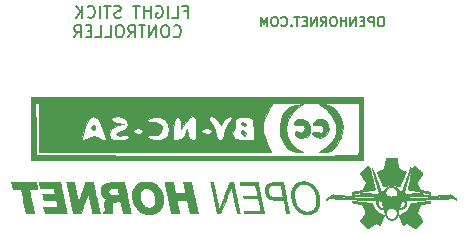
<source format=gbr>
%TF.GenerationSoftware,KiCad,Pcbnew,(5.1.9)-1*%
%TF.CreationDate,2021-10-18T19:29:22-06:00*%
%TF.ProjectId,stick_controller,73746963-6b5f-4636-9f6e-74726f6c6c65,rev?*%
%TF.SameCoordinates,Original*%
%TF.FileFunction,Legend,Bot*%
%TF.FilePolarity,Positive*%
%FSLAX46Y46*%
G04 Gerber Fmt 4.6, Leading zero omitted, Abs format (unit mm)*
G04 Created by KiCad (PCBNEW (5.1.9)-1) date 2021-10-18 19:29:22*
%MOMM*%
%LPD*%
G01*
G04 APERTURE LIST*
%ADD10C,0.150000*%
%ADD11C,0.010000*%
G04 APERTURE END LIST*
D10*
X141547619Y-63561904D02*
X141395238Y-63561904D01*
X141319047Y-63600000D01*
X141242857Y-63676190D01*
X141204761Y-63828571D01*
X141204761Y-64095238D01*
X141242857Y-64247619D01*
X141319047Y-64323809D01*
X141395238Y-64361904D01*
X141547619Y-64361904D01*
X141623809Y-64323809D01*
X141700000Y-64247619D01*
X141738095Y-64095238D01*
X141738095Y-63828571D01*
X141700000Y-63676190D01*
X141623809Y-63600000D01*
X141547619Y-63561904D01*
X140861904Y-64361904D02*
X140861904Y-63561904D01*
X140557142Y-63561904D01*
X140480952Y-63600000D01*
X140442857Y-63638095D01*
X140404761Y-63714285D01*
X140404761Y-63828571D01*
X140442857Y-63904761D01*
X140480952Y-63942857D01*
X140557142Y-63980952D01*
X140861904Y-63980952D01*
X140061904Y-63942857D02*
X139795238Y-63942857D01*
X139680952Y-64361904D02*
X140061904Y-64361904D01*
X140061904Y-63561904D01*
X139680952Y-63561904D01*
X139338095Y-64361904D02*
X139338095Y-63561904D01*
X138880952Y-64361904D01*
X138880952Y-63561904D01*
X138500000Y-64361904D02*
X138500000Y-63561904D01*
X138500000Y-63942857D02*
X138042857Y-63942857D01*
X138042857Y-64361904D02*
X138042857Y-63561904D01*
X137509523Y-63561904D02*
X137357142Y-63561904D01*
X137280952Y-63600000D01*
X137204761Y-63676190D01*
X137166666Y-63828571D01*
X137166666Y-64095238D01*
X137204761Y-64247619D01*
X137280952Y-64323809D01*
X137357142Y-64361904D01*
X137509523Y-64361904D01*
X137585714Y-64323809D01*
X137661904Y-64247619D01*
X137700000Y-64095238D01*
X137700000Y-63828571D01*
X137661904Y-63676190D01*
X137585714Y-63600000D01*
X137509523Y-63561904D01*
X136366666Y-64361904D02*
X136633333Y-63980952D01*
X136823809Y-64361904D02*
X136823809Y-63561904D01*
X136519047Y-63561904D01*
X136442857Y-63600000D01*
X136404761Y-63638095D01*
X136366666Y-63714285D01*
X136366666Y-63828571D01*
X136404761Y-63904761D01*
X136442857Y-63942857D01*
X136519047Y-63980952D01*
X136823809Y-63980952D01*
X136023809Y-64361904D02*
X136023809Y-63561904D01*
X135566666Y-64361904D01*
X135566666Y-63561904D01*
X135185714Y-63942857D02*
X134919047Y-63942857D01*
X134804761Y-64361904D02*
X135185714Y-64361904D01*
X135185714Y-63561904D01*
X134804761Y-63561904D01*
X134576190Y-63561904D02*
X134119047Y-63561904D01*
X134347619Y-64361904D02*
X134347619Y-63561904D01*
X133852380Y-64285714D02*
X133814285Y-64323809D01*
X133852380Y-64361904D01*
X133890476Y-64323809D01*
X133852380Y-64285714D01*
X133852380Y-64361904D01*
X133014285Y-64285714D02*
X133052380Y-64323809D01*
X133166666Y-64361904D01*
X133242857Y-64361904D01*
X133357142Y-64323809D01*
X133433333Y-64247619D01*
X133471428Y-64171428D01*
X133509523Y-64019047D01*
X133509523Y-63904761D01*
X133471428Y-63752380D01*
X133433333Y-63676190D01*
X133357142Y-63600000D01*
X133242857Y-63561904D01*
X133166666Y-63561904D01*
X133052380Y-63600000D01*
X133014285Y-63638095D01*
X132519047Y-63561904D02*
X132366666Y-63561904D01*
X132290476Y-63600000D01*
X132214285Y-63676190D01*
X132176190Y-63828571D01*
X132176190Y-64095238D01*
X132214285Y-64247619D01*
X132290476Y-64323809D01*
X132366666Y-64361904D01*
X132519047Y-64361904D01*
X132595238Y-64323809D01*
X132671428Y-64247619D01*
X132709523Y-64095238D01*
X132709523Y-63828571D01*
X132671428Y-63676190D01*
X132595238Y-63600000D01*
X132519047Y-63561904D01*
X131833333Y-64361904D02*
X131833333Y-63561904D01*
X131566666Y-64133333D01*
X131300000Y-63561904D01*
X131300000Y-64361904D01*
X124761904Y-63103571D02*
X125095238Y-63103571D01*
X125095238Y-63627380D02*
X125095238Y-62627380D01*
X124619047Y-62627380D01*
X123761904Y-63627380D02*
X124238095Y-63627380D01*
X124238095Y-62627380D01*
X123428571Y-63627380D02*
X123428571Y-62627380D01*
X122428571Y-62675000D02*
X122523809Y-62627380D01*
X122666666Y-62627380D01*
X122809523Y-62675000D01*
X122904761Y-62770238D01*
X122952380Y-62865476D01*
X123000000Y-63055952D01*
X123000000Y-63198809D01*
X122952380Y-63389285D01*
X122904761Y-63484523D01*
X122809523Y-63579761D01*
X122666666Y-63627380D01*
X122571428Y-63627380D01*
X122428571Y-63579761D01*
X122380952Y-63532142D01*
X122380952Y-63198809D01*
X122571428Y-63198809D01*
X121952380Y-63627380D02*
X121952380Y-62627380D01*
X121952380Y-63103571D02*
X121380952Y-63103571D01*
X121380952Y-63627380D02*
X121380952Y-62627380D01*
X121047619Y-62627380D02*
X120476190Y-62627380D01*
X120761904Y-63627380D02*
X120761904Y-62627380D01*
X119428571Y-63579761D02*
X119285714Y-63627380D01*
X119047619Y-63627380D01*
X118952380Y-63579761D01*
X118904761Y-63532142D01*
X118857142Y-63436904D01*
X118857142Y-63341666D01*
X118904761Y-63246428D01*
X118952380Y-63198809D01*
X119047619Y-63151190D01*
X119238095Y-63103571D01*
X119333333Y-63055952D01*
X119380952Y-63008333D01*
X119428571Y-62913095D01*
X119428571Y-62817857D01*
X119380952Y-62722619D01*
X119333333Y-62675000D01*
X119238095Y-62627380D01*
X119000000Y-62627380D01*
X118857142Y-62675000D01*
X118571428Y-62627380D02*
X118000000Y-62627380D01*
X118285714Y-63627380D02*
X118285714Y-62627380D01*
X117666666Y-63627380D02*
X117666666Y-62627380D01*
X116619047Y-63532142D02*
X116666666Y-63579761D01*
X116809523Y-63627380D01*
X116904761Y-63627380D01*
X117047619Y-63579761D01*
X117142857Y-63484523D01*
X117190476Y-63389285D01*
X117238095Y-63198809D01*
X117238095Y-63055952D01*
X117190476Y-62865476D01*
X117142857Y-62770238D01*
X117047619Y-62675000D01*
X116904761Y-62627380D01*
X116809523Y-62627380D01*
X116666666Y-62675000D01*
X116619047Y-62722619D01*
X116190476Y-63627380D02*
X116190476Y-62627380D01*
X115619047Y-63627380D02*
X116047619Y-63055952D01*
X115619047Y-62627380D02*
X116190476Y-63198809D01*
X123904761Y-65182142D02*
X123952380Y-65229761D01*
X124095238Y-65277380D01*
X124190476Y-65277380D01*
X124333333Y-65229761D01*
X124428571Y-65134523D01*
X124476190Y-65039285D01*
X124523809Y-64848809D01*
X124523809Y-64705952D01*
X124476190Y-64515476D01*
X124428571Y-64420238D01*
X124333333Y-64325000D01*
X124190476Y-64277380D01*
X124095238Y-64277380D01*
X123952380Y-64325000D01*
X123904761Y-64372619D01*
X123285714Y-64277380D02*
X123095238Y-64277380D01*
X123000000Y-64325000D01*
X122904761Y-64420238D01*
X122857142Y-64610714D01*
X122857142Y-64944047D01*
X122904761Y-65134523D01*
X123000000Y-65229761D01*
X123095238Y-65277380D01*
X123285714Y-65277380D01*
X123380952Y-65229761D01*
X123476190Y-65134523D01*
X123523809Y-64944047D01*
X123523809Y-64610714D01*
X123476190Y-64420238D01*
X123380952Y-64325000D01*
X123285714Y-64277380D01*
X122428571Y-65277380D02*
X122428571Y-64277380D01*
X121857142Y-65277380D01*
X121857142Y-64277380D01*
X121523809Y-64277380D02*
X120952380Y-64277380D01*
X121238095Y-65277380D02*
X121238095Y-64277380D01*
X120047619Y-65277380D02*
X120380952Y-64801190D01*
X120619047Y-65277380D02*
X120619047Y-64277380D01*
X120238095Y-64277380D01*
X120142857Y-64325000D01*
X120095238Y-64372619D01*
X120047619Y-64467857D01*
X120047619Y-64610714D01*
X120095238Y-64705952D01*
X120142857Y-64753571D01*
X120238095Y-64801190D01*
X120619047Y-64801190D01*
X119428571Y-64277380D02*
X119238095Y-64277380D01*
X119142857Y-64325000D01*
X119047619Y-64420238D01*
X119000000Y-64610714D01*
X119000000Y-64944047D01*
X119047619Y-65134523D01*
X119142857Y-65229761D01*
X119238095Y-65277380D01*
X119428571Y-65277380D01*
X119523809Y-65229761D01*
X119619047Y-65134523D01*
X119666666Y-64944047D01*
X119666666Y-64610714D01*
X119619047Y-64420238D01*
X119523809Y-64325000D01*
X119428571Y-64277380D01*
X118095238Y-65277380D02*
X118571428Y-65277380D01*
X118571428Y-64277380D01*
X117285714Y-65277380D02*
X117761904Y-65277380D01*
X117761904Y-64277380D01*
X116952380Y-64753571D02*
X116619047Y-64753571D01*
X116476190Y-65277380D02*
X116952380Y-65277380D01*
X116952380Y-64277380D01*
X116476190Y-64277380D01*
X115476190Y-65277380D02*
X115809523Y-64801190D01*
X116047619Y-65277380D02*
X116047619Y-64277380D01*
X115666666Y-64277380D01*
X115571428Y-64325000D01*
X115523809Y-64372619D01*
X115476190Y-64467857D01*
X115476190Y-64610714D01*
X115523809Y-64705952D01*
X115571428Y-64753571D01*
X115666666Y-64801190D01*
X116047619Y-64801190D01*
D11*
%TO.C,LOGO2*%
G36*
X117084768Y-72747682D02*
G01*
X116922973Y-72962734D01*
X116916556Y-73009928D01*
X117044859Y-73163682D01*
X117084768Y-73168212D01*
X117232393Y-73031294D01*
X117252980Y-72905967D01*
X117171433Y-72731858D01*
X117084768Y-72747682D01*
G37*
X117084768Y-72747682D02*
X116922973Y-72962734D01*
X116916556Y-73009928D01*
X117044859Y-73163682D01*
X117084768Y-73168212D01*
X117232393Y-73031294D01*
X117252980Y-72905967D01*
X117171433Y-72731858D01*
X117084768Y-72747682D01*
G36*
X129600732Y-72576912D02*
G01*
X129616556Y-72663576D01*
X129831608Y-72825372D01*
X129878802Y-72831788D01*
X130032556Y-72703486D01*
X130037086Y-72663576D01*
X129900168Y-72515951D01*
X129774841Y-72495364D01*
X129600732Y-72576912D01*
G37*
X129600732Y-72576912D02*
X129616556Y-72663576D01*
X129831608Y-72825372D01*
X129878802Y-72831788D01*
X130032556Y-72703486D01*
X130037086Y-72663576D01*
X129900168Y-72515951D01*
X129774841Y-72495364D01*
X129600732Y-72576912D01*
G36*
X129574567Y-73266017D02*
G01*
X129570999Y-73367964D01*
X129738428Y-73590099D01*
X129939991Y-73618342D01*
X130037086Y-73434548D01*
X129901650Y-73202828D01*
X129770751Y-73168212D01*
X129574567Y-73266017D01*
G37*
X129574567Y-73266017D02*
X129570999Y-73367964D01*
X129738428Y-73590099D01*
X129939991Y-73618342D01*
X130037086Y-73434548D01*
X129901650Y-73202828D01*
X129770751Y-73168212D01*
X129574567Y-73266017D01*
G36*
X134459541Y-72210711D02*
G01*
X134262887Y-72310922D01*
X134111923Y-72518912D01*
X134218230Y-72691362D01*
X134508847Y-72728492D01*
X134559991Y-72717236D01*
X134896354Y-72743754D01*
X135026763Y-72970082D01*
X134907395Y-73261761D01*
X134664811Y-73413551D01*
X134487360Y-73330330D01*
X134254981Y-73247448D01*
X134151703Y-73347063D01*
X134148801Y-73577771D01*
X134374607Y-73749774D01*
X134722060Y-73825295D01*
X135084096Y-73766559D01*
X135186931Y-73712325D01*
X135461880Y-73356606D01*
X135483476Y-72903970D01*
X135260260Y-72503969D01*
X134847636Y-72206697D01*
X134459541Y-72210711D01*
G37*
X134459541Y-72210711D02*
X134262887Y-72310922D01*
X134111923Y-72518912D01*
X134218230Y-72691362D01*
X134508847Y-72728492D01*
X134559991Y-72717236D01*
X134896354Y-72743754D01*
X135026763Y-72970082D01*
X134907395Y-73261761D01*
X134664811Y-73413551D01*
X134487360Y-73330330D01*
X134254981Y-73247448D01*
X134151703Y-73347063D01*
X134148801Y-73577771D01*
X134374607Y-73749774D01*
X134722060Y-73825295D01*
X135084096Y-73766559D01*
X135186931Y-73712325D01*
X135461880Y-73356606D01*
X135483476Y-72903970D01*
X135260260Y-72503969D01*
X134847636Y-72206697D01*
X134459541Y-72210711D01*
G36*
X136124240Y-72247984D02*
G01*
X135998441Y-72301179D01*
X135707983Y-72512090D01*
X135696884Y-72687909D01*
X135945306Y-72740257D01*
X136090839Y-72712806D01*
X136418401Y-72748082D01*
X136526107Y-72888755D01*
X136561779Y-73247065D01*
X136375165Y-73405238D01*
X136092715Y-73336424D01*
X135795532Y-73277750D01*
X135626598Y-73396200D01*
X135669713Y-73598228D01*
X135776794Y-73689079D01*
X136274686Y-73830677D01*
X136746370Y-73657063D01*
X136837654Y-73576727D01*
X137079718Y-73144447D01*
X136995514Y-72693046D01*
X136764880Y-72410640D01*
X136452588Y-72207805D01*
X136124240Y-72247984D01*
G37*
X136124240Y-72247984D02*
X135998441Y-72301179D01*
X135707983Y-72512090D01*
X135696884Y-72687909D01*
X135945306Y-72740257D01*
X136090839Y-72712806D01*
X136418401Y-72748082D01*
X136526107Y-72888755D01*
X136561779Y-73247065D01*
X136375165Y-73405238D01*
X136092715Y-73336424D01*
X135795532Y-73277750D01*
X135626598Y-73396200D01*
X135669713Y-73598228D01*
X135776794Y-73689079D01*
X136274686Y-73830677D01*
X136746370Y-73657063D01*
X136837654Y-73576727D01*
X137079718Y-73144447D01*
X136995514Y-72693046D01*
X136764880Y-72410640D01*
X136452588Y-72207805D01*
X136124240Y-72247984D01*
G36*
X112543047Y-75018543D02*
G01*
X132178084Y-75018543D01*
X131769217Y-74219537D01*
X131698668Y-74009272D01*
X130726723Y-74009272D01*
X130059238Y-74009272D01*
X129558699Y-73984369D01*
X129174624Y-73922896D01*
X129125678Y-73907169D01*
X128915887Y-73685844D01*
X128864315Y-73357377D01*
X128997903Y-73102778D01*
X129005256Y-73098048D01*
X129087825Y-72883983D01*
X129071235Y-72591240D01*
X129077201Y-72259221D01*
X129288376Y-72116888D01*
X128855862Y-72116888D01*
X128758926Y-72325677D01*
X128530195Y-72654580D01*
X128523179Y-72663576D01*
X128281828Y-73117897D01*
X128190495Y-73546689D01*
X128122489Y-73897504D01*
X127888072Y-74008360D01*
X127850331Y-74009272D01*
X127594468Y-73919663D01*
X127511249Y-73598572D01*
X127510167Y-73546689D01*
X127436778Y-73224624D01*
X127173315Y-73224624D01*
X127058247Y-73399590D01*
X126781254Y-73483865D01*
X126435035Y-73410313D01*
X126213838Y-73222262D01*
X126209423Y-73210265D01*
X126297041Y-73050184D01*
X126658830Y-73000000D01*
X125831788Y-73000000D01*
X125818901Y-73564969D01*
X125763850Y-73870266D01*
X125642047Y-73992183D01*
X125506537Y-74009272D01*
X125233056Y-73885667D01*
X125120675Y-73546689D01*
X125060063Y-73084106D01*
X124830183Y-73546689D01*
X124508260Y-73927452D01*
X124198380Y-74009272D01*
X123973263Y-73987117D01*
X123859442Y-73867039D01*
X123827644Y-73568619D01*
X123843687Y-73131362D01*
X123476076Y-73131362D01*
X123388827Y-73580978D01*
X123182451Y-73831911D01*
X122813095Y-73946117D01*
X122350798Y-73963184D01*
X121929343Y-73893316D01*
X121682516Y-73746718D01*
X121668029Y-73716403D01*
X121675925Y-73696559D01*
X120119906Y-73696559D01*
X120000442Y-73897130D01*
X119744111Y-73985548D01*
X119320892Y-74007792D01*
X118878433Y-73970357D01*
X118607281Y-73892117D01*
X118170702Y-73892117D01*
X118115971Y-73992537D01*
X117939987Y-74009263D01*
X117923373Y-74009272D01*
X117651370Y-73938366D01*
X117589404Y-73841060D01*
X117454565Y-73701705D01*
X117131567Y-73687655D01*
X116742690Y-73794563D01*
X116585500Y-73876745D01*
X116272033Y-74006323D01*
X116146254Y-73879574D01*
X116206489Y-73487429D01*
X116409467Y-72921939D01*
X116693508Y-72328187D01*
X116948496Y-72035242D01*
X117094378Y-71990729D01*
X117288410Y-72004079D01*
X117431422Y-72088775D01*
X117571308Y-72311781D01*
X117755965Y-72740063D01*
X117912671Y-73134832D01*
X118103247Y-73631662D01*
X118170702Y-73892117D01*
X118607281Y-73892117D01*
X118564383Y-73879739D01*
X118508661Y-73831499D01*
X118436033Y-73438646D01*
X118625529Y-73053415D01*
X119016866Y-72779538D01*
X119143182Y-72739629D01*
X119692053Y-72604543D01*
X119145364Y-72539296D01*
X118718270Y-72413148D01*
X118586855Y-72225951D01*
X118747964Y-72058350D01*
X119166821Y-71990729D01*
X119684613Y-72094393D01*
X119994643Y-72350527D01*
X120079864Y-72676846D01*
X119923230Y-72991062D01*
X119507694Y-73210890D01*
X119423609Y-73230312D01*
X119087406Y-73352670D01*
X119022255Y-73509469D01*
X119024071Y-73512508D01*
X119259261Y-73613064D01*
X119623961Y-73585225D01*
X119994312Y-73566665D01*
X120119906Y-73696559D01*
X121675925Y-73696559D01*
X121721609Y-73581753D01*
X122044499Y-73596929D01*
X122084978Y-73604744D01*
X122564279Y-73581815D01*
X122862459Y-73335534D01*
X122872928Y-73252318D01*
X121290066Y-73252318D01*
X121143839Y-73455251D01*
X120869537Y-73504636D01*
X120531314Y-73416900D01*
X120449007Y-73252318D01*
X120595234Y-73049385D01*
X120869537Y-73000000D01*
X121207759Y-73087736D01*
X121290066Y-73252318D01*
X122872928Y-73252318D01*
X122913679Y-72928407D01*
X122890642Y-72839860D01*
X122715115Y-72590739D01*
X122341853Y-72499258D01*
X122189879Y-72495364D01*
X121769291Y-72446078D01*
X121664172Y-72296488D01*
X121667480Y-72285100D01*
X121884647Y-72096126D01*
X122286989Y-72021751D01*
X122742494Y-72064442D01*
X123119151Y-72226664D01*
X123156132Y-72257286D01*
X123397748Y-72644533D01*
X123476076Y-73131362D01*
X123843687Y-73131362D01*
X123846904Y-73043688D01*
X123901305Y-72461713D01*
X124002577Y-72145599D01*
X124173515Y-72025644D01*
X124180308Y-72024280D01*
X124392391Y-72078351D01*
X124500117Y-72386844D01*
X124517149Y-72527282D01*
X124571032Y-73084106D01*
X124869306Y-72537417D01*
X125179796Y-72137191D01*
X125499684Y-71990729D01*
X125685322Y-72028732D01*
X125785634Y-72193878D01*
X125825860Y-72562874D01*
X125831788Y-73000000D01*
X126658830Y-73000000D01*
X127066499Y-73058637D01*
X127173315Y-73224624D01*
X127436778Y-73224624D01*
X127402695Y-73075056D01*
X127177484Y-72663576D01*
X126907126Y-72268695D01*
X126880101Y-72059322D01*
X127093763Y-71991454D01*
X127137021Y-71990729D01*
X127448459Y-72122105D01*
X127654767Y-72345863D01*
X127876552Y-72700998D01*
X128125298Y-72345863D01*
X128380252Y-72102486D01*
X128655154Y-71986984D01*
X128835723Y-72035174D01*
X128855862Y-72116888D01*
X129288376Y-72116888D01*
X129322493Y-72093893D01*
X129413108Y-72068648D01*
X129909522Y-72006496D01*
X130230242Y-72018840D01*
X130456797Y-72085312D01*
X130583907Y-72259517D01*
X130648507Y-72626187D01*
X130676275Y-73042053D01*
X130726723Y-74009272D01*
X131698668Y-74009272D01*
X131472746Y-73335934D01*
X131505006Y-72462674D01*
X131867460Y-71567239D01*
X131890234Y-71528146D01*
X132212495Y-70981457D01*
X112543047Y-70981457D01*
X112543047Y-75018543D01*
G37*
X112543047Y-75018543D02*
X132178084Y-75018543D01*
X131769217Y-74219537D01*
X131698668Y-74009272D01*
X130726723Y-74009272D01*
X130059238Y-74009272D01*
X129558699Y-73984369D01*
X129174624Y-73922896D01*
X129125678Y-73907169D01*
X128915887Y-73685844D01*
X128864315Y-73357377D01*
X128997903Y-73102778D01*
X129005256Y-73098048D01*
X129087825Y-72883983D01*
X129071235Y-72591240D01*
X129077201Y-72259221D01*
X129288376Y-72116888D01*
X128855862Y-72116888D01*
X128758926Y-72325677D01*
X128530195Y-72654580D01*
X128523179Y-72663576D01*
X128281828Y-73117897D01*
X128190495Y-73546689D01*
X128122489Y-73897504D01*
X127888072Y-74008360D01*
X127850331Y-74009272D01*
X127594468Y-73919663D01*
X127511249Y-73598572D01*
X127510167Y-73546689D01*
X127436778Y-73224624D01*
X127173315Y-73224624D01*
X127058247Y-73399590D01*
X126781254Y-73483865D01*
X126435035Y-73410313D01*
X126213838Y-73222262D01*
X126209423Y-73210265D01*
X126297041Y-73050184D01*
X126658830Y-73000000D01*
X125831788Y-73000000D01*
X125818901Y-73564969D01*
X125763850Y-73870266D01*
X125642047Y-73992183D01*
X125506537Y-74009272D01*
X125233056Y-73885667D01*
X125120675Y-73546689D01*
X125060063Y-73084106D01*
X124830183Y-73546689D01*
X124508260Y-73927452D01*
X124198380Y-74009272D01*
X123973263Y-73987117D01*
X123859442Y-73867039D01*
X123827644Y-73568619D01*
X123843687Y-73131362D01*
X123476076Y-73131362D01*
X123388827Y-73580978D01*
X123182451Y-73831911D01*
X122813095Y-73946117D01*
X122350798Y-73963184D01*
X121929343Y-73893316D01*
X121682516Y-73746718D01*
X121668029Y-73716403D01*
X121675925Y-73696559D01*
X120119906Y-73696559D01*
X120000442Y-73897130D01*
X119744111Y-73985548D01*
X119320892Y-74007792D01*
X118878433Y-73970357D01*
X118607281Y-73892117D01*
X118170702Y-73892117D01*
X118115971Y-73992537D01*
X117939987Y-74009263D01*
X117923373Y-74009272D01*
X117651370Y-73938366D01*
X117589404Y-73841060D01*
X117454565Y-73701705D01*
X117131567Y-73687655D01*
X116742690Y-73794563D01*
X116585500Y-73876745D01*
X116272033Y-74006323D01*
X116146254Y-73879574D01*
X116206489Y-73487429D01*
X116409467Y-72921939D01*
X116693508Y-72328187D01*
X116948496Y-72035242D01*
X117094378Y-71990729D01*
X117288410Y-72004079D01*
X117431422Y-72088775D01*
X117571308Y-72311781D01*
X117755965Y-72740063D01*
X117912671Y-73134832D01*
X118103247Y-73631662D01*
X118170702Y-73892117D01*
X118607281Y-73892117D01*
X118564383Y-73879739D01*
X118508661Y-73831499D01*
X118436033Y-73438646D01*
X118625529Y-73053415D01*
X119016866Y-72779538D01*
X119143182Y-72739629D01*
X119692053Y-72604543D01*
X119145364Y-72539296D01*
X118718270Y-72413148D01*
X118586855Y-72225951D01*
X118747964Y-72058350D01*
X119166821Y-71990729D01*
X119684613Y-72094393D01*
X119994643Y-72350527D01*
X120079864Y-72676846D01*
X119923230Y-72991062D01*
X119507694Y-73210890D01*
X119423609Y-73230312D01*
X119087406Y-73352670D01*
X119022255Y-73509469D01*
X119024071Y-73512508D01*
X119259261Y-73613064D01*
X119623961Y-73585225D01*
X119994312Y-73566665D01*
X120119906Y-73696559D01*
X121675925Y-73696559D01*
X121721609Y-73581753D01*
X122044499Y-73596929D01*
X122084978Y-73604744D01*
X122564279Y-73581815D01*
X122862459Y-73335534D01*
X122872928Y-73252318D01*
X121290066Y-73252318D01*
X121143839Y-73455251D01*
X120869537Y-73504636D01*
X120531314Y-73416900D01*
X120449007Y-73252318D01*
X120595234Y-73049385D01*
X120869537Y-73000000D01*
X121207759Y-73087736D01*
X121290066Y-73252318D01*
X122872928Y-73252318D01*
X122913679Y-72928407D01*
X122890642Y-72839860D01*
X122715115Y-72590739D01*
X122341853Y-72499258D01*
X122189879Y-72495364D01*
X121769291Y-72446078D01*
X121664172Y-72296488D01*
X121667480Y-72285100D01*
X121884647Y-72096126D01*
X122286989Y-72021751D01*
X122742494Y-72064442D01*
X123119151Y-72226664D01*
X123156132Y-72257286D01*
X123397748Y-72644533D01*
X123476076Y-73131362D01*
X123843687Y-73131362D01*
X123846904Y-73043688D01*
X123901305Y-72461713D01*
X124002577Y-72145599D01*
X124173515Y-72025644D01*
X124180308Y-72024280D01*
X124392391Y-72078351D01*
X124500117Y-72386844D01*
X124517149Y-72527282D01*
X124571032Y-73084106D01*
X124869306Y-72537417D01*
X125179796Y-72137191D01*
X125499684Y-71990729D01*
X125685322Y-72028732D01*
X125785634Y-72193878D01*
X125825860Y-72562874D01*
X125831788Y-73000000D01*
X126658830Y-73000000D01*
X127066499Y-73058637D01*
X127173315Y-73224624D01*
X127436778Y-73224624D01*
X127402695Y-73075056D01*
X127177484Y-72663576D01*
X126907126Y-72268695D01*
X126880101Y-72059322D01*
X127093763Y-71991454D01*
X127137021Y-71990729D01*
X127448459Y-72122105D01*
X127654767Y-72345863D01*
X127876552Y-72700998D01*
X128125298Y-72345863D01*
X128380252Y-72102486D01*
X128655154Y-71986984D01*
X128835723Y-72035174D01*
X128855862Y-72116888D01*
X129288376Y-72116888D01*
X129322493Y-72093893D01*
X129413108Y-72068648D01*
X129909522Y-72006496D01*
X130230242Y-72018840D01*
X130456797Y-72085312D01*
X130583907Y-72259517D01*
X130648507Y-72626187D01*
X130676275Y-73042053D01*
X130726723Y-74009272D01*
X131698668Y-74009272D01*
X131472746Y-73335934D01*
X131505006Y-72462674D01*
X131867460Y-71567239D01*
X131890234Y-71528146D01*
X132212495Y-70981457D01*
X112543047Y-70981457D01*
X112543047Y-75018543D01*
G36*
X134247754Y-71020050D02*
G01*
X133683076Y-71207900D01*
X133270464Y-71624044D01*
X133009919Y-72197337D01*
X132901439Y-72856631D01*
X132945025Y-73530780D01*
X133140676Y-74148636D01*
X133488394Y-74639053D01*
X133988178Y-74930883D01*
X134247754Y-74977445D01*
X134831126Y-75020453D01*
X134370658Y-74762916D01*
X133814657Y-74280403D01*
X133498950Y-73642327D01*
X133423118Y-72928152D01*
X133586738Y-72217342D01*
X133989392Y-71589361D01*
X134389200Y-71256742D01*
X134831126Y-70974537D01*
X134247754Y-71020050D01*
G37*
X134247754Y-71020050D02*
X133683076Y-71207900D01*
X133270464Y-71624044D01*
X133009919Y-72197337D01*
X132901439Y-72856631D01*
X132945025Y-73530780D01*
X133140676Y-74148636D01*
X133488394Y-74639053D01*
X133988178Y-74930883D01*
X134247754Y-74977445D01*
X134831126Y-75020453D01*
X134370658Y-74762916D01*
X133814657Y-74280403D01*
X133498950Y-73642327D01*
X133423118Y-72928152D01*
X133586738Y-72217342D01*
X133989392Y-71589361D01*
X134389200Y-71256742D01*
X134831126Y-70974537D01*
X134247754Y-71020050D01*
G36*
X136782740Y-71365418D02*
G01*
X137356857Y-71925998D01*
X137658117Y-72615113D01*
X137662489Y-73359650D01*
X137553773Y-73711218D01*
X137217582Y-74240872D01*
X136759349Y-74661675D01*
X136733632Y-74677807D01*
X136176821Y-75017286D01*
X136708557Y-75017914D01*
X137213539Y-74904346D01*
X137658701Y-74521288D01*
X137661525Y-74517937D01*
X138112677Y-73748281D01*
X138244543Y-72928033D01*
X138057122Y-72112606D01*
X137661525Y-71482063D01*
X137202935Y-71090741D01*
X136725734Y-70981457D01*
X136211176Y-70981457D01*
X136782740Y-71365418D01*
G37*
X136782740Y-71365418D02*
X137356857Y-71925998D01*
X137658117Y-72615113D01*
X137662489Y-73359650D01*
X137553773Y-73711218D01*
X137217582Y-74240872D01*
X136759349Y-74661675D01*
X136733632Y-74677807D01*
X136176821Y-75017286D01*
X136708557Y-75017914D01*
X137213539Y-74904346D01*
X137658701Y-74521288D01*
X137661525Y-74517937D01*
X138112677Y-73748281D01*
X138244543Y-72928033D01*
X138057122Y-72112606D01*
X137661525Y-71482063D01*
X137202935Y-71090741D01*
X136725734Y-70981457D01*
X136211176Y-70981457D01*
X136782740Y-71365418D01*
G36*
X111870199Y-75691391D02*
G01*
X139961590Y-75691391D01*
X139961590Y-70813245D01*
X139625166Y-70813245D01*
X139625166Y-72971965D01*
X139616806Y-73792585D01*
X139593962Y-74488081D01*
X139559985Y-74991127D01*
X139518229Y-75234401D01*
X139512036Y-75243814D01*
X139330140Y-75260859D01*
X138837193Y-75276078D01*
X138058561Y-75289341D01*
X137019612Y-75300518D01*
X135745714Y-75309480D01*
X134262235Y-75316096D01*
X132594542Y-75320236D01*
X130768002Y-75321769D01*
X128807984Y-75320567D01*
X126739855Y-75316498D01*
X125844817Y-75313903D01*
X112290729Y-75270861D01*
X112243793Y-73042053D01*
X112196858Y-70813245D01*
X139625166Y-70813245D01*
X139961590Y-70813245D01*
X139961590Y-70308610D01*
X111870199Y-70308610D01*
X111870199Y-75691391D01*
G37*
X111870199Y-75691391D02*
X139961590Y-75691391D01*
X139961590Y-70813245D01*
X139625166Y-70813245D01*
X139625166Y-72971965D01*
X139616806Y-73792585D01*
X139593962Y-74488081D01*
X139559985Y-74991127D01*
X139518229Y-75234401D01*
X139512036Y-75243814D01*
X139330140Y-75260859D01*
X138837193Y-75276078D01*
X138058561Y-75289341D01*
X137019612Y-75300518D01*
X135745714Y-75309480D01*
X134262235Y-75316096D01*
X132594542Y-75320236D01*
X130768002Y-75321769D01*
X128807984Y-75320567D01*
X126739855Y-75316498D01*
X125844817Y-75313903D01*
X112290729Y-75270861D01*
X112243793Y-73042053D01*
X112196858Y-70813245D01*
X139625166Y-70813245D01*
X139961590Y-70813245D01*
X139961590Y-70308610D01*
X111870199Y-70308610D01*
X111870199Y-75691391D01*
%TO.C,LOGO1*%
G36*
X145618870Y-79148169D02*
G01*
X145606057Y-79149538D01*
X145585826Y-79151753D01*
X145558674Y-79154755D01*
X145525097Y-79158489D01*
X145485594Y-79162899D01*
X145440660Y-79167929D01*
X145390793Y-79173522D01*
X145336491Y-79179622D01*
X145278249Y-79186173D01*
X145216566Y-79193118D01*
X145151938Y-79200402D01*
X145084862Y-79207968D01*
X145015835Y-79215760D01*
X144945355Y-79223721D01*
X144873919Y-79231796D01*
X144802022Y-79239928D01*
X144730164Y-79248061D01*
X144658840Y-79256139D01*
X144588548Y-79264105D01*
X144519784Y-79271904D01*
X144453047Y-79279478D01*
X144388832Y-79286773D01*
X144327637Y-79293731D01*
X144269959Y-79300296D01*
X144216295Y-79306413D01*
X144167142Y-79312024D01*
X144122998Y-79317074D01*
X144084358Y-79321506D01*
X144051721Y-79325265D01*
X144025584Y-79328293D01*
X144006442Y-79330536D01*
X143994794Y-79331935D01*
X143991738Y-79332329D01*
X143980177Y-79334787D01*
X143974389Y-79339150D01*
X143971800Y-79346758D01*
X143969553Y-79353171D01*
X143964162Y-79366398D01*
X143956020Y-79385563D01*
X143945522Y-79409790D01*
X143933062Y-79438200D01*
X143919034Y-79469917D01*
X143903832Y-79504065D01*
X143887850Y-79539766D01*
X143871483Y-79576144D01*
X143855125Y-79612321D01*
X143839171Y-79647422D01*
X143824013Y-79680568D01*
X143810047Y-79710883D01*
X143797667Y-79737490D01*
X143787267Y-79759513D01*
X143779241Y-79776074D01*
X143775307Y-79783832D01*
X143754436Y-79819167D01*
X143727821Y-79857331D01*
X143696899Y-79896670D01*
X143663110Y-79935530D01*
X143627893Y-79972259D01*
X143592685Y-80005202D01*
X143558926Y-80032708D01*
X143558433Y-80033074D01*
X143550815Y-80038146D01*
X143536594Y-80047033D01*
X143516493Y-80059308D01*
X143491238Y-80074545D01*
X143461554Y-80092319D01*
X143428165Y-80112204D01*
X143391797Y-80133775D01*
X143353174Y-80156605D01*
X143313021Y-80180269D01*
X143272063Y-80204341D01*
X143231024Y-80228396D01*
X143190630Y-80252008D01*
X143151606Y-80274750D01*
X143114675Y-80296198D01*
X143080564Y-80315925D01*
X143049996Y-80333506D01*
X143023698Y-80348515D01*
X143002392Y-80360526D01*
X142986806Y-80369114D01*
X142981527Y-80371917D01*
X142962659Y-80381716D01*
X143122948Y-80769066D01*
X143151406Y-80837694D01*
X143177520Y-80900369D01*
X143201201Y-80956889D01*
X143222362Y-81007048D01*
X143240916Y-81050642D01*
X143256774Y-81087467D01*
X143269850Y-81117320D01*
X143280055Y-81139995D01*
X143287302Y-81155289D01*
X143291505Y-81162997D01*
X143292187Y-81163825D01*
X143303067Y-81169542D01*
X143311996Y-81171233D01*
X143318024Y-81169286D01*
X143330640Y-81163729D01*
X143348988Y-81154987D01*
X143372213Y-81143486D01*
X143399458Y-81129652D01*
X143429869Y-81113910D01*
X143462591Y-81096687D01*
X143473657Y-81090800D01*
X143512894Y-81069925D01*
X143545452Y-81052782D01*
X143572090Y-81039061D01*
X143593568Y-81028448D01*
X143610646Y-81020633D01*
X143624084Y-81015306D01*
X143634640Y-81012154D01*
X143643076Y-81010866D01*
X143650150Y-81011131D01*
X143656622Y-81012639D01*
X143660816Y-81014118D01*
X143665660Y-81017014D01*
X143676977Y-81024371D01*
X143694265Y-81035851D01*
X143717024Y-81051113D01*
X143744752Y-81069819D01*
X143776949Y-81091628D01*
X143813113Y-81116201D01*
X143852744Y-81143199D01*
X143895340Y-81172282D01*
X143940400Y-81203110D01*
X143987423Y-81235345D01*
X143998166Y-81242718D01*
X144054322Y-81281263D01*
X144103932Y-81315285D01*
X144147434Y-81345050D01*
X144185264Y-81370821D01*
X144217859Y-81392866D01*
X144245657Y-81411448D01*
X144269094Y-81426833D01*
X144288607Y-81439286D01*
X144304634Y-81449073D01*
X144317610Y-81456458D01*
X144327974Y-81461708D01*
X144336163Y-81465086D01*
X144342612Y-81466859D01*
X144347760Y-81467291D01*
X144352043Y-81466648D01*
X144355898Y-81465195D01*
X144359763Y-81463197D01*
X144360650Y-81462715D01*
X144365189Y-81458898D01*
X144375183Y-81449564D01*
X144390132Y-81435212D01*
X144409538Y-81416340D01*
X144432904Y-81393447D01*
X144459730Y-81367031D01*
X144489519Y-81337590D01*
X144521772Y-81305622D01*
X144555990Y-81271627D01*
X144591675Y-81236101D01*
X144628330Y-81199544D01*
X144665455Y-81162453D01*
X144702553Y-81125328D01*
X144739124Y-81088665D01*
X144774671Y-81052965D01*
X144808695Y-81018724D01*
X144840699Y-80986442D01*
X144870182Y-80956616D01*
X144896648Y-80929745D01*
X144919598Y-80906327D01*
X144938534Y-80886860D01*
X144952956Y-80871844D01*
X144962368Y-80861775D01*
X144966270Y-80857153D01*
X144966289Y-80857118D01*
X144970465Y-80847869D01*
X144972274Y-80838954D01*
X144971285Y-80829203D01*
X144967061Y-80817445D01*
X144959169Y-80802509D01*
X144947174Y-80783225D01*
X144930643Y-80758422D01*
X144928520Y-80755293D01*
X144918883Y-80741148D01*
X144904945Y-80720745D01*
X144887199Y-80694807D01*
X144866140Y-80664055D01*
X144842261Y-80629208D01*
X144816056Y-80590987D01*
X144788021Y-80550115D01*
X144758648Y-80507311D01*
X144728433Y-80463296D01*
X144701479Y-80424050D01*
X144672098Y-80381209D01*
X144644024Y-80340144D01*
X144617642Y-80301427D01*
X144593336Y-80265626D01*
X144571490Y-80233312D01*
X144552489Y-80205056D01*
X144536717Y-80181427D01*
X144524559Y-80162995D01*
X144516399Y-80150331D01*
X144512621Y-80144005D01*
X144512493Y-80143727D01*
X144508391Y-80130636D01*
X144506700Y-80118447D01*
X144508264Y-80112339D01*
X144512764Y-80099125D01*
X144519909Y-80079530D01*
X144529410Y-80054275D01*
X144540977Y-80024084D01*
X144554319Y-79989679D01*
X144569146Y-79951783D01*
X144585170Y-79911120D01*
X144602099Y-79868412D01*
X144619644Y-79824382D01*
X144637515Y-79779753D01*
X144655421Y-79735249D01*
X144673074Y-79691591D01*
X144690182Y-79649503D01*
X144706456Y-79609709D01*
X144721607Y-79572930D01*
X144735343Y-79539890D01*
X144747376Y-79511311D01*
X144757414Y-79487917D01*
X144765169Y-79470431D01*
X144770350Y-79459575D01*
X144772261Y-79456343D01*
X144781022Y-79447095D01*
X144788857Y-79440643D01*
X144789812Y-79440078D01*
X144794897Y-79438785D01*
X144807728Y-79436069D01*
X144827725Y-79432042D01*
X144854306Y-79426814D01*
X144886893Y-79420497D01*
X144924903Y-79413203D01*
X144967757Y-79405042D01*
X145014875Y-79396126D01*
X145065675Y-79386565D01*
X145119578Y-79376472D01*
X145176003Y-79365957D01*
X145198931Y-79361698D01*
X145272205Y-79348062D01*
X145337435Y-79335841D01*
X145394914Y-79324976D01*
X145444934Y-79315408D01*
X145487789Y-79307079D01*
X145523772Y-79299931D01*
X145553175Y-79293905D01*
X145576293Y-79288942D01*
X145593418Y-79284985D01*
X145604843Y-79281975D01*
X145610862Y-79279854D01*
X145611600Y-79279424D01*
X145619900Y-79272321D01*
X145625733Y-79263963D01*
X145629513Y-79252782D01*
X145631654Y-79237212D01*
X145632570Y-79215686D01*
X145632704Y-79199558D01*
X145632663Y-79177880D01*
X145632317Y-79163274D01*
X145631426Y-79154347D01*
X145629751Y-79149706D01*
X145627050Y-79147955D01*
X145623767Y-79147699D01*
X145618870Y-79148169D01*
G37*
X145618870Y-79148169D02*
X145606057Y-79149538D01*
X145585826Y-79151753D01*
X145558674Y-79154755D01*
X145525097Y-79158489D01*
X145485594Y-79162899D01*
X145440660Y-79167929D01*
X145390793Y-79173522D01*
X145336491Y-79179622D01*
X145278249Y-79186173D01*
X145216566Y-79193118D01*
X145151938Y-79200402D01*
X145084862Y-79207968D01*
X145015835Y-79215760D01*
X144945355Y-79223721D01*
X144873919Y-79231796D01*
X144802022Y-79239928D01*
X144730164Y-79248061D01*
X144658840Y-79256139D01*
X144588548Y-79264105D01*
X144519784Y-79271904D01*
X144453047Y-79279478D01*
X144388832Y-79286773D01*
X144327637Y-79293731D01*
X144269959Y-79300296D01*
X144216295Y-79306413D01*
X144167142Y-79312024D01*
X144122998Y-79317074D01*
X144084358Y-79321506D01*
X144051721Y-79325265D01*
X144025584Y-79328293D01*
X144006442Y-79330536D01*
X143994794Y-79331935D01*
X143991738Y-79332329D01*
X143980177Y-79334787D01*
X143974389Y-79339150D01*
X143971800Y-79346758D01*
X143969553Y-79353171D01*
X143964162Y-79366398D01*
X143956020Y-79385563D01*
X143945522Y-79409790D01*
X143933062Y-79438200D01*
X143919034Y-79469917D01*
X143903832Y-79504065D01*
X143887850Y-79539766D01*
X143871483Y-79576144D01*
X143855125Y-79612321D01*
X143839171Y-79647422D01*
X143824013Y-79680568D01*
X143810047Y-79710883D01*
X143797667Y-79737490D01*
X143787267Y-79759513D01*
X143779241Y-79776074D01*
X143775307Y-79783832D01*
X143754436Y-79819167D01*
X143727821Y-79857331D01*
X143696899Y-79896670D01*
X143663110Y-79935530D01*
X143627893Y-79972259D01*
X143592685Y-80005202D01*
X143558926Y-80032708D01*
X143558433Y-80033074D01*
X143550815Y-80038146D01*
X143536594Y-80047033D01*
X143516493Y-80059308D01*
X143491238Y-80074545D01*
X143461554Y-80092319D01*
X143428165Y-80112204D01*
X143391797Y-80133775D01*
X143353174Y-80156605D01*
X143313021Y-80180269D01*
X143272063Y-80204341D01*
X143231024Y-80228396D01*
X143190630Y-80252008D01*
X143151606Y-80274750D01*
X143114675Y-80296198D01*
X143080564Y-80315925D01*
X143049996Y-80333506D01*
X143023698Y-80348515D01*
X143002392Y-80360526D01*
X142986806Y-80369114D01*
X142981527Y-80371917D01*
X142962659Y-80381716D01*
X143122948Y-80769066D01*
X143151406Y-80837694D01*
X143177520Y-80900369D01*
X143201201Y-80956889D01*
X143222362Y-81007048D01*
X143240916Y-81050642D01*
X143256774Y-81087467D01*
X143269850Y-81117320D01*
X143280055Y-81139995D01*
X143287302Y-81155289D01*
X143291505Y-81162997D01*
X143292187Y-81163825D01*
X143303067Y-81169542D01*
X143311996Y-81171233D01*
X143318024Y-81169286D01*
X143330640Y-81163729D01*
X143348988Y-81154987D01*
X143372213Y-81143486D01*
X143399458Y-81129652D01*
X143429869Y-81113910D01*
X143462591Y-81096687D01*
X143473657Y-81090800D01*
X143512894Y-81069925D01*
X143545452Y-81052782D01*
X143572090Y-81039061D01*
X143593568Y-81028448D01*
X143610646Y-81020633D01*
X143624084Y-81015306D01*
X143634640Y-81012154D01*
X143643076Y-81010866D01*
X143650150Y-81011131D01*
X143656622Y-81012639D01*
X143660816Y-81014118D01*
X143665660Y-81017014D01*
X143676977Y-81024371D01*
X143694265Y-81035851D01*
X143717024Y-81051113D01*
X143744752Y-81069819D01*
X143776949Y-81091628D01*
X143813113Y-81116201D01*
X143852744Y-81143199D01*
X143895340Y-81172282D01*
X143940400Y-81203110D01*
X143987423Y-81235345D01*
X143998166Y-81242718D01*
X144054322Y-81281263D01*
X144103932Y-81315285D01*
X144147434Y-81345050D01*
X144185264Y-81370821D01*
X144217859Y-81392866D01*
X144245657Y-81411448D01*
X144269094Y-81426833D01*
X144288607Y-81439286D01*
X144304634Y-81449073D01*
X144317610Y-81456458D01*
X144327974Y-81461708D01*
X144336163Y-81465086D01*
X144342612Y-81466859D01*
X144347760Y-81467291D01*
X144352043Y-81466648D01*
X144355898Y-81465195D01*
X144359763Y-81463197D01*
X144360650Y-81462715D01*
X144365189Y-81458898D01*
X144375183Y-81449564D01*
X144390132Y-81435212D01*
X144409538Y-81416340D01*
X144432904Y-81393447D01*
X144459730Y-81367031D01*
X144489519Y-81337590D01*
X144521772Y-81305622D01*
X144555990Y-81271627D01*
X144591675Y-81236101D01*
X144628330Y-81199544D01*
X144665455Y-81162453D01*
X144702553Y-81125328D01*
X144739124Y-81088665D01*
X144774671Y-81052965D01*
X144808695Y-81018724D01*
X144840699Y-80986442D01*
X144870182Y-80956616D01*
X144896648Y-80929745D01*
X144919598Y-80906327D01*
X144938534Y-80886860D01*
X144952956Y-80871844D01*
X144962368Y-80861775D01*
X144966270Y-80857153D01*
X144966289Y-80857118D01*
X144970465Y-80847869D01*
X144972274Y-80838954D01*
X144971285Y-80829203D01*
X144967061Y-80817445D01*
X144959169Y-80802509D01*
X144947174Y-80783225D01*
X144930643Y-80758422D01*
X144928520Y-80755293D01*
X144918883Y-80741148D01*
X144904945Y-80720745D01*
X144887199Y-80694807D01*
X144866140Y-80664055D01*
X144842261Y-80629208D01*
X144816056Y-80590987D01*
X144788021Y-80550115D01*
X144758648Y-80507311D01*
X144728433Y-80463296D01*
X144701479Y-80424050D01*
X144672098Y-80381209D01*
X144644024Y-80340144D01*
X144617642Y-80301427D01*
X144593336Y-80265626D01*
X144571490Y-80233312D01*
X144552489Y-80205056D01*
X144536717Y-80181427D01*
X144524559Y-80162995D01*
X144516399Y-80150331D01*
X144512621Y-80144005D01*
X144512493Y-80143727D01*
X144508391Y-80130636D01*
X144506700Y-80118447D01*
X144508264Y-80112339D01*
X144512764Y-80099125D01*
X144519909Y-80079530D01*
X144529410Y-80054275D01*
X144540977Y-80024084D01*
X144554319Y-79989679D01*
X144569146Y-79951783D01*
X144585170Y-79911120D01*
X144602099Y-79868412D01*
X144619644Y-79824382D01*
X144637515Y-79779753D01*
X144655421Y-79735249D01*
X144673074Y-79691591D01*
X144690182Y-79649503D01*
X144706456Y-79609709D01*
X144721607Y-79572930D01*
X144735343Y-79539890D01*
X144747376Y-79511311D01*
X144757414Y-79487917D01*
X144765169Y-79470431D01*
X144770350Y-79459575D01*
X144772261Y-79456343D01*
X144781022Y-79447095D01*
X144788857Y-79440643D01*
X144789812Y-79440078D01*
X144794897Y-79438785D01*
X144807728Y-79436069D01*
X144827725Y-79432042D01*
X144854306Y-79426814D01*
X144886893Y-79420497D01*
X144924903Y-79413203D01*
X144967757Y-79405042D01*
X145014875Y-79396126D01*
X145065675Y-79386565D01*
X145119578Y-79376472D01*
X145176003Y-79365957D01*
X145198931Y-79361698D01*
X145272205Y-79348062D01*
X145337435Y-79335841D01*
X145394914Y-79324976D01*
X145444934Y-79315408D01*
X145487789Y-79307079D01*
X145523772Y-79299931D01*
X145553175Y-79293905D01*
X145576293Y-79288942D01*
X145593418Y-79284985D01*
X145604843Y-79281975D01*
X145610862Y-79279854D01*
X145611600Y-79279424D01*
X145619900Y-79272321D01*
X145625733Y-79263963D01*
X145629513Y-79252782D01*
X145631654Y-79237212D01*
X145632570Y-79215686D01*
X145632704Y-79199558D01*
X145632663Y-79177880D01*
X145632317Y-79163274D01*
X145631426Y-79154347D01*
X145629751Y-79149706D01*
X145627050Y-79147955D01*
X145623767Y-79147699D01*
X145618870Y-79148169D01*
G36*
X139038703Y-79147971D02*
G01*
X139035867Y-79149746D01*
X139034173Y-79154463D01*
X139033326Y-79163561D01*
X139033033Y-79178481D01*
X139033000Y-79196519D01*
X139033696Y-79225159D01*
X139036001Y-79246679D01*
X139040241Y-79262326D01*
X139046742Y-79273349D01*
X139054871Y-79280398D01*
X139060460Y-79282112D01*
X139073850Y-79285240D01*
X139094512Y-79289676D01*
X139121919Y-79295318D01*
X139155541Y-79302061D01*
X139194850Y-79309802D01*
X139239317Y-79318435D01*
X139288414Y-79327858D01*
X139341613Y-79337967D01*
X139398385Y-79348657D01*
X139458200Y-79359824D01*
X139466532Y-79361372D01*
X139523765Y-79372026D01*
X139578701Y-79382299D01*
X139630759Y-79392082D01*
X139679360Y-79401262D01*
X139723923Y-79409729D01*
X139763869Y-79417371D01*
X139798617Y-79424077D01*
X139827587Y-79429736D01*
X139850199Y-79434238D01*
X139865873Y-79437470D01*
X139874028Y-79439321D01*
X139875049Y-79439647D01*
X139879339Y-79442275D01*
X139883546Y-79445711D01*
X139887902Y-79450467D01*
X139892638Y-79457052D01*
X139897984Y-79465977D01*
X139904173Y-79477753D01*
X139911434Y-79492891D01*
X139919999Y-79511900D01*
X139930099Y-79535291D01*
X139941965Y-79563576D01*
X139955828Y-79597264D01*
X139971919Y-79636866D01*
X139990469Y-79682893D01*
X140011708Y-79735855D01*
X140031722Y-79785887D01*
X140057990Y-79851765D01*
X140081066Y-79909999D01*
X140101018Y-79960761D01*
X140117910Y-80004223D01*
X140131807Y-80040556D01*
X140142775Y-80069931D01*
X140150879Y-80092522D01*
X140156184Y-80108498D01*
X140158757Y-80118033D01*
X140159040Y-80120320D01*
X140157324Y-80134519D01*
X140153199Y-80147313D01*
X140152900Y-80147904D01*
X140149636Y-80153080D01*
X140141931Y-80164712D01*
X140130138Y-80182279D01*
X140114611Y-80205263D01*
X140095706Y-80233140D01*
X140073775Y-80265391D01*
X140049172Y-80301495D01*
X140022253Y-80340931D01*
X139993371Y-80383179D01*
X139962880Y-80427717D01*
X139934143Y-80469638D01*
X139902301Y-80516061D01*
X139871589Y-80560840D01*
X139842377Y-80603432D01*
X139815037Y-80643298D01*
X139789940Y-80679896D01*
X139767455Y-80712686D01*
X139747955Y-80741127D01*
X139731809Y-80764678D01*
X139719390Y-80782799D01*
X139711066Y-80794948D01*
X139707450Y-80800233D01*
X139696833Y-80819565D01*
X139693400Y-80836184D01*
X139693598Y-80838863D01*
X139694419Y-80841884D01*
X139696204Y-80845603D01*
X139699292Y-80850378D01*
X139704025Y-80856565D01*
X139710741Y-80864523D01*
X139719782Y-80874607D01*
X139731487Y-80887176D01*
X139746198Y-80902587D01*
X139764253Y-80921196D01*
X139785994Y-80943362D01*
X139811761Y-80969441D01*
X139841893Y-80999790D01*
X139876732Y-81034767D01*
X139916617Y-81074730D01*
X139961889Y-81120034D01*
X140001407Y-81159559D01*
X140052302Y-81210515D01*
X140097518Y-81255851D01*
X140137438Y-81295859D01*
X140172446Y-81330830D01*
X140202924Y-81361053D01*
X140229257Y-81386821D01*
X140251827Y-81408423D01*
X140271018Y-81426151D01*
X140287214Y-81440296D01*
X140300796Y-81451148D01*
X140312150Y-81458998D01*
X140321659Y-81464137D01*
X140329705Y-81466855D01*
X140336672Y-81467445D01*
X140342943Y-81466196D01*
X140348902Y-81463399D01*
X140354933Y-81459345D01*
X140361417Y-81454325D01*
X140368740Y-81448630D01*
X140375773Y-81443568D01*
X140384662Y-81437490D01*
X140399940Y-81427027D01*
X140421018Y-81412582D01*
X140447303Y-81394563D01*
X140478206Y-81373373D01*
X140513135Y-81349418D01*
X140551500Y-81323104D01*
X140592709Y-81294835D01*
X140636173Y-81265016D01*
X140681299Y-81234054D01*
X140707049Y-81216384D01*
X140759795Y-81180208D01*
X140806037Y-81148545D01*
X140846234Y-81121096D01*
X140880848Y-81097561D01*
X140910340Y-81077641D01*
X140935169Y-81061037D01*
X140955798Y-81047449D01*
X140972687Y-81036578D01*
X140986297Y-81028126D01*
X140997089Y-81021791D01*
X141005523Y-81017275D01*
X141012061Y-81014279D01*
X141017163Y-81012504D01*
X141021290Y-81011649D01*
X141022432Y-81011525D01*
X141027592Y-81011295D01*
X141033032Y-81011755D01*
X141039519Y-81013261D01*
X141047821Y-81016170D01*
X141058702Y-81020835D01*
X141072931Y-81027614D01*
X141091275Y-81036862D01*
X141114500Y-81048933D01*
X141143372Y-81064184D01*
X141178659Y-81082971D01*
X141192846Y-81090543D01*
X141234194Y-81112454D01*
X141270181Y-81131179D01*
X141300442Y-81146541D01*
X141324616Y-81158360D01*
X141342340Y-81166457D01*
X141353253Y-81170652D01*
X141356150Y-81171233D01*
X141369310Y-81167616D01*
X141376977Y-81161708D01*
X141379594Y-81156737D01*
X141385206Y-81144483D01*
X141393584Y-81125492D01*
X141404499Y-81100310D01*
X141417723Y-81069483D01*
X141433025Y-81033556D01*
X141450178Y-80993075D01*
X141468951Y-80948587D01*
X141489117Y-80900636D01*
X141510445Y-80849768D01*
X141532707Y-80796531D01*
X141555673Y-80741468D01*
X141579115Y-80685127D01*
X141602804Y-80628052D01*
X141626510Y-80570790D01*
X141650004Y-80513887D01*
X141673058Y-80457888D01*
X141695442Y-80403339D01*
X141702837Y-80385274D01*
X141701167Y-80380193D01*
X141697128Y-80377915D01*
X141691149Y-80375041D01*
X141678585Y-80368246D01*
X141660125Y-80357936D01*
X141636463Y-80344516D01*
X141608291Y-80328391D01*
X141576299Y-80309966D01*
X141541180Y-80289646D01*
X141503627Y-80267837D01*
X141464330Y-80244944D01*
X141423981Y-80221371D01*
X141383273Y-80197525D01*
X141342897Y-80173810D01*
X141303546Y-80150631D01*
X141265911Y-80128393D01*
X141230683Y-80107502D01*
X141198556Y-80088363D01*
X141170220Y-80071381D01*
X141146368Y-80056961D01*
X141127691Y-80045509D01*
X141114882Y-80037428D01*
X141109555Y-80033835D01*
X141075894Y-80006778D01*
X141040354Y-79973810D01*
X141004549Y-79936731D01*
X140970093Y-79897343D01*
X140938602Y-79857445D01*
X140911690Y-79818839D01*
X140900444Y-79800565D01*
X140895512Y-79791236D01*
X140887641Y-79775243D01*
X140877241Y-79753489D01*
X140864724Y-79726877D01*
X140850498Y-79696312D01*
X140834975Y-79662697D01*
X140818566Y-79626935D01*
X140801679Y-79589930D01*
X140784727Y-79552587D01*
X140768118Y-79515807D01*
X140752263Y-79480496D01*
X140737574Y-79447556D01*
X140724459Y-79417892D01*
X140713330Y-79392406D01*
X140704597Y-79372003D01*
X140698669Y-79357586D01*
X140696115Y-79350617D01*
X140692922Y-79340289D01*
X140690927Y-79334451D01*
X140690673Y-79333966D01*
X140686488Y-79333495D01*
X140674294Y-79332113D01*
X140654496Y-79329866D01*
X140627498Y-79326799D01*
X140593703Y-79322958D01*
X140553515Y-79318391D01*
X140507338Y-79313141D01*
X140455577Y-79307256D01*
X140398635Y-79300781D01*
X140336917Y-79293763D01*
X140270825Y-79286247D01*
X140200764Y-79278278D01*
X140127139Y-79269904D01*
X140050352Y-79261169D01*
X139970809Y-79252121D01*
X139888912Y-79242804D01*
X139871584Y-79240833D01*
X139789096Y-79231454D01*
X139708789Y-79222335D01*
X139631075Y-79213521D01*
X139556363Y-79205059D01*
X139485063Y-79196994D01*
X139417586Y-79189373D01*
X139354342Y-79182242D01*
X139295741Y-79175647D01*
X139242193Y-79169634D01*
X139194109Y-79164250D01*
X139151899Y-79159539D01*
X139115973Y-79155550D01*
X139086741Y-79152326D01*
X139064614Y-79149915D01*
X139050001Y-79148363D01*
X139043313Y-79147716D01*
X139042975Y-79147699D01*
X139038703Y-79147971D01*
G37*
X139038703Y-79147971D02*
X139035867Y-79149746D01*
X139034173Y-79154463D01*
X139033326Y-79163561D01*
X139033033Y-79178481D01*
X139033000Y-79196519D01*
X139033696Y-79225159D01*
X139036001Y-79246679D01*
X139040241Y-79262326D01*
X139046742Y-79273349D01*
X139054871Y-79280398D01*
X139060460Y-79282112D01*
X139073850Y-79285240D01*
X139094512Y-79289676D01*
X139121919Y-79295318D01*
X139155541Y-79302061D01*
X139194850Y-79309802D01*
X139239317Y-79318435D01*
X139288414Y-79327858D01*
X139341613Y-79337967D01*
X139398385Y-79348657D01*
X139458200Y-79359824D01*
X139466532Y-79361372D01*
X139523765Y-79372026D01*
X139578701Y-79382299D01*
X139630759Y-79392082D01*
X139679360Y-79401262D01*
X139723923Y-79409729D01*
X139763869Y-79417371D01*
X139798617Y-79424077D01*
X139827587Y-79429736D01*
X139850199Y-79434238D01*
X139865873Y-79437470D01*
X139874028Y-79439321D01*
X139875049Y-79439647D01*
X139879339Y-79442275D01*
X139883546Y-79445711D01*
X139887902Y-79450467D01*
X139892638Y-79457052D01*
X139897984Y-79465977D01*
X139904173Y-79477753D01*
X139911434Y-79492891D01*
X139919999Y-79511900D01*
X139930099Y-79535291D01*
X139941965Y-79563576D01*
X139955828Y-79597264D01*
X139971919Y-79636866D01*
X139990469Y-79682893D01*
X140011708Y-79735855D01*
X140031722Y-79785887D01*
X140057990Y-79851765D01*
X140081066Y-79909999D01*
X140101018Y-79960761D01*
X140117910Y-80004223D01*
X140131807Y-80040556D01*
X140142775Y-80069931D01*
X140150879Y-80092522D01*
X140156184Y-80108498D01*
X140158757Y-80118033D01*
X140159040Y-80120320D01*
X140157324Y-80134519D01*
X140153199Y-80147313D01*
X140152900Y-80147904D01*
X140149636Y-80153080D01*
X140141931Y-80164712D01*
X140130138Y-80182279D01*
X140114611Y-80205263D01*
X140095706Y-80233140D01*
X140073775Y-80265391D01*
X140049172Y-80301495D01*
X140022253Y-80340931D01*
X139993371Y-80383179D01*
X139962880Y-80427717D01*
X139934143Y-80469638D01*
X139902301Y-80516061D01*
X139871589Y-80560840D01*
X139842377Y-80603432D01*
X139815037Y-80643298D01*
X139789940Y-80679896D01*
X139767455Y-80712686D01*
X139747955Y-80741127D01*
X139731809Y-80764678D01*
X139719390Y-80782799D01*
X139711066Y-80794948D01*
X139707450Y-80800233D01*
X139696833Y-80819565D01*
X139693400Y-80836184D01*
X139693598Y-80838863D01*
X139694419Y-80841884D01*
X139696204Y-80845603D01*
X139699292Y-80850378D01*
X139704025Y-80856565D01*
X139710741Y-80864523D01*
X139719782Y-80874607D01*
X139731487Y-80887176D01*
X139746198Y-80902587D01*
X139764253Y-80921196D01*
X139785994Y-80943362D01*
X139811761Y-80969441D01*
X139841893Y-80999790D01*
X139876732Y-81034767D01*
X139916617Y-81074730D01*
X139961889Y-81120034D01*
X140001407Y-81159559D01*
X140052302Y-81210515D01*
X140097518Y-81255851D01*
X140137438Y-81295859D01*
X140172446Y-81330830D01*
X140202924Y-81361053D01*
X140229257Y-81386821D01*
X140251827Y-81408423D01*
X140271018Y-81426151D01*
X140287214Y-81440296D01*
X140300796Y-81451148D01*
X140312150Y-81458998D01*
X140321659Y-81464137D01*
X140329705Y-81466855D01*
X140336672Y-81467445D01*
X140342943Y-81466196D01*
X140348902Y-81463399D01*
X140354933Y-81459345D01*
X140361417Y-81454325D01*
X140368740Y-81448630D01*
X140375773Y-81443568D01*
X140384662Y-81437490D01*
X140399940Y-81427027D01*
X140421018Y-81412582D01*
X140447303Y-81394563D01*
X140478206Y-81373373D01*
X140513135Y-81349418D01*
X140551500Y-81323104D01*
X140592709Y-81294835D01*
X140636173Y-81265016D01*
X140681299Y-81234054D01*
X140707049Y-81216384D01*
X140759795Y-81180208D01*
X140806037Y-81148545D01*
X140846234Y-81121096D01*
X140880848Y-81097561D01*
X140910340Y-81077641D01*
X140935169Y-81061037D01*
X140955798Y-81047449D01*
X140972687Y-81036578D01*
X140986297Y-81028126D01*
X140997089Y-81021791D01*
X141005523Y-81017275D01*
X141012061Y-81014279D01*
X141017163Y-81012504D01*
X141021290Y-81011649D01*
X141022432Y-81011525D01*
X141027592Y-81011295D01*
X141033032Y-81011755D01*
X141039519Y-81013261D01*
X141047821Y-81016170D01*
X141058702Y-81020835D01*
X141072931Y-81027614D01*
X141091275Y-81036862D01*
X141114500Y-81048933D01*
X141143372Y-81064184D01*
X141178659Y-81082971D01*
X141192846Y-81090543D01*
X141234194Y-81112454D01*
X141270181Y-81131179D01*
X141300442Y-81146541D01*
X141324616Y-81158360D01*
X141342340Y-81166457D01*
X141353253Y-81170652D01*
X141356150Y-81171233D01*
X141369310Y-81167616D01*
X141376977Y-81161708D01*
X141379594Y-81156737D01*
X141385206Y-81144483D01*
X141393584Y-81125492D01*
X141404499Y-81100310D01*
X141417723Y-81069483D01*
X141433025Y-81033556D01*
X141450178Y-80993075D01*
X141468951Y-80948587D01*
X141489117Y-80900636D01*
X141510445Y-80849768D01*
X141532707Y-80796531D01*
X141555673Y-80741468D01*
X141579115Y-80685127D01*
X141602804Y-80628052D01*
X141626510Y-80570790D01*
X141650004Y-80513887D01*
X141673058Y-80457888D01*
X141695442Y-80403339D01*
X141702837Y-80385274D01*
X141701167Y-80380193D01*
X141697128Y-80377915D01*
X141691149Y-80375041D01*
X141678585Y-80368246D01*
X141660125Y-80357936D01*
X141636463Y-80344516D01*
X141608291Y-80328391D01*
X141576299Y-80309966D01*
X141541180Y-80289646D01*
X141503627Y-80267837D01*
X141464330Y-80244944D01*
X141423981Y-80221371D01*
X141383273Y-80197525D01*
X141342897Y-80173810D01*
X141303546Y-80150631D01*
X141265911Y-80128393D01*
X141230683Y-80107502D01*
X141198556Y-80088363D01*
X141170220Y-80071381D01*
X141146368Y-80056961D01*
X141127691Y-80045509D01*
X141114882Y-80037428D01*
X141109555Y-80033835D01*
X141075894Y-80006778D01*
X141040354Y-79973810D01*
X141004549Y-79936731D01*
X140970093Y-79897343D01*
X140938602Y-79857445D01*
X140911690Y-79818839D01*
X140900444Y-79800565D01*
X140895512Y-79791236D01*
X140887641Y-79775243D01*
X140877241Y-79753489D01*
X140864724Y-79726877D01*
X140850498Y-79696312D01*
X140834975Y-79662697D01*
X140818566Y-79626935D01*
X140801679Y-79589930D01*
X140784727Y-79552587D01*
X140768118Y-79515807D01*
X140752263Y-79480496D01*
X140737574Y-79447556D01*
X140724459Y-79417892D01*
X140713330Y-79392406D01*
X140704597Y-79372003D01*
X140698669Y-79357586D01*
X140696115Y-79350617D01*
X140692922Y-79340289D01*
X140690927Y-79334451D01*
X140690673Y-79333966D01*
X140686488Y-79333495D01*
X140674294Y-79332113D01*
X140654496Y-79329866D01*
X140627498Y-79326799D01*
X140593703Y-79322958D01*
X140553515Y-79318391D01*
X140507338Y-79313141D01*
X140455577Y-79307256D01*
X140398635Y-79300781D01*
X140336917Y-79293763D01*
X140270825Y-79286247D01*
X140200764Y-79278278D01*
X140127139Y-79269904D01*
X140050352Y-79261169D01*
X139970809Y-79252121D01*
X139888912Y-79242804D01*
X139871584Y-79240833D01*
X139789096Y-79231454D01*
X139708789Y-79222335D01*
X139631075Y-79213521D01*
X139556363Y-79205059D01*
X139485063Y-79196994D01*
X139417586Y-79189373D01*
X139354342Y-79182242D01*
X139295741Y-79175647D01*
X139242193Y-79169634D01*
X139194109Y-79164250D01*
X139151899Y-79159539D01*
X139115973Y-79155550D01*
X139086741Y-79152326D01*
X139064614Y-79149915D01*
X139050001Y-79148363D01*
X139043313Y-79147716D01*
X139042975Y-79147699D01*
X139038703Y-79147971D01*
G36*
X143946474Y-76316312D02*
G01*
X143940135Y-76319484D01*
X143936308Y-76326664D01*
X143936099Y-76327241D01*
X143933612Y-76334214D01*
X143928449Y-76348702D01*
X143920775Y-76370243D01*
X143910754Y-76398377D01*
X143898551Y-76432641D01*
X143884330Y-76472574D01*
X143868254Y-76517716D01*
X143850489Y-76567604D01*
X143831198Y-76621777D01*
X143810546Y-76679774D01*
X143788697Y-76741134D01*
X143765815Y-76805395D01*
X143742065Y-76872095D01*
X143717611Y-76940774D01*
X143692617Y-77010970D01*
X143667247Y-77082221D01*
X143641666Y-77154066D01*
X143616039Y-77226044D01*
X143590528Y-77297694D01*
X143565299Y-77368554D01*
X143540516Y-77438162D01*
X143516343Y-77506058D01*
X143492944Y-77571780D01*
X143470484Y-77634866D01*
X143449128Y-77694855D01*
X143429038Y-77751286D01*
X143410379Y-77803698D01*
X143393317Y-77851628D01*
X143378015Y-77894617D01*
X143364636Y-77932201D01*
X143353347Y-77963920D01*
X143350887Y-77970833D01*
X143333055Y-78020919D01*
X143316045Y-78068664D01*
X143300069Y-78113471D01*
X143285339Y-78154745D01*
X143272070Y-78191892D01*
X143260473Y-78224314D01*
X143250762Y-78251418D01*
X143243150Y-78272607D01*
X143237849Y-78287287D01*
X143235072Y-78294861D01*
X143234700Y-78295797D01*
X143230623Y-78295064D01*
X143221699Y-78291846D01*
X143219139Y-78290799D01*
X143201656Y-78285214D01*
X143177088Y-78279838D01*
X143146817Y-78274844D01*
X143112225Y-78270403D01*
X143074693Y-78266687D01*
X143035604Y-78263869D01*
X142996338Y-78262120D01*
X142986855Y-78261874D01*
X142942326Y-78260896D01*
X142921901Y-78226461D01*
X142897269Y-78188145D01*
X142868706Y-78149112D01*
X142837682Y-78111078D01*
X142805671Y-78075763D01*
X142774144Y-78044884D01*
X142746134Y-78021337D01*
X142716959Y-78001787D01*
X142680985Y-77981959D01*
X142639827Y-77962518D01*
X142595100Y-77944131D01*
X142548419Y-77927463D01*
X142501398Y-77913181D01*
X142457766Y-77902403D01*
X142424053Y-77896925D01*
X142384674Y-77893464D01*
X142342187Y-77892021D01*
X142299150Y-77892595D01*
X142258120Y-77895188D01*
X142221654Y-77899798D01*
X142208000Y-77902403D01*
X142155893Y-77915439D01*
X142103848Y-77931802D01*
X142053400Y-77950838D01*
X142006086Y-77971892D01*
X141963442Y-77994310D01*
X141927003Y-78017438D01*
X141912462Y-78028363D01*
X141881816Y-78055343D01*
X141849625Y-78088022D01*
X141817649Y-78124306D01*
X141787650Y-78162099D01*
X141761388Y-78199306D01*
X141742169Y-78230984D01*
X141725778Y-78260850D01*
X141677964Y-78261891D01*
X141622686Y-78264315D01*
X141568709Y-78269019D01*
X141517860Y-78275767D01*
X141471969Y-78284322D01*
X141437910Y-78292932D01*
X141437190Y-78292798D01*
X141436228Y-78291863D01*
X141434933Y-78289882D01*
X141433217Y-78286606D01*
X141430990Y-78281791D01*
X141428164Y-78275188D01*
X141424649Y-78266551D01*
X141420356Y-78255633D01*
X141415196Y-78242188D01*
X141409080Y-78225970D01*
X141401919Y-78206730D01*
X141393623Y-78184223D01*
X141384104Y-78158202D01*
X141373272Y-78128421D01*
X141361038Y-78094631D01*
X141347313Y-78056588D01*
X141332008Y-78014044D01*
X141315033Y-77966752D01*
X141296301Y-77914466D01*
X141275720Y-77856939D01*
X141253203Y-77793924D01*
X141228661Y-77725175D01*
X141202003Y-77650445D01*
X141173141Y-77569487D01*
X141141986Y-77482055D01*
X141108449Y-77387901D01*
X141072440Y-77286780D01*
X141033870Y-77178444D01*
X140992651Y-77062647D01*
X140948693Y-76939142D01*
X140944484Y-76927316D01*
X140727524Y-76317716D01*
X140708855Y-76316466D01*
X140695764Y-76316570D01*
X140686642Y-76320146D01*
X140678154Y-76327773D01*
X140666123Y-76340331D01*
X140976214Y-77387076D01*
X141286305Y-78433822D01*
X141275240Y-78442645D01*
X141268391Y-78447057D01*
X141255206Y-78454629D01*
X141236902Y-78464695D01*
X141214698Y-78476593D01*
X141189810Y-78489658D01*
X141174761Y-78497439D01*
X141085345Y-78543411D01*
X140782014Y-78525809D01*
X140692026Y-78520594D01*
X140610037Y-78515862D01*
X140535596Y-78511591D01*
X140468249Y-78507761D01*
X140407544Y-78504350D01*
X140353029Y-78501338D01*
X140304252Y-78498705D01*
X140260760Y-78496429D01*
X140222100Y-78494489D01*
X140187822Y-78492865D01*
X140157471Y-78491535D01*
X140130596Y-78490480D01*
X140106745Y-78489677D01*
X140085465Y-78489107D01*
X140066303Y-78488748D01*
X140048808Y-78488580D01*
X140032527Y-78488581D01*
X140017007Y-78488731D01*
X140001797Y-78489009D01*
X139989733Y-78489305D01*
X139930432Y-78491256D01*
X139878127Y-78493741D01*
X139833130Y-78496737D01*
X139795757Y-78500221D01*
X139766320Y-78504169D01*
X139751447Y-78507006D01*
X139726664Y-78515424D01*
X139707355Y-78528954D01*
X139691967Y-78548876D01*
X139685245Y-78561665D01*
X139681168Y-78570056D01*
X139678114Y-78576909D01*
X139676797Y-78582521D01*
X139677927Y-78587190D01*
X139682215Y-78591213D01*
X139690374Y-78594888D01*
X139703115Y-78598512D01*
X139721150Y-78602383D01*
X139745189Y-78606799D01*
X139775945Y-78612056D01*
X139814128Y-78618453D01*
X139825692Y-78620395D01*
X139870241Y-78627925D01*
X139906950Y-78634210D01*
X139936339Y-78639353D01*
X139958927Y-78643454D01*
X139975233Y-78646614D01*
X139985776Y-78648934D01*
X139991077Y-78650515D01*
X139991653Y-78651458D01*
X139988026Y-78651864D01*
X139987617Y-78651876D01*
X139982488Y-78652027D01*
X139969364Y-78652426D01*
X139948710Y-78653058D01*
X139920994Y-78653908D01*
X139886681Y-78654961D01*
X139846239Y-78656205D01*
X139800133Y-78657624D01*
X139748831Y-78659203D01*
X139692799Y-78660930D01*
X139632504Y-78662788D01*
X139568411Y-78664764D01*
X139500989Y-78666844D01*
X139430704Y-78669012D01*
X139358021Y-78671255D01*
X139333336Y-78672018D01*
X138687522Y-78691956D01*
X138097202Y-78669963D01*
X138026219Y-78667314D01*
X137956943Y-78664718D01*
X137889911Y-78662197D01*
X137825659Y-78659772D01*
X137764723Y-78657462D01*
X137707640Y-78655289D01*
X137654946Y-78653272D01*
X137607177Y-78651433D01*
X137564870Y-78649792D01*
X137528560Y-78648370D01*
X137498785Y-78647186D01*
X137476080Y-78646262D01*
X137460982Y-78645619D01*
X137455842Y-78645378D01*
X137404801Y-78642786D01*
X137406582Y-78630652D01*
X137405847Y-78614949D01*
X137398907Y-78604216D01*
X137386622Y-78598758D01*
X137369855Y-78598879D01*
X137349464Y-78604885D01*
X137342579Y-78607971D01*
X137336202Y-78611867D01*
X137323690Y-78620248D01*
X137305751Y-78632607D01*
X137283088Y-78648438D01*
X137256409Y-78667235D01*
X137226418Y-78688492D01*
X137193821Y-78711703D01*
X137159323Y-78736363D01*
X137123631Y-78761963D01*
X137087450Y-78787999D01*
X137051485Y-78813965D01*
X137016442Y-78839354D01*
X136983027Y-78863660D01*
X136951945Y-78886378D01*
X136923902Y-78907000D01*
X136899603Y-78925021D01*
X136879754Y-78939935D01*
X136879199Y-78940355D01*
X136857936Y-78959459D01*
X136843681Y-78979752D01*
X136835807Y-79000138D01*
X136833473Y-79015370D01*
X136836644Y-79025635D01*
X136845915Y-79031352D01*
X136861880Y-79032943D01*
X136880139Y-79031492D01*
X136887612Y-79030261D01*
X136895080Y-79028134D01*
X136903522Y-79024535D01*
X136913918Y-79018889D01*
X136927248Y-79010620D01*
X136944491Y-78999154D01*
X136966627Y-78983913D01*
X136994636Y-78964324D01*
X136995420Y-78963773D01*
X137087783Y-78898918D01*
X137172450Y-78906849D01*
X137206041Y-78909981D01*
X137245724Y-78913657D01*
X137290799Y-78917813D01*
X137340567Y-78922386D01*
X137394328Y-78927312D01*
X137451384Y-78932529D01*
X137511035Y-78937972D01*
X137572583Y-78943578D01*
X137635328Y-78949285D01*
X137698572Y-78955028D01*
X137761614Y-78960744D01*
X137823756Y-78966371D01*
X137884299Y-78971844D01*
X137942543Y-78977100D01*
X137997790Y-78982076D01*
X138049341Y-78986708D01*
X138096495Y-78990934D01*
X138138555Y-78994689D01*
X138174821Y-78997911D01*
X138204594Y-79000536D01*
X138227174Y-79002501D01*
X138239250Y-79003526D01*
X138259042Y-79005082D01*
X138279433Y-79006479D01*
X138301089Y-79007736D01*
X138324677Y-79008871D01*
X138350863Y-79009901D01*
X138380312Y-79010845D01*
X138413691Y-79011720D01*
X138451666Y-79012543D01*
X138494903Y-79013333D01*
X138544068Y-79014107D01*
X138599827Y-79014884D01*
X138662847Y-79015680D01*
X138719733Y-79016352D01*
X138768889Y-79016922D01*
X138816140Y-79017475D01*
X138861975Y-79018017D01*
X138906883Y-79018555D01*
X138951355Y-79019097D01*
X138995881Y-79019648D01*
X139040950Y-79020215D01*
X139087052Y-79020804D01*
X139134677Y-79021423D01*
X139184315Y-79022077D01*
X139236455Y-79022774D01*
X139291587Y-79023520D01*
X139350200Y-79024322D01*
X139412786Y-79025186D01*
X139479833Y-79026118D01*
X139551831Y-79027126D01*
X139629270Y-79028216D01*
X139712639Y-79029395D01*
X139802430Y-79030669D01*
X139899130Y-79032044D01*
X140003231Y-79033528D01*
X140115221Y-79035127D01*
X140135783Y-79035421D01*
X140228679Y-79036749D01*
X140313490Y-79037965D01*
X140390601Y-79039079D01*
X140460392Y-79040101D01*
X140523246Y-79041040D01*
X140579545Y-79041905D01*
X140629672Y-79042707D01*
X140674009Y-79043454D01*
X140712937Y-79044157D01*
X140746839Y-79044825D01*
X140776097Y-79045467D01*
X140801094Y-79046094D01*
X140822211Y-79046715D01*
X140839831Y-79047339D01*
X140854337Y-79047976D01*
X140866109Y-79048635D01*
X140875531Y-79049327D01*
X140882984Y-79050060D01*
X140888851Y-79050845D01*
X140893514Y-79051691D01*
X140897355Y-79052607D01*
X140900757Y-79053603D01*
X140904101Y-79054689D01*
X140904133Y-79054700D01*
X140926976Y-79060490D01*
X140956435Y-79065258D01*
X140990701Y-79068807D01*
X141027963Y-79070942D01*
X141058936Y-79071499D01*
X141079974Y-79071597D01*
X141093866Y-79072031D01*
X141101929Y-79073010D01*
X141105482Y-79074746D01*
X141105844Y-79077449D01*
X141105368Y-79078908D01*
X141096911Y-79102193D01*
X141088013Y-79129170D01*
X141079395Y-79157405D01*
X141071777Y-79184468D01*
X141065879Y-79207925D01*
X141062955Y-79222050D01*
X141060176Y-79242720D01*
X141058002Y-79267892D01*
X141056735Y-79293609D01*
X141056533Y-79306632D01*
X141057392Y-79339556D01*
X141060243Y-79370216D01*
X141065497Y-79399739D01*
X141073564Y-79429255D01*
X141084856Y-79459893D01*
X141099783Y-79492784D01*
X141118757Y-79529056D01*
X141142187Y-79569838D01*
X141167328Y-79611175D01*
X141180542Y-79629720D01*
X141198910Y-79651694D01*
X141220804Y-79675457D01*
X141244595Y-79699370D01*
X141268655Y-79721796D01*
X141291354Y-79741095D01*
X141310533Y-79755278D01*
X141366078Y-79788026D01*
X141423194Y-79813986D01*
X141481062Y-79832985D01*
X141538859Y-79844850D01*
X141595765Y-79849404D01*
X141650958Y-79846475D01*
X141697883Y-79837457D01*
X141714399Y-79833210D01*
X141728213Y-79829868D01*
X141736921Y-79828007D01*
X141738100Y-79827831D01*
X141740927Y-79828952D01*
X141743057Y-79833838D01*
X141744717Y-79843727D01*
X141746131Y-79859859D01*
X141747230Y-79877950D01*
X141749211Y-79916561D01*
X141750503Y-79948306D01*
X141751121Y-79974757D01*
X141751081Y-79997485D01*
X141750399Y-80018061D01*
X141749089Y-80038056D01*
X141748819Y-80041336D01*
X141748225Y-80080613D01*
X141752327Y-80125552D01*
X141760853Y-80174962D01*
X141773529Y-80227651D01*
X141790080Y-80282427D01*
X141810234Y-80338098D01*
X141825285Y-80374540D01*
X141849712Y-80425880D01*
X141876659Y-80472315D01*
X141907592Y-80515979D01*
X141943976Y-80559004D01*
X141973008Y-80589416D01*
X142028577Y-80640482D01*
X142085406Y-80683206D01*
X142143557Y-80717628D01*
X142203094Y-80743786D01*
X142235516Y-80754395D01*
X142264899Y-80761008D01*
X142298361Y-80765494D01*
X142332820Y-80767648D01*
X142365193Y-80767269D01*
X142390033Y-80764586D01*
X142437204Y-80752987D01*
X142486703Y-80734555D01*
X142536977Y-80709983D01*
X142586470Y-80679965D01*
X142598513Y-80671709D01*
X142622760Y-80653102D01*
X142650268Y-80629373D01*
X142679300Y-80602234D01*
X142708118Y-80573396D01*
X142734984Y-80544570D01*
X142758161Y-80517469D01*
X142768286Y-80504483D01*
X142793060Y-80467470D01*
X142817449Y-80423615D01*
X142840667Y-80374534D01*
X142861928Y-80321841D01*
X142874311Y-80286466D01*
X142887297Y-80245886D01*
X142897571Y-80210573D01*
X142905382Y-80178699D01*
X142910978Y-80148433D01*
X142911680Y-80142533D01*
X142798333Y-80142533D01*
X142797340Y-80176820D01*
X142793870Y-80210351D01*
X142787551Y-80245080D01*
X142778013Y-80282961D01*
X142764887Y-80325950D01*
X142761860Y-80335150D01*
X142737620Y-80399088D01*
X142709749Y-80455794D01*
X142677976Y-80505809D01*
X142672195Y-80513647D01*
X142633335Y-80560457D01*
X142591178Y-80602509D01*
X142546620Y-80639183D01*
X142500556Y-80669861D01*
X142453883Y-80693925D01*
X142407497Y-80710758D01*
X142376328Y-80717799D01*
X142352828Y-80720950D01*
X142331960Y-80721674D01*
X142309448Y-80719993D01*
X142295791Y-80718192D01*
X142249969Y-80707622D01*
X142203487Y-80689476D01*
X142157252Y-80664500D01*
X142112171Y-80633438D01*
X142069150Y-80597037D01*
X142029097Y-80556040D01*
X141992919Y-80511194D01*
X141961521Y-80463242D01*
X141942901Y-80428283D01*
X141918124Y-80371890D01*
X141898125Y-80315571D01*
X141883081Y-80260315D01*
X141873175Y-80207111D01*
X141868587Y-80156949D01*
X141869496Y-80110817D01*
X141876083Y-80069705D01*
X141876948Y-80066333D01*
X141889047Y-80029246D01*
X141905633Y-79990897D01*
X141925739Y-79952792D01*
X141948398Y-79916442D01*
X141972645Y-79883353D01*
X141997512Y-79855036D01*
X142022032Y-79832998D01*
X142030191Y-79827155D01*
X142072009Y-79803402D01*
X142120015Y-79783152D01*
X142172514Y-79766813D01*
X142227814Y-79754792D01*
X142284221Y-79747498D01*
X142340042Y-79745338D01*
X142366205Y-79746248D01*
X142417867Y-79751519D01*
X142468935Y-79760778D01*
X142518032Y-79773570D01*
X142563781Y-79789440D01*
X142604806Y-79807936D01*
X142639730Y-79828602D01*
X142657985Y-79842535D01*
X142680863Y-79865382D01*
X142704325Y-79894759D01*
X142727272Y-79928897D01*
X142748604Y-79966027D01*
X142767223Y-80004382D01*
X142781947Y-80041953D01*
X142788837Y-80062748D01*
X142793446Y-80078874D01*
X142796238Y-80093183D01*
X142797679Y-80108524D01*
X142798233Y-80127748D01*
X142798333Y-80142533D01*
X142911680Y-80142533D01*
X142914607Y-80117949D01*
X142916519Y-80085417D01*
X142916961Y-80049009D01*
X142916183Y-80006895D01*
X142915436Y-79983783D01*
X142915394Y-79971724D01*
X142915837Y-79954548D01*
X142916668Y-79933879D01*
X142917793Y-79911339D01*
X142919113Y-79888552D01*
X142920533Y-79867140D01*
X142921956Y-79848728D01*
X142923286Y-79834937D01*
X142924426Y-79827392D01*
X142924776Y-79826512D01*
X142929341Y-79826837D01*
X142940107Y-79829181D01*
X142955172Y-79833103D01*
X142963865Y-79835560D01*
X143015287Y-79846177D01*
X143069740Y-79849286D01*
X143126418Y-79844926D01*
X143184515Y-79833136D01*
X143217659Y-79823205D01*
X143279139Y-79798818D01*
X143335300Y-79768351D01*
X143387423Y-79731031D01*
X143424550Y-79698159D01*
X143450189Y-79672571D01*
X143471232Y-79649080D01*
X143489749Y-79625050D01*
X143507809Y-79597843D01*
X143522659Y-79573149D01*
X143545178Y-79533724D01*
X143563337Y-79499818D01*
X143577679Y-79470049D01*
X143588746Y-79443032D01*
X143597080Y-79417384D01*
X143603225Y-79391722D01*
X143604798Y-79382256D01*
X143476783Y-79382256D01*
X143470317Y-79432528D01*
X143456148Y-79481373D01*
X143434229Y-79529416D01*
X143424467Y-79546575D01*
X143405947Y-79573404D01*
X143382045Y-79601889D01*
X143354909Y-79629810D01*
X143326686Y-79654948D01*
X143301201Y-79673980D01*
X143257636Y-79699648D01*
X143210948Y-79721268D01*
X143163651Y-79737824D01*
X143118259Y-79748304D01*
X143116050Y-79748656D01*
X143092223Y-79750858D01*
X143064520Y-79751093D01*
X143036077Y-79749525D01*
X143010028Y-79746318D01*
X142991166Y-79742147D01*
X142978237Y-79737694D01*
X142962678Y-79731511D01*
X142946989Y-79724695D01*
X142933670Y-79718341D01*
X142925220Y-79713547D01*
X142924218Y-79712772D01*
X142925903Y-79709922D01*
X141738603Y-79709922D01*
X141737113Y-79715090D01*
X141731131Y-79719711D01*
X141721166Y-79725131D01*
X141685521Y-79739617D01*
X141644931Y-79748212D01*
X141600604Y-79750840D01*
X141553750Y-79747424D01*
X141508223Y-79738569D01*
X141452733Y-79720268D01*
X141399288Y-79694342D01*
X141349323Y-79661607D01*
X141304270Y-79622882D01*
X141302577Y-79621207D01*
X141265411Y-79578798D01*
X141234768Y-79532356D01*
X141211330Y-79483047D01*
X141198119Y-79441916D01*
X141192856Y-79411775D01*
X141190557Y-79376519D01*
X141191182Y-79338953D01*
X141194693Y-79301878D01*
X141200475Y-79270466D01*
X141206055Y-79249784D01*
X141213469Y-79226202D01*
X141222202Y-79200982D01*
X141231742Y-79175388D01*
X141241574Y-79150681D01*
X141251185Y-79128123D01*
X141260062Y-79108977D01*
X141267690Y-79094505D01*
X141273557Y-79085969D01*
X141276263Y-79084199D01*
X141281791Y-79085574D01*
X141293381Y-79089285D01*
X141309160Y-79094715D01*
X141321965Y-79099304D01*
X141341140Y-79106014D01*
X141365752Y-79114228D01*
X141393115Y-79123070D01*
X141420541Y-79131664D01*
X141430902Y-79134828D01*
X141498355Y-79155248D01*
X141520349Y-79254132D01*
X141531121Y-79302084D01*
X141540521Y-79342676D01*
X141548835Y-79376853D01*
X141556350Y-79405558D01*
X141563353Y-79429734D01*
X141570131Y-79450324D01*
X141576970Y-79468273D01*
X141584157Y-79484523D01*
X141591979Y-79500018D01*
X141598863Y-79512462D01*
X141618717Y-79545209D01*
X141642548Y-79581248D01*
X141668416Y-79617816D01*
X141694378Y-79652152D01*
X141713909Y-79676152D01*
X141727223Y-79691950D01*
X141735380Y-79702708D01*
X141738603Y-79709922D01*
X142925903Y-79709922D01*
X142926277Y-79709290D01*
X142932853Y-79700576D01*
X142942984Y-79687856D01*
X142955711Y-79672353D01*
X142958998Y-79668410D01*
X142984190Y-79636785D01*
X143010085Y-79601608D01*
X143035029Y-79565287D01*
X143057366Y-79530234D01*
X143075328Y-79499066D01*
X143084234Y-79480595D01*
X143093105Y-79458228D01*
X143102166Y-79431204D01*
X143111640Y-79398762D01*
X143121751Y-79360141D01*
X143132724Y-79314578D01*
X143143224Y-79268349D01*
X143149451Y-79240325D01*
X143155150Y-79214676D01*
X143160037Y-79192690D01*
X143163823Y-79175651D01*
X143166226Y-79164845D01*
X143166873Y-79161936D01*
X143171450Y-79154732D01*
X143182315Y-79150445D01*
X143184802Y-79149943D01*
X143193325Y-79147784D01*
X143208505Y-79143345D01*
X143228976Y-79137051D01*
X143253371Y-79129325D01*
X143280324Y-79120591D01*
X143295485Y-79115597D01*
X143322244Y-79106756D01*
X143346230Y-79098879D01*
X143366308Y-79092333D01*
X143381341Y-79087490D01*
X143390194Y-79084717D01*
X143392087Y-79084199D01*
X143395050Y-79087892D01*
X143400473Y-79097987D01*
X143407709Y-79113015D01*
X143416109Y-79131503D01*
X143425026Y-79151980D01*
X143433809Y-79172975D01*
X143441811Y-79193016D01*
X143448384Y-79210632D01*
X143450463Y-79216656D01*
X143466807Y-79274944D01*
X143475597Y-79329936D01*
X143476783Y-79382256D01*
X143604798Y-79382256D01*
X143607723Y-79364663D01*
X143609282Y-79352283D01*
X143611590Y-79301582D01*
X143607432Y-79247164D01*
X143597037Y-79190500D01*
X143580630Y-79133057D01*
X143571391Y-79107460D01*
X143565523Y-79092094D01*
X143561040Y-79080117D01*
X143558648Y-79073420D01*
X143558433Y-79072654D01*
X143562388Y-79072200D01*
X143573142Y-79071830D01*
X143589025Y-79071584D01*
X143607283Y-79071499D01*
X143645369Y-79070648D01*
X143682017Y-79068226D01*
X143715395Y-79064433D01*
X143743668Y-79059469D01*
X143761633Y-79054706D01*
X143763867Y-79053911D01*
X143765741Y-79053167D01*
X143767520Y-79052471D01*
X143769470Y-79051816D01*
X143771854Y-79051198D01*
X143774938Y-79050611D01*
X143778986Y-79050051D01*
X143784263Y-79049510D01*
X143791032Y-79048986D01*
X143799560Y-79048472D01*
X143810111Y-79047963D01*
X143822948Y-79047454D01*
X143838338Y-79046939D01*
X143856545Y-79046414D01*
X143877832Y-79045873D01*
X143902466Y-79045312D01*
X143930710Y-79044723D01*
X143962830Y-79044104D01*
X143999089Y-79043448D01*
X144039753Y-79042750D01*
X144085086Y-79042004D01*
X144135353Y-79041207D01*
X144190819Y-79040351D01*
X144251748Y-79039433D01*
X144318405Y-79038447D01*
X144391054Y-79037388D01*
X144469960Y-79036250D01*
X144555388Y-79035028D01*
X144647603Y-79033717D01*
X144746869Y-79032313D01*
X144853451Y-79030808D01*
X144967613Y-79029199D01*
X145089620Y-79027481D01*
X145219737Y-79025647D01*
X145266583Y-79024986D01*
X145320287Y-79024242D01*
X145381020Y-79023423D01*
X145447345Y-79022548D01*
X145517826Y-79021635D01*
X145591025Y-79020702D01*
X145665505Y-79019768D01*
X145739830Y-79018850D01*
X145812563Y-79017967D01*
X145882266Y-79017137D01*
X145946033Y-79016395D01*
X146025017Y-79015433D01*
X146095854Y-79014454D01*
X146158864Y-79013450D01*
X146214367Y-79012414D01*
X146262683Y-79011337D01*
X146304131Y-79010213D01*
X146339033Y-79009033D01*
X146367707Y-79007791D01*
X146390473Y-79006478D01*
X146401116Y-79005680D01*
X146427429Y-79003453D01*
X146460025Y-79000642D01*
X146498303Y-78997303D01*
X146541662Y-78993490D01*
X146589500Y-78989257D01*
X146641217Y-78984660D01*
X146696210Y-78979752D01*
X146753879Y-78974589D01*
X146813621Y-78969224D01*
X146874836Y-78963713D01*
X146936923Y-78958109D01*
X146999279Y-78952469D01*
X147061303Y-78946845D01*
X147122395Y-78941293D01*
X147181952Y-78935867D01*
X147239374Y-78930622D01*
X147294059Y-78925612D01*
X147345405Y-78920891D01*
X147392811Y-78916516D01*
X147435676Y-78912539D01*
X147473399Y-78909015D01*
X147505377Y-78906000D01*
X147531010Y-78903548D01*
X147549697Y-78901712D01*
X147560835Y-78900548D01*
X147563298Y-78900248D01*
X147568248Y-78899928D01*
X147573616Y-78900748D01*
X147580299Y-78903235D01*
X147589195Y-78907915D01*
X147601201Y-78915314D01*
X147617214Y-78925960D01*
X147638133Y-78940378D01*
X147664854Y-78959095D01*
X147671043Y-78963450D01*
X147699332Y-78983285D01*
X147721723Y-78998740D01*
X147739186Y-79010389D01*
X147752688Y-79018805D01*
X147763200Y-79024560D01*
X147771690Y-79028229D01*
X147779128Y-79030384D01*
X147786194Y-79031563D01*
X147807687Y-79032729D01*
X147823140Y-79030268D01*
X147831759Y-79024336D01*
X147832674Y-79022543D01*
X147833038Y-79014903D01*
X147831179Y-79002778D01*
X147829565Y-78996211D01*
X147823795Y-78981772D01*
X147813951Y-78967709D01*
X147800481Y-78953581D01*
X147792424Y-78946651D01*
X147778410Y-78935532D01*
X147759150Y-78920740D01*
X147735356Y-78902788D01*
X147707737Y-78882191D01*
X147677005Y-78859464D01*
X147643871Y-78835121D01*
X147609046Y-78809676D01*
X147577111Y-78786458D01*
X147286585Y-78786458D01*
X147282304Y-78786902D01*
X147270077Y-78787924D01*
X147250400Y-78789488D01*
X147223772Y-78791556D01*
X147190690Y-78794090D01*
X147151651Y-78797052D01*
X147107153Y-78800406D01*
X147057693Y-78804115D01*
X147003770Y-78808139D01*
X146945880Y-78812443D01*
X146884522Y-78816988D01*
X146820192Y-78821737D01*
X146753388Y-78826652D01*
X146737449Y-78827823D01*
X146189450Y-78868051D01*
X145143816Y-78878168D01*
X145048345Y-78879089D01*
X144954066Y-78879992D01*
X144861409Y-78880873D01*
X144770800Y-78881729D01*
X144682669Y-78882556D01*
X144597443Y-78883349D01*
X144515552Y-78884105D01*
X144437422Y-78884821D01*
X144363483Y-78885492D01*
X144294162Y-78886114D01*
X144229887Y-78886683D01*
X144171088Y-78887197D01*
X144118192Y-78887650D01*
X144071626Y-78888039D01*
X144031821Y-78888360D01*
X143999203Y-78888609D01*
X143974201Y-78888783D01*
X143957425Y-78888876D01*
X143816667Y-78889466D01*
X143816667Y-78848856D01*
X143815273Y-78818403D01*
X143811485Y-78785651D01*
X143808014Y-78765787D01*
X143804529Y-78748056D01*
X143801969Y-78733793D01*
X143800637Y-78724772D01*
X143800605Y-78722524D01*
X143804888Y-78722584D01*
X143817279Y-78722899D01*
X143837425Y-78723459D01*
X143864973Y-78724253D01*
X143899568Y-78725269D01*
X143940856Y-78726497D01*
X143988485Y-78727927D01*
X144042100Y-78729547D01*
X144101347Y-78731347D01*
X144165873Y-78733316D01*
X144235324Y-78735443D01*
X144309346Y-78737718D01*
X144387586Y-78740129D01*
X144469689Y-78742666D01*
X144555302Y-78745318D01*
X144644072Y-78748074D01*
X144735644Y-78750923D01*
X144829664Y-78753856D01*
X144890192Y-78755747D01*
X145978535Y-78789773D01*
X146604692Y-78766283D01*
X147230850Y-78742793D01*
X147259286Y-78764058D01*
X147272081Y-78773844D01*
X147281600Y-78781544D01*
X147286341Y-78785926D01*
X147286585Y-78786458D01*
X147577111Y-78786458D01*
X147573240Y-78783644D01*
X147537165Y-78757539D01*
X147501531Y-78731877D01*
X147467049Y-78707170D01*
X147434430Y-78683935D01*
X147404386Y-78662685D01*
X147377626Y-78643935D01*
X147354863Y-78628199D01*
X147336806Y-78615992D01*
X147324167Y-78607829D01*
X147317844Y-78604295D01*
X147299153Y-78598849D01*
X147282600Y-78597780D01*
X147270243Y-78601088D01*
X147266389Y-78604251D01*
X147262562Y-78612965D01*
X147260708Y-78625244D01*
X147260676Y-78626969D01*
X147260676Y-78642803D01*
X147209779Y-78645393D01*
X147199450Y-78645861D01*
X147181198Y-78646623D01*
X147155558Y-78647657D01*
X147123070Y-78648943D01*
X147084269Y-78650461D01*
X147039694Y-78652189D01*
X146989880Y-78654107D01*
X146935366Y-78656195D01*
X146876689Y-78658431D01*
X146814385Y-78660796D01*
X146748992Y-78663267D01*
X146681047Y-78665826D01*
X146611088Y-78668451D01*
X146570450Y-78669971D01*
X145982017Y-78691959D01*
X145327966Y-78671704D01*
X145254255Y-78669416D01*
X145182868Y-78667188D01*
X145114262Y-78665035D01*
X145048892Y-78662973D01*
X144987217Y-78661015D01*
X144929692Y-78659178D01*
X144876774Y-78657475D01*
X144828920Y-78655921D01*
X144786587Y-78654531D01*
X144750231Y-78653320D01*
X144720308Y-78652303D01*
X144697277Y-78651495D01*
X144681592Y-78650909D01*
X144673711Y-78650562D01*
X144672833Y-78650488D01*
X144676453Y-78649518D01*
X144687181Y-78647377D01*
X144703773Y-78644296D01*
X144724987Y-78640504D01*
X144749581Y-78636232D01*
X144753266Y-78635602D01*
X144803967Y-78626950D01*
X144846955Y-78619614D01*
X144882859Y-78613457D01*
X144912307Y-78608345D01*
X144935927Y-78604140D01*
X144954348Y-78600707D01*
X144968199Y-78597910D01*
X144978108Y-78595612D01*
X144984703Y-78593678D01*
X144988613Y-78591972D01*
X144990466Y-78590357D01*
X144990891Y-78588697D01*
X144990516Y-78586857D01*
X144989969Y-78584700D01*
X144989916Y-78584370D01*
X144984587Y-78566915D01*
X144974508Y-78548148D01*
X144961603Y-78530896D01*
X144947792Y-78517984D01*
X144942529Y-78514710D01*
X144928700Y-78509682D01*
X144907567Y-78505181D01*
X144878914Y-78501184D01*
X144842527Y-78497668D01*
X144798190Y-78494608D01*
X144745689Y-78491983D01*
X144724616Y-78491135D01*
X144684466Y-78489743D01*
X144649317Y-78488877D01*
X144616968Y-78488557D01*
X144585218Y-78488801D01*
X144551868Y-78489628D01*
X144514718Y-78491057D01*
X144471566Y-78493108D01*
X144466383Y-78493371D01*
X144433429Y-78495085D01*
X144393030Y-78497242D01*
X144346189Y-78499784D01*
X144293912Y-78502656D01*
X144237205Y-78505800D01*
X144177073Y-78509160D01*
X144114521Y-78512678D01*
X144050555Y-78516299D01*
X143986180Y-78519966D01*
X143922402Y-78523622D01*
X143860226Y-78527210D01*
X143800657Y-78530673D01*
X143744701Y-78533955D01*
X143702185Y-78536473D01*
X143585586Y-78543415D01*
X143492635Y-78496388D01*
X143466335Y-78482974D01*
X143442126Y-78470423D01*
X143421179Y-78459359D01*
X143404661Y-78450402D01*
X143393743Y-78444177D01*
X143390087Y-78441799D01*
X143380491Y-78434239D01*
X143382212Y-78428429D01*
X142825589Y-78428429D01*
X142824781Y-78466002D01*
X142822790Y-78506138D01*
X142819711Y-78547399D01*
X142815641Y-78588344D01*
X142810676Y-78627535D01*
X142804912Y-78663534D01*
X142798446Y-78694899D01*
X142795925Y-78704927D01*
X142786483Y-78724738D01*
X142770724Y-78740357D01*
X142751650Y-78749615D01*
X142742301Y-78751337D01*
X142726111Y-78753241D01*
X142704699Y-78755179D01*
X142679681Y-78757008D01*
X142652679Y-78758581D01*
X142650383Y-78758697D01*
X142625156Y-78759967D01*
X142596002Y-78761467D01*
X142564124Y-78763130D01*
X142530727Y-78764892D01*
X142497015Y-78766688D01*
X142464192Y-78768453D01*
X142433462Y-78770123D01*
X142406029Y-78771632D01*
X142383097Y-78772916D01*
X142365871Y-78773910D01*
X142355553Y-78774549D01*
X142354050Y-78774656D01*
X142348122Y-78774601D01*
X142334661Y-78774172D01*
X142314590Y-78773410D01*
X142288831Y-78772352D01*
X142258308Y-78771037D01*
X142223944Y-78769503D01*
X142186662Y-78767789D01*
X142165666Y-78766804D01*
X142111209Y-78764189D01*
X142064557Y-78761825D01*
X142025055Y-78759618D01*
X141992049Y-78757479D01*
X141964883Y-78755314D01*
X141942904Y-78753033D01*
X141925457Y-78750542D01*
X141911886Y-78747752D01*
X141901537Y-78744570D01*
X141893756Y-78740904D01*
X141887888Y-78736662D01*
X141883277Y-78731753D01*
X141880001Y-78727167D01*
X140866596Y-78727167D01*
X140864893Y-78737573D01*
X140861637Y-78751966D01*
X140860900Y-78754873D01*
X140857425Y-78772021D01*
X140854208Y-78794439D01*
X140851655Y-78818931D01*
X140850376Y-78837608D01*
X140847813Y-78889466D01*
X140828348Y-78889545D01*
X140822506Y-78889513D01*
X140808547Y-78889404D01*
X140786818Y-78889221D01*
X140757670Y-78888969D01*
X140721450Y-78888649D01*
X140678508Y-78888266D01*
X140629192Y-78887822D01*
X140573851Y-78887321D01*
X140512834Y-78886766D01*
X140446489Y-78886160D01*
X140375165Y-78885505D01*
X140299211Y-78884807D01*
X140218976Y-78884066D01*
X140134808Y-78883288D01*
X140047056Y-78882475D01*
X139956070Y-78881629D01*
X139862197Y-78880755D01*
X139765786Y-78879856D01*
X139667186Y-78878934D01*
X139640483Y-78878684D01*
X138472083Y-78867743D01*
X137928476Y-78827828D01*
X137861426Y-78822892D01*
X137796727Y-78818106D01*
X137734879Y-78813506D01*
X137676383Y-78809131D01*
X137621738Y-78805020D01*
X137571446Y-78801211D01*
X137526006Y-78797742D01*
X137485919Y-78794651D01*
X137451685Y-78791976D01*
X137423805Y-78789756D01*
X137402778Y-78788029D01*
X137389106Y-78786833D01*
X137383288Y-78786207D01*
X137383113Y-78786157D01*
X137385429Y-78783009D01*
X137393118Y-78776122D01*
X137404728Y-78766763D01*
X137409897Y-78762798D01*
X137424276Y-78752200D01*
X137434387Y-78745951D01*
X137442566Y-78743101D01*
X137451146Y-78742700D01*
X137457843Y-78743280D01*
X137464302Y-78743678D01*
X137478728Y-78744362D01*
X137500629Y-78745314D01*
X137529510Y-78746513D01*
X137564877Y-78747942D01*
X137606238Y-78749580D01*
X137653098Y-78751408D01*
X137704964Y-78753408D01*
X137761342Y-78755560D01*
X137821739Y-78757845D01*
X137885660Y-78760244D01*
X137952613Y-78762738D01*
X138022104Y-78765308D01*
X138083334Y-78767556D01*
X138689418Y-78789747D01*
X139776667Y-78755707D01*
X139872021Y-78752727D01*
X139965158Y-78749825D01*
X140055724Y-78747012D01*
X140143364Y-78744300D01*
X140227724Y-78741698D01*
X140308450Y-78739218D01*
X140385186Y-78736870D01*
X140457580Y-78734664D01*
X140525275Y-78732612D01*
X140587918Y-78730725D01*
X140645153Y-78729012D01*
X140696628Y-78727485D01*
X140741987Y-78726154D01*
X140780875Y-78725031D01*
X140812939Y-78724124D01*
X140837824Y-78723447D01*
X140855175Y-78723008D01*
X140864638Y-78722819D01*
X140866388Y-78722832D01*
X140866596Y-78727167D01*
X141880001Y-78727167D01*
X141879697Y-78726742D01*
X141873835Y-78713770D01*
X141868050Y-78693489D01*
X141862494Y-78667053D01*
X141857315Y-78635621D01*
X141852661Y-78600347D01*
X141848684Y-78562389D01*
X141845531Y-78522904D01*
X141843352Y-78483046D01*
X141842296Y-78443973D01*
X141842234Y-78436500D01*
X141842138Y-78407838D01*
X141842282Y-78386064D01*
X141842821Y-78369599D01*
X141843906Y-78356864D01*
X141845692Y-78346280D01*
X141848332Y-78336270D01*
X141851980Y-78325254D01*
X141853454Y-78321066D01*
X141871202Y-78277815D01*
X141894495Y-78231727D01*
X141922051Y-78184968D01*
X141952584Y-78139706D01*
X141984812Y-78098107D01*
X141987157Y-78095319D01*
X142021245Y-78060901D01*
X142062842Y-78029127D01*
X142111277Y-78000438D01*
X142165885Y-77975277D01*
X142172350Y-77972701D01*
X142227776Y-77954086D01*
X142281236Y-77942815D01*
X142333657Y-77938946D01*
X142385968Y-77942539D01*
X142439096Y-77953652D01*
X142493970Y-77972346D01*
X142547283Y-77996534D01*
X142587011Y-78018117D01*
X142620553Y-78040308D01*
X142650104Y-78064936D01*
X142677858Y-78093826D01*
X142705789Y-78128513D01*
X142735319Y-78170256D01*
X142761888Y-78212866D01*
X142784727Y-78254885D01*
X142803071Y-78294855D01*
X142816150Y-78331317D01*
X142819948Y-78345483D01*
X142823268Y-78366730D01*
X142825117Y-78394859D01*
X142825589Y-78428429D01*
X143382212Y-78428429D01*
X143687726Y-77397144D01*
X143714779Y-77305814D01*
X143741212Y-77216548D01*
X143766924Y-77129691D01*
X143791813Y-77045587D01*
X143815778Y-76964581D01*
X143838716Y-76887020D01*
X143860526Y-76813246D01*
X143881105Y-76743606D01*
X143900353Y-76678445D01*
X143918167Y-76618106D01*
X143934445Y-76562936D01*
X143949085Y-76513279D01*
X143961986Y-76469480D01*
X143973046Y-76431884D01*
X143982162Y-76400836D01*
X143989234Y-76376681D01*
X143994159Y-76359763D01*
X143996835Y-76350428D01*
X143997311Y-76348651D01*
X143996018Y-76336213D01*
X143987925Y-76325624D01*
X143974687Y-76318286D01*
X143958279Y-76315599D01*
X143946474Y-76316312D01*
G37*
X143946474Y-76316312D02*
X143940135Y-76319484D01*
X143936308Y-76326664D01*
X143936099Y-76327241D01*
X143933612Y-76334214D01*
X143928449Y-76348702D01*
X143920775Y-76370243D01*
X143910754Y-76398377D01*
X143898551Y-76432641D01*
X143884330Y-76472574D01*
X143868254Y-76517716D01*
X143850489Y-76567604D01*
X143831198Y-76621777D01*
X143810546Y-76679774D01*
X143788697Y-76741134D01*
X143765815Y-76805395D01*
X143742065Y-76872095D01*
X143717611Y-76940774D01*
X143692617Y-77010970D01*
X143667247Y-77082221D01*
X143641666Y-77154066D01*
X143616039Y-77226044D01*
X143590528Y-77297694D01*
X143565299Y-77368554D01*
X143540516Y-77438162D01*
X143516343Y-77506058D01*
X143492944Y-77571780D01*
X143470484Y-77634866D01*
X143449128Y-77694855D01*
X143429038Y-77751286D01*
X143410379Y-77803698D01*
X143393317Y-77851628D01*
X143378015Y-77894617D01*
X143364636Y-77932201D01*
X143353347Y-77963920D01*
X143350887Y-77970833D01*
X143333055Y-78020919D01*
X143316045Y-78068664D01*
X143300069Y-78113471D01*
X143285339Y-78154745D01*
X143272070Y-78191892D01*
X143260473Y-78224314D01*
X143250762Y-78251418D01*
X143243150Y-78272607D01*
X143237849Y-78287287D01*
X143235072Y-78294861D01*
X143234700Y-78295797D01*
X143230623Y-78295064D01*
X143221699Y-78291846D01*
X143219139Y-78290799D01*
X143201656Y-78285214D01*
X143177088Y-78279838D01*
X143146817Y-78274844D01*
X143112225Y-78270403D01*
X143074693Y-78266687D01*
X143035604Y-78263869D01*
X142996338Y-78262120D01*
X142986855Y-78261874D01*
X142942326Y-78260896D01*
X142921901Y-78226461D01*
X142897269Y-78188145D01*
X142868706Y-78149112D01*
X142837682Y-78111078D01*
X142805671Y-78075763D01*
X142774144Y-78044884D01*
X142746134Y-78021337D01*
X142716959Y-78001787D01*
X142680985Y-77981959D01*
X142639827Y-77962518D01*
X142595100Y-77944131D01*
X142548419Y-77927463D01*
X142501398Y-77913181D01*
X142457766Y-77902403D01*
X142424053Y-77896925D01*
X142384674Y-77893464D01*
X142342187Y-77892021D01*
X142299150Y-77892595D01*
X142258120Y-77895188D01*
X142221654Y-77899798D01*
X142208000Y-77902403D01*
X142155893Y-77915439D01*
X142103848Y-77931802D01*
X142053400Y-77950838D01*
X142006086Y-77971892D01*
X141963442Y-77994310D01*
X141927003Y-78017438D01*
X141912462Y-78028363D01*
X141881816Y-78055343D01*
X141849625Y-78088022D01*
X141817649Y-78124306D01*
X141787650Y-78162099D01*
X141761388Y-78199306D01*
X141742169Y-78230984D01*
X141725778Y-78260850D01*
X141677964Y-78261891D01*
X141622686Y-78264315D01*
X141568709Y-78269019D01*
X141517860Y-78275767D01*
X141471969Y-78284322D01*
X141437910Y-78292932D01*
X141437190Y-78292798D01*
X141436228Y-78291863D01*
X141434933Y-78289882D01*
X141433217Y-78286606D01*
X141430990Y-78281791D01*
X141428164Y-78275188D01*
X141424649Y-78266551D01*
X141420356Y-78255633D01*
X141415196Y-78242188D01*
X141409080Y-78225970D01*
X141401919Y-78206730D01*
X141393623Y-78184223D01*
X141384104Y-78158202D01*
X141373272Y-78128421D01*
X141361038Y-78094631D01*
X141347313Y-78056588D01*
X141332008Y-78014044D01*
X141315033Y-77966752D01*
X141296301Y-77914466D01*
X141275720Y-77856939D01*
X141253203Y-77793924D01*
X141228661Y-77725175D01*
X141202003Y-77650445D01*
X141173141Y-77569487D01*
X141141986Y-77482055D01*
X141108449Y-77387901D01*
X141072440Y-77286780D01*
X141033870Y-77178444D01*
X140992651Y-77062647D01*
X140948693Y-76939142D01*
X140944484Y-76927316D01*
X140727524Y-76317716D01*
X140708855Y-76316466D01*
X140695764Y-76316570D01*
X140686642Y-76320146D01*
X140678154Y-76327773D01*
X140666123Y-76340331D01*
X140976214Y-77387076D01*
X141286305Y-78433822D01*
X141275240Y-78442645D01*
X141268391Y-78447057D01*
X141255206Y-78454629D01*
X141236902Y-78464695D01*
X141214698Y-78476593D01*
X141189810Y-78489658D01*
X141174761Y-78497439D01*
X141085345Y-78543411D01*
X140782014Y-78525809D01*
X140692026Y-78520594D01*
X140610037Y-78515862D01*
X140535596Y-78511591D01*
X140468249Y-78507761D01*
X140407544Y-78504350D01*
X140353029Y-78501338D01*
X140304252Y-78498705D01*
X140260760Y-78496429D01*
X140222100Y-78494489D01*
X140187822Y-78492865D01*
X140157471Y-78491535D01*
X140130596Y-78490480D01*
X140106745Y-78489677D01*
X140085465Y-78489107D01*
X140066303Y-78488748D01*
X140048808Y-78488580D01*
X140032527Y-78488581D01*
X140017007Y-78488731D01*
X140001797Y-78489009D01*
X139989733Y-78489305D01*
X139930432Y-78491256D01*
X139878127Y-78493741D01*
X139833130Y-78496737D01*
X139795757Y-78500221D01*
X139766320Y-78504169D01*
X139751447Y-78507006D01*
X139726664Y-78515424D01*
X139707355Y-78528954D01*
X139691967Y-78548876D01*
X139685245Y-78561665D01*
X139681168Y-78570056D01*
X139678114Y-78576909D01*
X139676797Y-78582521D01*
X139677927Y-78587190D01*
X139682215Y-78591213D01*
X139690374Y-78594888D01*
X139703115Y-78598512D01*
X139721150Y-78602383D01*
X139745189Y-78606799D01*
X139775945Y-78612056D01*
X139814128Y-78618453D01*
X139825692Y-78620395D01*
X139870241Y-78627925D01*
X139906950Y-78634210D01*
X139936339Y-78639353D01*
X139958927Y-78643454D01*
X139975233Y-78646614D01*
X139985776Y-78648934D01*
X139991077Y-78650515D01*
X139991653Y-78651458D01*
X139988026Y-78651864D01*
X139987617Y-78651876D01*
X139982488Y-78652027D01*
X139969364Y-78652426D01*
X139948710Y-78653058D01*
X139920994Y-78653908D01*
X139886681Y-78654961D01*
X139846239Y-78656205D01*
X139800133Y-78657624D01*
X139748831Y-78659203D01*
X139692799Y-78660930D01*
X139632504Y-78662788D01*
X139568411Y-78664764D01*
X139500989Y-78666844D01*
X139430704Y-78669012D01*
X139358021Y-78671255D01*
X139333336Y-78672018D01*
X138687522Y-78691956D01*
X138097202Y-78669963D01*
X138026219Y-78667314D01*
X137956943Y-78664718D01*
X137889911Y-78662197D01*
X137825659Y-78659772D01*
X137764723Y-78657462D01*
X137707640Y-78655289D01*
X137654946Y-78653272D01*
X137607177Y-78651433D01*
X137564870Y-78649792D01*
X137528560Y-78648370D01*
X137498785Y-78647186D01*
X137476080Y-78646262D01*
X137460982Y-78645619D01*
X137455842Y-78645378D01*
X137404801Y-78642786D01*
X137406582Y-78630652D01*
X137405847Y-78614949D01*
X137398907Y-78604216D01*
X137386622Y-78598758D01*
X137369855Y-78598879D01*
X137349464Y-78604885D01*
X137342579Y-78607971D01*
X137336202Y-78611867D01*
X137323690Y-78620248D01*
X137305751Y-78632607D01*
X137283088Y-78648438D01*
X137256409Y-78667235D01*
X137226418Y-78688492D01*
X137193821Y-78711703D01*
X137159323Y-78736363D01*
X137123631Y-78761963D01*
X137087450Y-78787999D01*
X137051485Y-78813965D01*
X137016442Y-78839354D01*
X136983027Y-78863660D01*
X136951945Y-78886378D01*
X136923902Y-78907000D01*
X136899603Y-78925021D01*
X136879754Y-78939935D01*
X136879199Y-78940355D01*
X136857936Y-78959459D01*
X136843681Y-78979752D01*
X136835807Y-79000138D01*
X136833473Y-79015370D01*
X136836644Y-79025635D01*
X136845915Y-79031352D01*
X136861880Y-79032943D01*
X136880139Y-79031492D01*
X136887612Y-79030261D01*
X136895080Y-79028134D01*
X136903522Y-79024535D01*
X136913918Y-79018889D01*
X136927248Y-79010620D01*
X136944491Y-78999154D01*
X136966627Y-78983913D01*
X136994636Y-78964324D01*
X136995420Y-78963773D01*
X137087783Y-78898918D01*
X137172450Y-78906849D01*
X137206041Y-78909981D01*
X137245724Y-78913657D01*
X137290799Y-78917813D01*
X137340567Y-78922386D01*
X137394328Y-78927312D01*
X137451384Y-78932529D01*
X137511035Y-78937972D01*
X137572583Y-78943578D01*
X137635328Y-78949285D01*
X137698572Y-78955028D01*
X137761614Y-78960744D01*
X137823756Y-78966371D01*
X137884299Y-78971844D01*
X137942543Y-78977100D01*
X137997790Y-78982076D01*
X138049341Y-78986708D01*
X138096495Y-78990934D01*
X138138555Y-78994689D01*
X138174821Y-78997911D01*
X138204594Y-79000536D01*
X138227174Y-79002501D01*
X138239250Y-79003526D01*
X138259042Y-79005082D01*
X138279433Y-79006479D01*
X138301089Y-79007736D01*
X138324677Y-79008871D01*
X138350863Y-79009901D01*
X138380312Y-79010845D01*
X138413691Y-79011720D01*
X138451666Y-79012543D01*
X138494903Y-79013333D01*
X138544068Y-79014107D01*
X138599827Y-79014884D01*
X138662847Y-79015680D01*
X138719733Y-79016352D01*
X138768889Y-79016922D01*
X138816140Y-79017475D01*
X138861975Y-79018017D01*
X138906883Y-79018555D01*
X138951355Y-79019097D01*
X138995881Y-79019648D01*
X139040950Y-79020215D01*
X139087052Y-79020804D01*
X139134677Y-79021423D01*
X139184315Y-79022077D01*
X139236455Y-79022774D01*
X139291587Y-79023520D01*
X139350200Y-79024322D01*
X139412786Y-79025186D01*
X139479833Y-79026118D01*
X139551831Y-79027126D01*
X139629270Y-79028216D01*
X139712639Y-79029395D01*
X139802430Y-79030669D01*
X139899130Y-79032044D01*
X140003231Y-79033528D01*
X140115221Y-79035127D01*
X140135783Y-79035421D01*
X140228679Y-79036749D01*
X140313490Y-79037965D01*
X140390601Y-79039079D01*
X140460392Y-79040101D01*
X140523246Y-79041040D01*
X140579545Y-79041905D01*
X140629672Y-79042707D01*
X140674009Y-79043454D01*
X140712937Y-79044157D01*
X140746839Y-79044825D01*
X140776097Y-79045467D01*
X140801094Y-79046094D01*
X140822211Y-79046715D01*
X140839831Y-79047339D01*
X140854337Y-79047976D01*
X140866109Y-79048635D01*
X140875531Y-79049327D01*
X140882984Y-79050060D01*
X140888851Y-79050845D01*
X140893514Y-79051691D01*
X140897355Y-79052607D01*
X140900757Y-79053603D01*
X140904101Y-79054689D01*
X140904133Y-79054700D01*
X140926976Y-79060490D01*
X140956435Y-79065258D01*
X140990701Y-79068807D01*
X141027963Y-79070942D01*
X141058936Y-79071499D01*
X141079974Y-79071597D01*
X141093866Y-79072031D01*
X141101929Y-79073010D01*
X141105482Y-79074746D01*
X141105844Y-79077449D01*
X141105368Y-79078908D01*
X141096911Y-79102193D01*
X141088013Y-79129170D01*
X141079395Y-79157405D01*
X141071777Y-79184468D01*
X141065879Y-79207925D01*
X141062955Y-79222050D01*
X141060176Y-79242720D01*
X141058002Y-79267892D01*
X141056735Y-79293609D01*
X141056533Y-79306632D01*
X141057392Y-79339556D01*
X141060243Y-79370216D01*
X141065497Y-79399739D01*
X141073564Y-79429255D01*
X141084856Y-79459893D01*
X141099783Y-79492784D01*
X141118757Y-79529056D01*
X141142187Y-79569838D01*
X141167328Y-79611175D01*
X141180542Y-79629720D01*
X141198910Y-79651694D01*
X141220804Y-79675457D01*
X141244595Y-79699370D01*
X141268655Y-79721796D01*
X141291354Y-79741095D01*
X141310533Y-79755278D01*
X141366078Y-79788026D01*
X141423194Y-79813986D01*
X141481062Y-79832985D01*
X141538859Y-79844850D01*
X141595765Y-79849404D01*
X141650958Y-79846475D01*
X141697883Y-79837457D01*
X141714399Y-79833210D01*
X141728213Y-79829868D01*
X141736921Y-79828007D01*
X141738100Y-79827831D01*
X141740927Y-79828952D01*
X141743057Y-79833838D01*
X141744717Y-79843727D01*
X141746131Y-79859859D01*
X141747230Y-79877950D01*
X141749211Y-79916561D01*
X141750503Y-79948306D01*
X141751121Y-79974757D01*
X141751081Y-79997485D01*
X141750399Y-80018061D01*
X141749089Y-80038056D01*
X141748819Y-80041336D01*
X141748225Y-80080613D01*
X141752327Y-80125552D01*
X141760853Y-80174962D01*
X141773529Y-80227651D01*
X141790080Y-80282427D01*
X141810234Y-80338098D01*
X141825285Y-80374540D01*
X141849712Y-80425880D01*
X141876659Y-80472315D01*
X141907592Y-80515979D01*
X141943976Y-80559004D01*
X141973008Y-80589416D01*
X142028577Y-80640482D01*
X142085406Y-80683206D01*
X142143557Y-80717628D01*
X142203094Y-80743786D01*
X142235516Y-80754395D01*
X142264899Y-80761008D01*
X142298361Y-80765494D01*
X142332820Y-80767648D01*
X142365193Y-80767269D01*
X142390033Y-80764586D01*
X142437204Y-80752987D01*
X142486703Y-80734555D01*
X142536977Y-80709983D01*
X142586470Y-80679965D01*
X142598513Y-80671709D01*
X142622760Y-80653102D01*
X142650268Y-80629373D01*
X142679300Y-80602234D01*
X142708118Y-80573396D01*
X142734984Y-80544570D01*
X142758161Y-80517469D01*
X142768286Y-80504483D01*
X142793060Y-80467470D01*
X142817449Y-80423615D01*
X142840667Y-80374534D01*
X142861928Y-80321841D01*
X142874311Y-80286466D01*
X142887297Y-80245886D01*
X142897571Y-80210573D01*
X142905382Y-80178699D01*
X142910978Y-80148433D01*
X142911680Y-80142533D01*
X142798333Y-80142533D01*
X142797340Y-80176820D01*
X142793870Y-80210351D01*
X142787551Y-80245080D01*
X142778013Y-80282961D01*
X142764887Y-80325950D01*
X142761860Y-80335150D01*
X142737620Y-80399088D01*
X142709749Y-80455794D01*
X142677976Y-80505809D01*
X142672195Y-80513647D01*
X142633335Y-80560457D01*
X142591178Y-80602509D01*
X142546620Y-80639183D01*
X142500556Y-80669861D01*
X142453883Y-80693925D01*
X142407497Y-80710758D01*
X142376328Y-80717799D01*
X142352828Y-80720950D01*
X142331960Y-80721674D01*
X142309448Y-80719993D01*
X142295791Y-80718192D01*
X142249969Y-80707622D01*
X142203487Y-80689476D01*
X142157252Y-80664500D01*
X142112171Y-80633438D01*
X142069150Y-80597037D01*
X142029097Y-80556040D01*
X141992919Y-80511194D01*
X141961521Y-80463242D01*
X141942901Y-80428283D01*
X141918124Y-80371890D01*
X141898125Y-80315571D01*
X141883081Y-80260315D01*
X141873175Y-80207111D01*
X141868587Y-80156949D01*
X141869496Y-80110817D01*
X141876083Y-80069705D01*
X141876948Y-80066333D01*
X141889047Y-80029246D01*
X141905633Y-79990897D01*
X141925739Y-79952792D01*
X141948398Y-79916442D01*
X141972645Y-79883353D01*
X141997512Y-79855036D01*
X142022032Y-79832998D01*
X142030191Y-79827155D01*
X142072009Y-79803402D01*
X142120015Y-79783152D01*
X142172514Y-79766813D01*
X142227814Y-79754792D01*
X142284221Y-79747498D01*
X142340042Y-79745338D01*
X142366205Y-79746248D01*
X142417867Y-79751519D01*
X142468935Y-79760778D01*
X142518032Y-79773570D01*
X142563781Y-79789440D01*
X142604806Y-79807936D01*
X142639730Y-79828602D01*
X142657985Y-79842535D01*
X142680863Y-79865382D01*
X142704325Y-79894759D01*
X142727272Y-79928897D01*
X142748604Y-79966027D01*
X142767223Y-80004382D01*
X142781947Y-80041953D01*
X142788837Y-80062748D01*
X142793446Y-80078874D01*
X142796238Y-80093183D01*
X142797679Y-80108524D01*
X142798233Y-80127748D01*
X142798333Y-80142533D01*
X142911680Y-80142533D01*
X142914607Y-80117949D01*
X142916519Y-80085417D01*
X142916961Y-80049009D01*
X142916183Y-80006895D01*
X142915436Y-79983783D01*
X142915394Y-79971724D01*
X142915837Y-79954548D01*
X142916668Y-79933879D01*
X142917793Y-79911339D01*
X142919113Y-79888552D01*
X142920533Y-79867140D01*
X142921956Y-79848728D01*
X142923286Y-79834937D01*
X142924426Y-79827392D01*
X142924776Y-79826512D01*
X142929341Y-79826837D01*
X142940107Y-79829181D01*
X142955172Y-79833103D01*
X142963865Y-79835560D01*
X143015287Y-79846177D01*
X143069740Y-79849286D01*
X143126418Y-79844926D01*
X143184515Y-79833136D01*
X143217659Y-79823205D01*
X143279139Y-79798818D01*
X143335300Y-79768351D01*
X143387423Y-79731031D01*
X143424550Y-79698159D01*
X143450189Y-79672571D01*
X143471232Y-79649080D01*
X143489749Y-79625050D01*
X143507809Y-79597843D01*
X143522659Y-79573149D01*
X143545178Y-79533724D01*
X143563337Y-79499818D01*
X143577679Y-79470049D01*
X143588746Y-79443032D01*
X143597080Y-79417384D01*
X143603225Y-79391722D01*
X143604798Y-79382256D01*
X143476783Y-79382256D01*
X143470317Y-79432528D01*
X143456148Y-79481373D01*
X143434229Y-79529416D01*
X143424467Y-79546575D01*
X143405947Y-79573404D01*
X143382045Y-79601889D01*
X143354909Y-79629810D01*
X143326686Y-79654948D01*
X143301201Y-79673980D01*
X143257636Y-79699648D01*
X143210948Y-79721268D01*
X143163651Y-79737824D01*
X143118259Y-79748304D01*
X143116050Y-79748656D01*
X143092223Y-79750858D01*
X143064520Y-79751093D01*
X143036077Y-79749525D01*
X143010028Y-79746318D01*
X142991166Y-79742147D01*
X142978237Y-79737694D01*
X142962678Y-79731511D01*
X142946989Y-79724695D01*
X142933670Y-79718341D01*
X142925220Y-79713547D01*
X142924218Y-79712772D01*
X142925903Y-79709922D01*
X141738603Y-79709922D01*
X141737113Y-79715090D01*
X141731131Y-79719711D01*
X141721166Y-79725131D01*
X141685521Y-79739617D01*
X141644931Y-79748212D01*
X141600604Y-79750840D01*
X141553750Y-79747424D01*
X141508223Y-79738569D01*
X141452733Y-79720268D01*
X141399288Y-79694342D01*
X141349323Y-79661607D01*
X141304270Y-79622882D01*
X141302577Y-79621207D01*
X141265411Y-79578798D01*
X141234768Y-79532356D01*
X141211330Y-79483047D01*
X141198119Y-79441916D01*
X141192856Y-79411775D01*
X141190557Y-79376519D01*
X141191182Y-79338953D01*
X141194693Y-79301878D01*
X141200475Y-79270466D01*
X141206055Y-79249784D01*
X141213469Y-79226202D01*
X141222202Y-79200982D01*
X141231742Y-79175388D01*
X141241574Y-79150681D01*
X141251185Y-79128123D01*
X141260062Y-79108977D01*
X141267690Y-79094505D01*
X141273557Y-79085969D01*
X141276263Y-79084199D01*
X141281791Y-79085574D01*
X141293381Y-79089285D01*
X141309160Y-79094715D01*
X141321965Y-79099304D01*
X141341140Y-79106014D01*
X141365752Y-79114228D01*
X141393115Y-79123070D01*
X141420541Y-79131664D01*
X141430902Y-79134828D01*
X141498355Y-79155248D01*
X141520349Y-79254132D01*
X141531121Y-79302084D01*
X141540521Y-79342676D01*
X141548835Y-79376853D01*
X141556350Y-79405558D01*
X141563353Y-79429734D01*
X141570131Y-79450324D01*
X141576970Y-79468273D01*
X141584157Y-79484523D01*
X141591979Y-79500018D01*
X141598863Y-79512462D01*
X141618717Y-79545209D01*
X141642548Y-79581248D01*
X141668416Y-79617816D01*
X141694378Y-79652152D01*
X141713909Y-79676152D01*
X141727223Y-79691950D01*
X141735380Y-79702708D01*
X141738603Y-79709922D01*
X142925903Y-79709922D01*
X142926277Y-79709290D01*
X142932853Y-79700576D01*
X142942984Y-79687856D01*
X142955711Y-79672353D01*
X142958998Y-79668410D01*
X142984190Y-79636785D01*
X143010085Y-79601608D01*
X143035029Y-79565287D01*
X143057366Y-79530234D01*
X143075328Y-79499066D01*
X143084234Y-79480595D01*
X143093105Y-79458228D01*
X143102166Y-79431204D01*
X143111640Y-79398762D01*
X143121751Y-79360141D01*
X143132724Y-79314578D01*
X143143224Y-79268349D01*
X143149451Y-79240325D01*
X143155150Y-79214676D01*
X143160037Y-79192690D01*
X143163823Y-79175651D01*
X143166226Y-79164845D01*
X143166873Y-79161936D01*
X143171450Y-79154732D01*
X143182315Y-79150445D01*
X143184802Y-79149943D01*
X143193325Y-79147784D01*
X143208505Y-79143345D01*
X143228976Y-79137051D01*
X143253371Y-79129325D01*
X143280324Y-79120591D01*
X143295485Y-79115597D01*
X143322244Y-79106756D01*
X143346230Y-79098879D01*
X143366308Y-79092333D01*
X143381341Y-79087490D01*
X143390194Y-79084717D01*
X143392087Y-79084199D01*
X143395050Y-79087892D01*
X143400473Y-79097987D01*
X143407709Y-79113015D01*
X143416109Y-79131503D01*
X143425026Y-79151980D01*
X143433809Y-79172975D01*
X143441811Y-79193016D01*
X143448384Y-79210632D01*
X143450463Y-79216656D01*
X143466807Y-79274944D01*
X143475597Y-79329936D01*
X143476783Y-79382256D01*
X143604798Y-79382256D01*
X143607723Y-79364663D01*
X143609282Y-79352283D01*
X143611590Y-79301582D01*
X143607432Y-79247164D01*
X143597037Y-79190500D01*
X143580630Y-79133057D01*
X143571391Y-79107460D01*
X143565523Y-79092094D01*
X143561040Y-79080117D01*
X143558648Y-79073420D01*
X143558433Y-79072654D01*
X143562388Y-79072200D01*
X143573142Y-79071830D01*
X143589025Y-79071584D01*
X143607283Y-79071499D01*
X143645369Y-79070648D01*
X143682017Y-79068226D01*
X143715395Y-79064433D01*
X143743668Y-79059469D01*
X143761633Y-79054706D01*
X143763867Y-79053911D01*
X143765741Y-79053167D01*
X143767520Y-79052471D01*
X143769470Y-79051816D01*
X143771854Y-79051198D01*
X143774938Y-79050611D01*
X143778986Y-79050051D01*
X143784263Y-79049510D01*
X143791032Y-79048986D01*
X143799560Y-79048472D01*
X143810111Y-79047963D01*
X143822948Y-79047454D01*
X143838338Y-79046939D01*
X143856545Y-79046414D01*
X143877832Y-79045873D01*
X143902466Y-79045312D01*
X143930710Y-79044723D01*
X143962830Y-79044104D01*
X143999089Y-79043448D01*
X144039753Y-79042750D01*
X144085086Y-79042004D01*
X144135353Y-79041207D01*
X144190819Y-79040351D01*
X144251748Y-79039433D01*
X144318405Y-79038447D01*
X144391054Y-79037388D01*
X144469960Y-79036250D01*
X144555388Y-79035028D01*
X144647603Y-79033717D01*
X144746869Y-79032313D01*
X144853451Y-79030808D01*
X144967613Y-79029199D01*
X145089620Y-79027481D01*
X145219737Y-79025647D01*
X145266583Y-79024986D01*
X145320287Y-79024242D01*
X145381020Y-79023423D01*
X145447345Y-79022548D01*
X145517826Y-79021635D01*
X145591025Y-79020702D01*
X145665505Y-79019768D01*
X145739830Y-79018850D01*
X145812563Y-79017967D01*
X145882266Y-79017137D01*
X145946033Y-79016395D01*
X146025017Y-79015433D01*
X146095854Y-79014454D01*
X146158864Y-79013450D01*
X146214367Y-79012414D01*
X146262683Y-79011337D01*
X146304131Y-79010213D01*
X146339033Y-79009033D01*
X146367707Y-79007791D01*
X146390473Y-79006478D01*
X146401116Y-79005680D01*
X146427429Y-79003453D01*
X146460025Y-79000642D01*
X146498303Y-78997303D01*
X146541662Y-78993490D01*
X146589500Y-78989257D01*
X146641217Y-78984660D01*
X146696210Y-78979752D01*
X146753879Y-78974589D01*
X146813621Y-78969224D01*
X146874836Y-78963713D01*
X146936923Y-78958109D01*
X146999279Y-78952469D01*
X147061303Y-78946845D01*
X147122395Y-78941293D01*
X147181952Y-78935867D01*
X147239374Y-78930622D01*
X147294059Y-78925612D01*
X147345405Y-78920891D01*
X147392811Y-78916516D01*
X147435676Y-78912539D01*
X147473399Y-78909015D01*
X147505377Y-78906000D01*
X147531010Y-78903548D01*
X147549697Y-78901712D01*
X147560835Y-78900548D01*
X147563298Y-78900248D01*
X147568248Y-78899928D01*
X147573616Y-78900748D01*
X147580299Y-78903235D01*
X147589195Y-78907915D01*
X147601201Y-78915314D01*
X147617214Y-78925960D01*
X147638133Y-78940378D01*
X147664854Y-78959095D01*
X147671043Y-78963450D01*
X147699332Y-78983285D01*
X147721723Y-78998740D01*
X147739186Y-79010389D01*
X147752688Y-79018805D01*
X147763200Y-79024560D01*
X147771690Y-79028229D01*
X147779128Y-79030384D01*
X147786194Y-79031563D01*
X147807687Y-79032729D01*
X147823140Y-79030268D01*
X147831759Y-79024336D01*
X147832674Y-79022543D01*
X147833038Y-79014903D01*
X147831179Y-79002778D01*
X147829565Y-78996211D01*
X147823795Y-78981772D01*
X147813951Y-78967709D01*
X147800481Y-78953581D01*
X147792424Y-78946651D01*
X147778410Y-78935532D01*
X147759150Y-78920740D01*
X147735356Y-78902788D01*
X147707737Y-78882191D01*
X147677005Y-78859464D01*
X147643871Y-78835121D01*
X147609046Y-78809676D01*
X147577111Y-78786458D01*
X147286585Y-78786458D01*
X147282304Y-78786902D01*
X147270077Y-78787924D01*
X147250400Y-78789488D01*
X147223772Y-78791556D01*
X147190690Y-78794090D01*
X147151651Y-78797052D01*
X147107153Y-78800406D01*
X147057693Y-78804115D01*
X147003770Y-78808139D01*
X146945880Y-78812443D01*
X146884522Y-78816988D01*
X146820192Y-78821737D01*
X146753388Y-78826652D01*
X146737449Y-78827823D01*
X146189450Y-78868051D01*
X145143816Y-78878168D01*
X145048345Y-78879089D01*
X144954066Y-78879992D01*
X144861409Y-78880873D01*
X144770800Y-78881729D01*
X144682669Y-78882556D01*
X144597443Y-78883349D01*
X144515552Y-78884105D01*
X144437422Y-78884821D01*
X144363483Y-78885492D01*
X144294162Y-78886114D01*
X144229887Y-78886683D01*
X144171088Y-78887197D01*
X144118192Y-78887650D01*
X144071626Y-78888039D01*
X144031821Y-78888360D01*
X143999203Y-78888609D01*
X143974201Y-78888783D01*
X143957425Y-78888876D01*
X143816667Y-78889466D01*
X143816667Y-78848856D01*
X143815273Y-78818403D01*
X143811485Y-78785651D01*
X143808014Y-78765787D01*
X143804529Y-78748056D01*
X143801969Y-78733793D01*
X143800637Y-78724772D01*
X143800605Y-78722524D01*
X143804888Y-78722584D01*
X143817279Y-78722899D01*
X143837425Y-78723459D01*
X143864973Y-78724253D01*
X143899568Y-78725269D01*
X143940856Y-78726497D01*
X143988485Y-78727927D01*
X144042100Y-78729547D01*
X144101347Y-78731347D01*
X144165873Y-78733316D01*
X144235324Y-78735443D01*
X144309346Y-78737718D01*
X144387586Y-78740129D01*
X144469689Y-78742666D01*
X144555302Y-78745318D01*
X144644072Y-78748074D01*
X144735644Y-78750923D01*
X144829664Y-78753856D01*
X144890192Y-78755747D01*
X145978535Y-78789773D01*
X146604692Y-78766283D01*
X147230850Y-78742793D01*
X147259286Y-78764058D01*
X147272081Y-78773844D01*
X147281600Y-78781544D01*
X147286341Y-78785926D01*
X147286585Y-78786458D01*
X147577111Y-78786458D01*
X147573240Y-78783644D01*
X147537165Y-78757539D01*
X147501531Y-78731877D01*
X147467049Y-78707170D01*
X147434430Y-78683935D01*
X147404386Y-78662685D01*
X147377626Y-78643935D01*
X147354863Y-78628199D01*
X147336806Y-78615992D01*
X147324167Y-78607829D01*
X147317844Y-78604295D01*
X147299153Y-78598849D01*
X147282600Y-78597780D01*
X147270243Y-78601088D01*
X147266389Y-78604251D01*
X147262562Y-78612965D01*
X147260708Y-78625244D01*
X147260676Y-78626969D01*
X147260676Y-78642803D01*
X147209779Y-78645393D01*
X147199450Y-78645861D01*
X147181198Y-78646623D01*
X147155558Y-78647657D01*
X147123070Y-78648943D01*
X147084269Y-78650461D01*
X147039694Y-78652189D01*
X146989880Y-78654107D01*
X146935366Y-78656195D01*
X146876689Y-78658431D01*
X146814385Y-78660796D01*
X146748992Y-78663267D01*
X146681047Y-78665826D01*
X146611088Y-78668451D01*
X146570450Y-78669971D01*
X145982017Y-78691959D01*
X145327966Y-78671704D01*
X145254255Y-78669416D01*
X145182868Y-78667188D01*
X145114262Y-78665035D01*
X145048892Y-78662973D01*
X144987217Y-78661015D01*
X144929692Y-78659178D01*
X144876774Y-78657475D01*
X144828920Y-78655921D01*
X144786587Y-78654531D01*
X144750231Y-78653320D01*
X144720308Y-78652303D01*
X144697277Y-78651495D01*
X144681592Y-78650909D01*
X144673711Y-78650562D01*
X144672833Y-78650488D01*
X144676453Y-78649518D01*
X144687181Y-78647377D01*
X144703773Y-78644296D01*
X144724987Y-78640504D01*
X144749581Y-78636232D01*
X144753266Y-78635602D01*
X144803967Y-78626950D01*
X144846955Y-78619614D01*
X144882859Y-78613457D01*
X144912307Y-78608345D01*
X144935927Y-78604140D01*
X144954348Y-78600707D01*
X144968199Y-78597910D01*
X144978108Y-78595612D01*
X144984703Y-78593678D01*
X144988613Y-78591972D01*
X144990466Y-78590357D01*
X144990891Y-78588697D01*
X144990516Y-78586857D01*
X144989969Y-78584700D01*
X144989916Y-78584370D01*
X144984587Y-78566915D01*
X144974508Y-78548148D01*
X144961603Y-78530896D01*
X144947792Y-78517984D01*
X144942529Y-78514710D01*
X144928700Y-78509682D01*
X144907567Y-78505181D01*
X144878914Y-78501184D01*
X144842527Y-78497668D01*
X144798190Y-78494608D01*
X144745689Y-78491983D01*
X144724616Y-78491135D01*
X144684466Y-78489743D01*
X144649317Y-78488877D01*
X144616968Y-78488557D01*
X144585218Y-78488801D01*
X144551868Y-78489628D01*
X144514718Y-78491057D01*
X144471566Y-78493108D01*
X144466383Y-78493371D01*
X144433429Y-78495085D01*
X144393030Y-78497242D01*
X144346189Y-78499784D01*
X144293912Y-78502656D01*
X144237205Y-78505800D01*
X144177073Y-78509160D01*
X144114521Y-78512678D01*
X144050555Y-78516299D01*
X143986180Y-78519966D01*
X143922402Y-78523622D01*
X143860226Y-78527210D01*
X143800657Y-78530673D01*
X143744701Y-78533955D01*
X143702185Y-78536473D01*
X143585586Y-78543415D01*
X143492635Y-78496388D01*
X143466335Y-78482974D01*
X143442126Y-78470423D01*
X143421179Y-78459359D01*
X143404661Y-78450402D01*
X143393743Y-78444177D01*
X143390087Y-78441799D01*
X143380491Y-78434239D01*
X143382212Y-78428429D01*
X142825589Y-78428429D01*
X142824781Y-78466002D01*
X142822790Y-78506138D01*
X142819711Y-78547399D01*
X142815641Y-78588344D01*
X142810676Y-78627535D01*
X142804912Y-78663534D01*
X142798446Y-78694899D01*
X142795925Y-78704927D01*
X142786483Y-78724738D01*
X142770724Y-78740357D01*
X142751650Y-78749615D01*
X142742301Y-78751337D01*
X142726111Y-78753241D01*
X142704699Y-78755179D01*
X142679681Y-78757008D01*
X142652679Y-78758581D01*
X142650383Y-78758697D01*
X142625156Y-78759967D01*
X142596002Y-78761467D01*
X142564124Y-78763130D01*
X142530727Y-78764892D01*
X142497015Y-78766688D01*
X142464192Y-78768453D01*
X142433462Y-78770123D01*
X142406029Y-78771632D01*
X142383097Y-78772916D01*
X142365871Y-78773910D01*
X142355553Y-78774549D01*
X142354050Y-78774656D01*
X142348122Y-78774601D01*
X142334661Y-78774172D01*
X142314590Y-78773410D01*
X142288831Y-78772352D01*
X142258308Y-78771037D01*
X142223944Y-78769503D01*
X142186662Y-78767789D01*
X142165666Y-78766804D01*
X142111209Y-78764189D01*
X142064557Y-78761825D01*
X142025055Y-78759618D01*
X141992049Y-78757479D01*
X141964883Y-78755314D01*
X141942904Y-78753033D01*
X141925457Y-78750542D01*
X141911886Y-78747752D01*
X141901537Y-78744570D01*
X141893756Y-78740904D01*
X141887888Y-78736662D01*
X141883277Y-78731753D01*
X141880001Y-78727167D01*
X140866596Y-78727167D01*
X140864893Y-78737573D01*
X140861637Y-78751966D01*
X140860900Y-78754873D01*
X140857425Y-78772021D01*
X140854208Y-78794439D01*
X140851655Y-78818931D01*
X140850376Y-78837608D01*
X140847813Y-78889466D01*
X140828348Y-78889545D01*
X140822506Y-78889513D01*
X140808547Y-78889404D01*
X140786818Y-78889221D01*
X140757670Y-78888969D01*
X140721450Y-78888649D01*
X140678508Y-78888266D01*
X140629192Y-78887822D01*
X140573851Y-78887321D01*
X140512834Y-78886766D01*
X140446489Y-78886160D01*
X140375165Y-78885505D01*
X140299211Y-78884807D01*
X140218976Y-78884066D01*
X140134808Y-78883288D01*
X140047056Y-78882475D01*
X139956070Y-78881629D01*
X139862197Y-78880755D01*
X139765786Y-78879856D01*
X139667186Y-78878934D01*
X139640483Y-78878684D01*
X138472083Y-78867743D01*
X137928476Y-78827828D01*
X137861426Y-78822892D01*
X137796727Y-78818106D01*
X137734879Y-78813506D01*
X137676383Y-78809131D01*
X137621738Y-78805020D01*
X137571446Y-78801211D01*
X137526006Y-78797742D01*
X137485919Y-78794651D01*
X137451685Y-78791976D01*
X137423805Y-78789756D01*
X137402778Y-78788029D01*
X137389106Y-78786833D01*
X137383288Y-78786207D01*
X137383113Y-78786157D01*
X137385429Y-78783009D01*
X137393118Y-78776122D01*
X137404728Y-78766763D01*
X137409897Y-78762798D01*
X137424276Y-78752200D01*
X137434387Y-78745951D01*
X137442566Y-78743101D01*
X137451146Y-78742700D01*
X137457843Y-78743280D01*
X137464302Y-78743678D01*
X137478728Y-78744362D01*
X137500629Y-78745314D01*
X137529510Y-78746513D01*
X137564877Y-78747942D01*
X137606238Y-78749580D01*
X137653098Y-78751408D01*
X137704964Y-78753408D01*
X137761342Y-78755560D01*
X137821739Y-78757845D01*
X137885660Y-78760244D01*
X137952613Y-78762738D01*
X138022104Y-78765308D01*
X138083334Y-78767556D01*
X138689418Y-78789747D01*
X139776667Y-78755707D01*
X139872021Y-78752727D01*
X139965158Y-78749825D01*
X140055724Y-78747012D01*
X140143364Y-78744300D01*
X140227724Y-78741698D01*
X140308450Y-78739218D01*
X140385186Y-78736870D01*
X140457580Y-78734664D01*
X140525275Y-78732612D01*
X140587918Y-78730725D01*
X140645153Y-78729012D01*
X140696628Y-78727485D01*
X140741987Y-78726154D01*
X140780875Y-78725031D01*
X140812939Y-78724124D01*
X140837824Y-78723447D01*
X140855175Y-78723008D01*
X140864638Y-78722819D01*
X140866388Y-78722832D01*
X140866596Y-78727167D01*
X141880001Y-78727167D01*
X141879697Y-78726742D01*
X141873835Y-78713770D01*
X141868050Y-78693489D01*
X141862494Y-78667053D01*
X141857315Y-78635621D01*
X141852661Y-78600347D01*
X141848684Y-78562389D01*
X141845531Y-78522904D01*
X141843352Y-78483046D01*
X141842296Y-78443973D01*
X141842234Y-78436500D01*
X141842138Y-78407838D01*
X141842282Y-78386064D01*
X141842821Y-78369599D01*
X141843906Y-78356864D01*
X141845692Y-78346280D01*
X141848332Y-78336270D01*
X141851980Y-78325254D01*
X141853454Y-78321066D01*
X141871202Y-78277815D01*
X141894495Y-78231727D01*
X141922051Y-78184968D01*
X141952584Y-78139706D01*
X141984812Y-78098107D01*
X141987157Y-78095319D01*
X142021245Y-78060901D01*
X142062842Y-78029127D01*
X142111277Y-78000438D01*
X142165885Y-77975277D01*
X142172350Y-77972701D01*
X142227776Y-77954086D01*
X142281236Y-77942815D01*
X142333657Y-77938946D01*
X142385968Y-77942539D01*
X142439096Y-77953652D01*
X142493970Y-77972346D01*
X142547283Y-77996534D01*
X142587011Y-78018117D01*
X142620553Y-78040308D01*
X142650104Y-78064936D01*
X142677858Y-78093826D01*
X142705789Y-78128513D01*
X142735319Y-78170256D01*
X142761888Y-78212866D01*
X142784727Y-78254885D01*
X142803071Y-78294855D01*
X142816150Y-78331317D01*
X142819948Y-78345483D01*
X142823268Y-78366730D01*
X142825117Y-78394859D01*
X142825589Y-78428429D01*
X143382212Y-78428429D01*
X143687726Y-77397144D01*
X143714779Y-77305814D01*
X143741212Y-77216548D01*
X143766924Y-77129691D01*
X143791813Y-77045587D01*
X143815778Y-76964581D01*
X143838716Y-76887020D01*
X143860526Y-76813246D01*
X143881105Y-76743606D01*
X143900353Y-76678445D01*
X143918167Y-76618106D01*
X143934445Y-76562936D01*
X143949085Y-76513279D01*
X143961986Y-76469480D01*
X143973046Y-76431884D01*
X143982162Y-76400836D01*
X143989234Y-76376681D01*
X143994159Y-76359763D01*
X143996835Y-76350428D01*
X143997311Y-76348651D01*
X143996018Y-76336213D01*
X143987925Y-76325624D01*
X143974687Y-76318286D01*
X143958279Y-76315599D01*
X143946474Y-76316312D01*
G36*
X134853076Y-77494913D02*
G01*
X134820483Y-77495183D01*
X134793685Y-77495669D01*
X134771346Y-77496436D01*
X134752131Y-77497551D01*
X134734704Y-77499079D01*
X134717729Y-77501085D01*
X134699871Y-77503635D01*
X134693833Y-77504563D01*
X134605421Y-77521097D01*
X134523451Y-77542274D01*
X134447087Y-77568413D01*
X134375491Y-77599830D01*
X134307829Y-77636844D01*
X134255604Y-77670954D01*
X134234874Y-77686901D01*
X134210332Y-77708004D01*
X134183443Y-77732798D01*
X134155673Y-77759818D01*
X134128485Y-77787601D01*
X134103345Y-77814679D01*
X134081719Y-77839590D01*
X134065072Y-77860868D01*
X134063636Y-77862883D01*
X134019638Y-77930470D01*
X133981868Y-77999783D01*
X133949659Y-78072323D01*
X133922341Y-78149588D01*
X133899962Y-78230158D01*
X133882010Y-78316348D01*
X133868881Y-78408304D01*
X133860595Y-78504820D01*
X133857172Y-78604689D01*
X133858630Y-78706705D01*
X133864990Y-78809663D01*
X133876271Y-78912356D01*
X133887677Y-78986768D01*
X133912696Y-79108240D01*
X133945207Y-79225795D01*
X133985277Y-79339579D01*
X134032969Y-79449736D01*
X134088350Y-79556413D01*
X134151484Y-79659754D01*
X134222436Y-79759907D01*
X134246692Y-79791166D01*
X134267541Y-79816244D01*
X134292810Y-79844679D01*
X134321089Y-79875040D01*
X134350967Y-79905894D01*
X134381032Y-79935808D01*
X134409873Y-79963351D01*
X134436081Y-79987090D01*
X134456767Y-80004429D01*
X134536907Y-80062640D01*
X134620776Y-80113259D01*
X134708392Y-80156294D01*
X134799770Y-80191751D01*
X134894930Y-80219637D01*
X134993888Y-80239960D01*
X135071538Y-80250340D01*
X135101534Y-80252763D01*
X135137576Y-80254554D01*
X135177497Y-80255699D01*
X135219135Y-80256185D01*
X135260324Y-80255999D01*
X135298900Y-80255127D01*
X135332699Y-80253556D01*
X135352116Y-80252057D01*
X135446281Y-80239393D01*
X135535611Y-80219797D01*
X135620178Y-80193237D01*
X135700052Y-80159684D01*
X135775301Y-80119107D01*
X135845996Y-80071476D01*
X135912206Y-80016761D01*
X135928489Y-80001568D01*
X135986710Y-79940103D01*
X136039476Y-79872361D01*
X136086640Y-79798661D01*
X136128053Y-79719325D01*
X136163566Y-79634672D01*
X136193031Y-79545024D01*
X136216299Y-79450700D01*
X136233222Y-79352022D01*
X136234676Y-79341023D01*
X136244905Y-79235452D01*
X136248417Y-79145095D01*
X136000828Y-79145095D01*
X135997251Y-79229994D01*
X135989856Y-79308925D01*
X135978487Y-79382759D01*
X135962985Y-79452367D01*
X135943194Y-79518619D01*
X135918956Y-79582384D01*
X135896149Y-79632416D01*
X135856456Y-79704785D01*
X135811560Y-79770509D01*
X135761559Y-79829517D01*
X135706555Y-79881734D01*
X135646648Y-79927087D01*
X135581938Y-79965505D01*
X135512527Y-79996912D01*
X135438513Y-80021237D01*
X135359998Y-80038407D01*
X135332847Y-80042527D01*
X135303403Y-80045528D01*
X135267817Y-80047581D01*
X135228362Y-80048682D01*
X135187311Y-80048831D01*
X135146934Y-80048027D01*
X135109506Y-80046269D01*
X135077297Y-80043554D01*
X135069930Y-80042675D01*
X134988494Y-80028189D01*
X134908016Y-80006036D01*
X134829876Y-79976719D01*
X134755452Y-79940744D01*
X134698433Y-79906804D01*
X134666852Y-79885585D01*
X134638486Y-79864984D01*
X134611568Y-79843535D01*
X134584331Y-79819772D01*
X134555006Y-79792226D01*
X134526389Y-79764011D01*
X134473519Y-79708357D01*
X134426197Y-79652561D01*
X134383092Y-79594778D01*
X134342873Y-79533162D01*
X134304208Y-79465867D01*
X134284889Y-79429216D01*
X134240001Y-79333471D01*
X134201855Y-79234106D01*
X134170360Y-79130752D01*
X134145429Y-79023039D01*
X134126971Y-78910597D01*
X134114898Y-78793057D01*
X134110135Y-78705807D01*
X134108587Y-78600476D01*
X134111766Y-78501892D01*
X134119741Y-78409732D01*
X134132580Y-78323671D01*
X134150351Y-78243388D01*
X134173124Y-78168558D01*
X134200968Y-78098858D01*
X134233949Y-78033965D01*
X134262533Y-77987605D01*
X134283800Y-77958916D01*
X134310339Y-77928024D01*
X134340130Y-77896964D01*
X134371151Y-77867771D01*
X134401380Y-77842480D01*
X134420783Y-77828324D01*
X134481679Y-77791577D01*
X134546471Y-77761139D01*
X134615585Y-77736897D01*
X134689446Y-77718738D01*
X134768479Y-77706549D01*
X134853110Y-77700218D01*
X134907616Y-77699184D01*
X134988107Y-77701755D01*
X135063209Y-77709623D01*
X135134396Y-77723124D01*
X135203142Y-77742599D01*
X135270922Y-77768384D01*
X135330168Y-77796171D01*
X135396532Y-77833464D01*
X135460153Y-77876671D01*
X135522158Y-77926629D01*
X135583671Y-77984173D01*
X135584991Y-77985493D01*
X135655761Y-78062387D01*
X135720450Y-78144993D01*
X135778876Y-78232950D01*
X135830858Y-78325899D01*
X135876216Y-78423478D01*
X135914767Y-78525328D01*
X135946330Y-78631087D01*
X135970724Y-78740396D01*
X135974105Y-78759080D01*
X135981746Y-78805193D01*
X135987805Y-78847883D01*
X135992481Y-78889325D01*
X135995970Y-78931698D01*
X135998470Y-78977178D01*
X136000177Y-79027942D01*
X136000745Y-79053359D01*
X136000828Y-79145095D01*
X136248417Y-79145095D01*
X136249141Y-79126495D01*
X136247384Y-79016744D01*
X136239635Y-78908793D01*
X136234523Y-78864066D01*
X136216585Y-78751665D01*
X136191783Y-78640426D01*
X136160437Y-78531067D01*
X136122866Y-78424306D01*
X136079391Y-78320861D01*
X136030333Y-78221449D01*
X135976010Y-78126788D01*
X135916745Y-78037596D01*
X135852856Y-77954591D01*
X135803992Y-77898866D01*
X135728565Y-77822772D01*
X135650961Y-77754793D01*
X135570987Y-77694815D01*
X135488448Y-77642720D01*
X135403150Y-77598393D01*
X135314899Y-77561719D01*
X135223500Y-77532581D01*
X135165850Y-77518399D01*
X135135754Y-77511991D01*
X135108922Y-77506829D01*
X135083871Y-77502785D01*
X135059114Y-77499730D01*
X135033168Y-77497536D01*
X135004546Y-77496074D01*
X134971765Y-77495217D01*
X134933338Y-77494836D01*
X134892800Y-77494793D01*
X134853076Y-77494913D01*
G37*
X134853076Y-77494913D02*
X134820483Y-77495183D01*
X134793685Y-77495669D01*
X134771346Y-77496436D01*
X134752131Y-77497551D01*
X134734704Y-77499079D01*
X134717729Y-77501085D01*
X134699871Y-77503635D01*
X134693833Y-77504563D01*
X134605421Y-77521097D01*
X134523451Y-77542274D01*
X134447087Y-77568413D01*
X134375491Y-77599830D01*
X134307829Y-77636844D01*
X134255604Y-77670954D01*
X134234874Y-77686901D01*
X134210332Y-77708004D01*
X134183443Y-77732798D01*
X134155673Y-77759818D01*
X134128485Y-77787601D01*
X134103345Y-77814679D01*
X134081719Y-77839590D01*
X134065072Y-77860868D01*
X134063636Y-77862883D01*
X134019638Y-77930470D01*
X133981868Y-77999783D01*
X133949659Y-78072323D01*
X133922341Y-78149588D01*
X133899962Y-78230158D01*
X133882010Y-78316348D01*
X133868881Y-78408304D01*
X133860595Y-78504820D01*
X133857172Y-78604689D01*
X133858630Y-78706705D01*
X133864990Y-78809663D01*
X133876271Y-78912356D01*
X133887677Y-78986768D01*
X133912696Y-79108240D01*
X133945207Y-79225795D01*
X133985277Y-79339579D01*
X134032969Y-79449736D01*
X134088350Y-79556413D01*
X134151484Y-79659754D01*
X134222436Y-79759907D01*
X134246692Y-79791166D01*
X134267541Y-79816244D01*
X134292810Y-79844679D01*
X134321089Y-79875040D01*
X134350967Y-79905894D01*
X134381032Y-79935808D01*
X134409873Y-79963351D01*
X134436081Y-79987090D01*
X134456767Y-80004429D01*
X134536907Y-80062640D01*
X134620776Y-80113259D01*
X134708392Y-80156294D01*
X134799770Y-80191751D01*
X134894930Y-80219637D01*
X134993888Y-80239960D01*
X135071538Y-80250340D01*
X135101534Y-80252763D01*
X135137576Y-80254554D01*
X135177497Y-80255699D01*
X135219135Y-80256185D01*
X135260324Y-80255999D01*
X135298900Y-80255127D01*
X135332699Y-80253556D01*
X135352116Y-80252057D01*
X135446281Y-80239393D01*
X135535611Y-80219797D01*
X135620178Y-80193237D01*
X135700052Y-80159684D01*
X135775301Y-80119107D01*
X135845996Y-80071476D01*
X135912206Y-80016761D01*
X135928489Y-80001568D01*
X135986710Y-79940103D01*
X136039476Y-79872361D01*
X136086640Y-79798661D01*
X136128053Y-79719325D01*
X136163566Y-79634672D01*
X136193031Y-79545024D01*
X136216299Y-79450700D01*
X136233222Y-79352022D01*
X136234676Y-79341023D01*
X136244905Y-79235452D01*
X136248417Y-79145095D01*
X136000828Y-79145095D01*
X135997251Y-79229994D01*
X135989856Y-79308925D01*
X135978487Y-79382759D01*
X135962985Y-79452367D01*
X135943194Y-79518619D01*
X135918956Y-79582384D01*
X135896149Y-79632416D01*
X135856456Y-79704785D01*
X135811560Y-79770509D01*
X135761559Y-79829517D01*
X135706555Y-79881734D01*
X135646648Y-79927087D01*
X135581938Y-79965505D01*
X135512527Y-79996912D01*
X135438513Y-80021237D01*
X135359998Y-80038407D01*
X135332847Y-80042527D01*
X135303403Y-80045528D01*
X135267817Y-80047581D01*
X135228362Y-80048682D01*
X135187311Y-80048831D01*
X135146934Y-80048027D01*
X135109506Y-80046269D01*
X135077297Y-80043554D01*
X135069930Y-80042675D01*
X134988494Y-80028189D01*
X134908016Y-80006036D01*
X134829876Y-79976719D01*
X134755452Y-79940744D01*
X134698433Y-79906804D01*
X134666852Y-79885585D01*
X134638486Y-79864984D01*
X134611568Y-79843535D01*
X134584331Y-79819772D01*
X134555006Y-79792226D01*
X134526389Y-79764011D01*
X134473519Y-79708357D01*
X134426197Y-79652561D01*
X134383092Y-79594778D01*
X134342873Y-79533162D01*
X134304208Y-79465867D01*
X134284889Y-79429216D01*
X134240001Y-79333471D01*
X134201855Y-79234106D01*
X134170360Y-79130752D01*
X134145429Y-79023039D01*
X134126971Y-78910597D01*
X134114898Y-78793057D01*
X134110135Y-78705807D01*
X134108587Y-78600476D01*
X134111766Y-78501892D01*
X134119741Y-78409732D01*
X134132580Y-78323671D01*
X134150351Y-78243388D01*
X134173124Y-78168558D01*
X134200968Y-78098858D01*
X134233949Y-78033965D01*
X134262533Y-77987605D01*
X134283800Y-77958916D01*
X134310339Y-77928024D01*
X134340130Y-77896964D01*
X134371151Y-77867771D01*
X134401380Y-77842480D01*
X134420783Y-77828324D01*
X134481679Y-77791577D01*
X134546471Y-77761139D01*
X134615585Y-77736897D01*
X134689446Y-77718738D01*
X134768479Y-77706549D01*
X134853110Y-77700218D01*
X134907616Y-77699184D01*
X134988107Y-77701755D01*
X135063209Y-77709623D01*
X135134396Y-77723124D01*
X135203142Y-77742599D01*
X135270922Y-77768384D01*
X135330168Y-77796171D01*
X135396532Y-77833464D01*
X135460153Y-77876671D01*
X135522158Y-77926629D01*
X135583671Y-77984173D01*
X135584991Y-77985493D01*
X135655761Y-78062387D01*
X135720450Y-78144993D01*
X135778876Y-78232950D01*
X135830858Y-78325899D01*
X135876216Y-78423478D01*
X135914767Y-78525328D01*
X135946330Y-78631087D01*
X135970724Y-78740396D01*
X135974105Y-78759080D01*
X135981746Y-78805193D01*
X135987805Y-78847883D01*
X135992481Y-78889325D01*
X135995970Y-78931698D01*
X135998470Y-78977178D01*
X136000177Y-79027942D01*
X136000745Y-79053359D01*
X136000828Y-79145095D01*
X136248417Y-79145095D01*
X136249141Y-79126495D01*
X136247384Y-79016744D01*
X136239635Y-78908793D01*
X136234523Y-78864066D01*
X136216585Y-78751665D01*
X136191783Y-78640426D01*
X136160437Y-78531067D01*
X136122866Y-78424306D01*
X136079391Y-78320861D01*
X136030333Y-78221449D01*
X135976010Y-78126788D01*
X135916745Y-78037596D01*
X135852856Y-77954591D01*
X135803992Y-77898866D01*
X135728565Y-77822772D01*
X135650961Y-77754793D01*
X135570987Y-77694815D01*
X135488448Y-77642720D01*
X135403150Y-77598393D01*
X135314899Y-77561719D01*
X135223500Y-77532581D01*
X135165850Y-77518399D01*
X135135754Y-77511991D01*
X135108922Y-77506829D01*
X135083871Y-77502785D01*
X135059114Y-77499730D01*
X135033168Y-77497536D01*
X135004546Y-77496074D01*
X134971765Y-77495217D01*
X134933338Y-77494836D01*
X134892800Y-77494793D01*
X134853076Y-77494913D01*
G36*
X121540299Y-77503322D02*
G01*
X121493458Y-77504257D01*
X121449573Y-77506010D01*
X121410543Y-77508582D01*
X121386350Y-77510959D01*
X121282240Y-77526602D01*
X121183730Y-77548564D01*
X121090728Y-77576895D01*
X121003144Y-77611644D01*
X120920889Y-77652858D01*
X120843873Y-77700587D01*
X120772005Y-77754880D01*
X120705195Y-77815786D01*
X120643354Y-77883353D01*
X120601652Y-77936427D01*
X120553103Y-78009314D01*
X120510636Y-78087998D01*
X120474304Y-78172328D01*
X120444160Y-78262159D01*
X120420256Y-78357340D01*
X120402645Y-78457725D01*
X120395690Y-78514816D01*
X120392973Y-78548010D01*
X120390916Y-78587622D01*
X120389531Y-78631625D01*
X120388833Y-78677995D01*
X120388836Y-78724707D01*
X120389553Y-78769736D01*
X120390999Y-78811057D01*
X120393186Y-78846644D01*
X120393400Y-78849249D01*
X120407244Y-78971749D01*
X120427907Y-79089283D01*
X120455448Y-79201983D01*
X120489924Y-79309982D01*
X120531395Y-79413409D01*
X120579919Y-79512398D01*
X120635554Y-79607079D01*
X120698359Y-79697585D01*
X120768391Y-79784046D01*
X120844367Y-79865255D01*
X120922585Y-79937680D01*
X121004584Y-80002576D01*
X121090440Y-80059981D01*
X121180227Y-80109927D01*
X121274020Y-80152451D01*
X121371895Y-80187587D01*
X121473926Y-80215371D01*
X121580189Y-80235837D01*
X121660338Y-80246163D01*
X121682174Y-80247885D01*
X121710712Y-80249341D01*
X121744189Y-80250510D01*
X121780843Y-80251371D01*
X121818912Y-80251902D01*
X121856634Y-80252084D01*
X121892248Y-80251896D01*
X121923990Y-80251316D01*
X121950100Y-80250324D01*
X121959966Y-80249706D01*
X122038365Y-80241361D01*
X122118222Y-80228090D01*
X122197522Y-80210383D01*
X122274251Y-80188732D01*
X122346396Y-80163630D01*
X122394624Y-80143582D01*
X122457959Y-80112010D01*
X122521510Y-80074420D01*
X122582755Y-80032471D01*
X122639171Y-79987824D01*
X122661813Y-79967753D01*
X122727732Y-79901639D01*
X122786786Y-79830959D01*
X122839004Y-79755640D01*
X122884409Y-79675607D01*
X122923029Y-79590789D01*
X122954889Y-79501111D01*
X122980016Y-79406501D01*
X122998435Y-79306884D01*
X123010172Y-79202188D01*
X123015255Y-79092339D01*
X123015199Y-79088134D01*
X122351263Y-79088134D01*
X122350480Y-79156408D01*
X122346285Y-79220265D01*
X122338602Y-79278236D01*
X122336508Y-79289676D01*
X122320849Y-79355446D01*
X122300295Y-79414907D01*
X122274410Y-79468952D01*
X122242755Y-79518471D01*
X122204892Y-79564355D01*
X122197904Y-79571757D01*
X122156584Y-79610175D01*
X122112358Y-79642170D01*
X122064298Y-79668191D01*
X122011472Y-79688687D01*
X121952951Y-79704108D01*
X121907050Y-79712280D01*
X121899065Y-79712785D01*
X121884099Y-79713116D01*
X121863634Y-79713262D01*
X121839153Y-79713216D01*
X121812139Y-79712968D01*
X121805450Y-79712878D01*
X121772004Y-79712231D01*
X121745423Y-79711280D01*
X121724108Y-79709901D01*
X121706457Y-79707967D01*
X121690871Y-79705355D01*
X121680567Y-79703110D01*
X121610559Y-79682503D01*
X121544227Y-79654552D01*
X121481438Y-79619154D01*
X121422057Y-79576211D01*
X121365951Y-79525621D01*
X121312986Y-79467284D01*
X121263028Y-79401100D01*
X121247766Y-79378416D01*
X121199914Y-79298151D01*
X121158650Y-79213449D01*
X121123863Y-79124003D01*
X121095447Y-79029507D01*
X121073292Y-78929656D01*
X121060193Y-78847133D01*
X121057513Y-78822042D01*
X121055205Y-78790824D01*
X121053304Y-78755126D01*
X121051841Y-78716594D01*
X121050848Y-78676877D01*
X121050358Y-78637622D01*
X121050405Y-78600476D01*
X121051019Y-78567088D01*
X121052235Y-78539103D01*
X121053750Y-78520917D01*
X121064766Y-78448454D01*
X121080610Y-78382717D01*
X121101415Y-78323392D01*
X121127312Y-78270160D01*
X121158433Y-78222705D01*
X121194910Y-78180710D01*
X121195543Y-78180076D01*
X121239850Y-78141734D01*
X121289781Y-78109629D01*
X121345178Y-78083811D01*
X121405881Y-78064332D01*
X121471732Y-78051245D01*
X121542573Y-78044599D01*
X121612833Y-78044248D01*
X121681181Y-78049411D01*
X121744284Y-78060287D01*
X121803494Y-78077283D01*
X121860165Y-78100805D01*
X121915649Y-78131262D01*
X121928216Y-78139182D01*
X121983296Y-78179394D01*
X122035989Y-78227205D01*
X122085892Y-78281982D01*
X122132601Y-78343091D01*
X122175711Y-78409900D01*
X122214819Y-78481775D01*
X122249519Y-78558085D01*
X122279409Y-78638195D01*
X122304084Y-78721472D01*
X122306762Y-78731995D01*
X122321856Y-78800290D01*
X122333932Y-78871522D01*
X122342911Y-78944221D01*
X122348714Y-79016915D01*
X122351263Y-79088134D01*
X123015199Y-79088134D01*
X123013724Y-78977658D01*
X123005419Y-78856393D01*
X122990612Y-78740289D01*
X122969192Y-78628959D01*
X122941054Y-78522016D01*
X122906089Y-78419074D01*
X122864188Y-78319744D01*
X122815244Y-78223641D01*
X122792203Y-78183543D01*
X122737830Y-78099268D01*
X122676958Y-78018017D01*
X122610527Y-77940793D01*
X122539478Y-77868598D01*
X122464750Y-77802434D01*
X122387285Y-77743304D01*
X122364250Y-77727485D01*
X122284887Y-77678227D01*
X122203423Y-77635474D01*
X122119018Y-77598929D01*
X122030837Y-77568296D01*
X121938041Y-77543278D01*
X121839793Y-77523579D01*
X121752453Y-77510927D01*
X121719287Y-77507768D01*
X121679591Y-77505428D01*
X121635263Y-77503907D01*
X121588200Y-77503205D01*
X121540299Y-77503322D01*
G37*
X121540299Y-77503322D02*
X121493458Y-77504257D01*
X121449573Y-77506010D01*
X121410543Y-77508582D01*
X121386350Y-77510959D01*
X121282240Y-77526602D01*
X121183730Y-77548564D01*
X121090728Y-77576895D01*
X121003144Y-77611644D01*
X120920889Y-77652858D01*
X120843873Y-77700587D01*
X120772005Y-77754880D01*
X120705195Y-77815786D01*
X120643354Y-77883353D01*
X120601652Y-77936427D01*
X120553103Y-78009314D01*
X120510636Y-78087998D01*
X120474304Y-78172328D01*
X120444160Y-78262159D01*
X120420256Y-78357340D01*
X120402645Y-78457725D01*
X120395690Y-78514816D01*
X120392973Y-78548010D01*
X120390916Y-78587622D01*
X120389531Y-78631625D01*
X120388833Y-78677995D01*
X120388836Y-78724707D01*
X120389553Y-78769736D01*
X120390999Y-78811057D01*
X120393186Y-78846644D01*
X120393400Y-78849249D01*
X120407244Y-78971749D01*
X120427907Y-79089283D01*
X120455448Y-79201983D01*
X120489924Y-79309982D01*
X120531395Y-79413409D01*
X120579919Y-79512398D01*
X120635554Y-79607079D01*
X120698359Y-79697585D01*
X120768391Y-79784046D01*
X120844367Y-79865255D01*
X120922585Y-79937680D01*
X121004584Y-80002576D01*
X121090440Y-80059981D01*
X121180227Y-80109927D01*
X121274020Y-80152451D01*
X121371895Y-80187587D01*
X121473926Y-80215371D01*
X121580189Y-80235837D01*
X121660338Y-80246163D01*
X121682174Y-80247885D01*
X121710712Y-80249341D01*
X121744189Y-80250510D01*
X121780843Y-80251371D01*
X121818912Y-80251902D01*
X121856634Y-80252084D01*
X121892248Y-80251896D01*
X121923990Y-80251316D01*
X121950100Y-80250324D01*
X121959966Y-80249706D01*
X122038365Y-80241361D01*
X122118222Y-80228090D01*
X122197522Y-80210383D01*
X122274251Y-80188732D01*
X122346396Y-80163630D01*
X122394624Y-80143582D01*
X122457959Y-80112010D01*
X122521510Y-80074420D01*
X122582755Y-80032471D01*
X122639171Y-79987824D01*
X122661813Y-79967753D01*
X122727732Y-79901639D01*
X122786786Y-79830959D01*
X122839004Y-79755640D01*
X122884409Y-79675607D01*
X122923029Y-79590789D01*
X122954889Y-79501111D01*
X122980016Y-79406501D01*
X122998435Y-79306884D01*
X123010172Y-79202188D01*
X123015255Y-79092339D01*
X123015199Y-79088134D01*
X122351263Y-79088134D01*
X122350480Y-79156408D01*
X122346285Y-79220265D01*
X122338602Y-79278236D01*
X122336508Y-79289676D01*
X122320849Y-79355446D01*
X122300295Y-79414907D01*
X122274410Y-79468952D01*
X122242755Y-79518471D01*
X122204892Y-79564355D01*
X122197904Y-79571757D01*
X122156584Y-79610175D01*
X122112358Y-79642170D01*
X122064298Y-79668191D01*
X122011472Y-79688687D01*
X121952951Y-79704108D01*
X121907050Y-79712280D01*
X121899065Y-79712785D01*
X121884099Y-79713116D01*
X121863634Y-79713262D01*
X121839153Y-79713216D01*
X121812139Y-79712968D01*
X121805450Y-79712878D01*
X121772004Y-79712231D01*
X121745423Y-79711280D01*
X121724108Y-79709901D01*
X121706457Y-79707967D01*
X121690871Y-79705355D01*
X121680567Y-79703110D01*
X121610559Y-79682503D01*
X121544227Y-79654552D01*
X121481438Y-79619154D01*
X121422057Y-79576211D01*
X121365951Y-79525621D01*
X121312986Y-79467284D01*
X121263028Y-79401100D01*
X121247766Y-79378416D01*
X121199914Y-79298151D01*
X121158650Y-79213449D01*
X121123863Y-79124003D01*
X121095447Y-79029507D01*
X121073292Y-78929656D01*
X121060193Y-78847133D01*
X121057513Y-78822042D01*
X121055205Y-78790824D01*
X121053304Y-78755126D01*
X121051841Y-78716594D01*
X121050848Y-78676877D01*
X121050358Y-78637622D01*
X121050405Y-78600476D01*
X121051019Y-78567088D01*
X121052235Y-78539103D01*
X121053750Y-78520917D01*
X121064766Y-78448454D01*
X121080610Y-78382717D01*
X121101415Y-78323392D01*
X121127312Y-78270160D01*
X121158433Y-78222705D01*
X121194910Y-78180710D01*
X121195543Y-78180076D01*
X121239850Y-78141734D01*
X121289781Y-78109629D01*
X121345178Y-78083811D01*
X121405881Y-78064332D01*
X121471732Y-78051245D01*
X121542573Y-78044599D01*
X121612833Y-78044248D01*
X121681181Y-78049411D01*
X121744284Y-78060287D01*
X121803494Y-78077283D01*
X121860165Y-78100805D01*
X121915649Y-78131262D01*
X121928216Y-78139182D01*
X121983296Y-78179394D01*
X122035989Y-78227205D01*
X122085892Y-78281982D01*
X122132601Y-78343091D01*
X122175711Y-78409900D01*
X122214819Y-78481775D01*
X122249519Y-78558085D01*
X122279409Y-78638195D01*
X122304084Y-78721472D01*
X122306762Y-78731995D01*
X122321856Y-78800290D01*
X122333932Y-78871522D01*
X122342911Y-78944221D01*
X122348714Y-79016915D01*
X122351263Y-79088134D01*
X123015199Y-79088134D01*
X123013724Y-78977658D01*
X123005419Y-78856393D01*
X122990612Y-78740289D01*
X122969192Y-78628959D01*
X122941054Y-78522016D01*
X122906089Y-78419074D01*
X122864188Y-78319744D01*
X122815244Y-78223641D01*
X122792203Y-78183543D01*
X122737830Y-78099268D01*
X122676958Y-78018017D01*
X122610527Y-77940793D01*
X122539478Y-77868598D01*
X122464750Y-77802434D01*
X122387285Y-77743304D01*
X122364250Y-77727485D01*
X122284887Y-77678227D01*
X122203423Y-77635474D01*
X122119018Y-77598929D01*
X122030837Y-77568296D01*
X121938041Y-77543278D01*
X121839793Y-77523579D01*
X121752453Y-77510927D01*
X121719287Y-77507768D01*
X121679591Y-77505428D01*
X121635263Y-77503907D01*
X121588200Y-77503205D01*
X121540299Y-77503322D01*
G36*
X132579890Y-77569204D02*
G01*
X132529237Y-77569345D01*
X132484477Y-77569641D01*
X132444966Y-77570113D01*
X132410059Y-77570778D01*
X132379114Y-77571656D01*
X132351486Y-77572765D01*
X132326533Y-77574126D01*
X132303610Y-77575755D01*
X132282075Y-77577673D01*
X132261283Y-77579898D01*
X132240591Y-77582449D01*
X132219355Y-77585345D01*
X132215217Y-77585934D01*
X132142171Y-77598411D01*
X132076236Y-77614089D01*
X132016530Y-77633375D01*
X131962172Y-77656674D01*
X131912280Y-77684393D01*
X131865973Y-77716937D01*
X131822370Y-77754713D01*
X131799767Y-77777296D01*
X131756311Y-77828376D01*
X131719756Y-77883579D01*
X131690034Y-77943111D01*
X131667078Y-78007182D01*
X131650819Y-78075999D01*
X131641189Y-78149771D01*
X131638120Y-78228707D01*
X131638991Y-78269350D01*
X131645361Y-78357380D01*
X131657291Y-78439423D01*
X131674932Y-78516003D01*
X131698437Y-78587648D01*
X131727959Y-78654885D01*
X131763650Y-78718240D01*
X131773222Y-78733033D01*
X131794480Y-78761853D01*
X131821174Y-78793094D01*
X131851433Y-78824896D01*
X131883388Y-78855398D01*
X131915168Y-78882741D01*
X131944904Y-78905065D01*
X131948843Y-78907714D01*
X132011730Y-78944585D01*
X132080995Y-78976321D01*
X132156157Y-79002753D01*
X132236737Y-79023715D01*
X132322255Y-79039038D01*
X132325283Y-79039464D01*
X132345633Y-79042197D01*
X132365470Y-79044615D01*
X132385456Y-79046740D01*
X132406251Y-79048595D01*
X132428516Y-79050204D01*
X132452912Y-79051588D01*
X132480100Y-79052772D01*
X132510740Y-79053779D01*
X132545493Y-79054630D01*
X132585021Y-79055350D01*
X132629983Y-79055962D01*
X132681040Y-79056487D01*
X132738854Y-79056951D01*
X132804085Y-79057374D01*
X132846203Y-79057614D01*
X133210490Y-79059611D01*
X133313383Y-79597897D01*
X133326117Y-79664502D01*
X133338460Y-79729043D01*
X133350314Y-79791005D01*
X133361581Y-79849876D01*
X133372162Y-79905140D01*
X133381959Y-79956285D01*
X133390873Y-80002795D01*
X133398805Y-80044158D01*
X133405658Y-80079858D01*
X133411332Y-80109383D01*
X133415729Y-80132218D01*
X133418751Y-80147850D01*
X133420298Y-80155763D01*
X133420405Y-80156291D01*
X133424535Y-80176400D01*
X133546951Y-80176400D01*
X133583984Y-80176321D01*
X133613282Y-80176064D01*
X133635573Y-80175597D01*
X133651588Y-80174888D01*
X133662055Y-80173906D01*
X133667705Y-80172620D01*
X133669276Y-80171108D01*
X133668441Y-80166586D01*
X133665995Y-80154080D01*
X133662001Y-80133907D01*
X133656521Y-80106383D01*
X133649620Y-80071822D01*
X133641362Y-80030542D01*
X133631809Y-79982858D01*
X133621024Y-79929086D01*
X133609073Y-79869542D01*
X133596017Y-79804541D01*
X133581921Y-79734400D01*
X133566848Y-79659435D01*
X133550861Y-79579961D01*
X133534024Y-79496294D01*
X133516401Y-79408751D01*
X133498054Y-79317646D01*
X133479048Y-79223297D01*
X133459445Y-79126018D01*
X133439310Y-79026126D01*
X133418705Y-78923937D01*
X133407485Y-78868299D01*
X133401326Y-78837760D01*
X133161367Y-78837760D01*
X133157262Y-78838697D01*
X133145462Y-78839545D01*
X133126739Y-78840304D01*
X133101863Y-78840973D01*
X133071605Y-78841550D01*
X133036737Y-78842035D01*
X132998030Y-78842426D01*
X132956254Y-78842723D01*
X132912182Y-78842925D01*
X132866584Y-78843030D01*
X132820232Y-78843038D01*
X132773896Y-78842947D01*
X132728349Y-78842757D01*
X132684360Y-78842466D01*
X132642701Y-78842073D01*
X132604144Y-78841578D01*
X132569459Y-78840979D01*
X132539418Y-78840275D01*
X132514792Y-78839466D01*
X132497872Y-78838645D01*
X132421145Y-78832152D01*
X132351305Y-78822321D01*
X132287366Y-78808932D01*
X132228343Y-78791767D01*
X132173252Y-78770605D01*
X132155079Y-78762385D01*
X132099372Y-78732308D01*
X132050119Y-78697420D01*
X132007210Y-78657528D01*
X131970535Y-78612442D01*
X131939983Y-78561968D01*
X131915442Y-78505915D01*
X131896804Y-78444091D01*
X131883957Y-78376305D01*
X131876790Y-78302364D01*
X131875690Y-78277750D01*
X131875437Y-78219535D01*
X131878905Y-78167717D01*
X131886304Y-78120989D01*
X131897842Y-78078045D01*
X131913729Y-78037577D01*
X131914426Y-78036060D01*
X131939210Y-77990446D01*
X131969316Y-77949697D01*
X132005061Y-77913625D01*
X132046759Y-77882043D01*
X132094727Y-77854760D01*
X132149282Y-77831590D01*
X132210738Y-77812342D01*
X132279412Y-77796830D01*
X132329517Y-77788447D01*
X132338533Y-77787683D01*
X132354700Y-77786915D01*
X132377212Y-77786151D01*
X132405261Y-77785399D01*
X132438042Y-77784669D01*
X132474748Y-77783967D01*
X132514572Y-77783303D01*
X132556709Y-77782684D01*
X132600351Y-77782119D01*
X132644692Y-77781617D01*
X132688927Y-77781184D01*
X132732247Y-77780831D01*
X132773848Y-77780565D01*
X132812922Y-77780394D01*
X132848662Y-77780326D01*
X132880264Y-77780371D01*
X132906919Y-77780535D01*
X132927822Y-77780828D01*
X132942167Y-77781258D01*
X132949146Y-77781833D01*
X132949700Y-77782079D01*
X132950522Y-77786455D01*
X132952922Y-77798632D01*
X132956800Y-77818113D01*
X132962055Y-77844400D01*
X132968588Y-77876997D01*
X132976299Y-77915406D01*
X132985088Y-77959128D01*
X132994854Y-78007668D01*
X133005499Y-78060528D01*
X133016921Y-78117209D01*
X133029021Y-78177216D01*
X133041699Y-78240049D01*
X133054855Y-78305213D01*
X133055533Y-78308573D01*
X133068718Y-78373897D01*
X133081429Y-78436955D01*
X133093566Y-78497245D01*
X133105030Y-78554265D01*
X133115720Y-78607516D01*
X133125536Y-78656497D01*
X133134378Y-78700706D01*
X133142146Y-78739643D01*
X133148739Y-78772808D01*
X133154058Y-78799699D01*
X133158002Y-78819816D01*
X133160471Y-78832658D01*
X133161365Y-78837724D01*
X133161367Y-78837760D01*
X133401326Y-78837760D01*
X133145784Y-77570783D01*
X132773634Y-77569529D01*
X132701444Y-77569315D01*
X132637077Y-77569200D01*
X132579890Y-77569204D01*
G37*
X132579890Y-77569204D02*
X132529237Y-77569345D01*
X132484477Y-77569641D01*
X132444966Y-77570113D01*
X132410059Y-77570778D01*
X132379114Y-77571656D01*
X132351486Y-77572765D01*
X132326533Y-77574126D01*
X132303610Y-77575755D01*
X132282075Y-77577673D01*
X132261283Y-77579898D01*
X132240591Y-77582449D01*
X132219355Y-77585345D01*
X132215217Y-77585934D01*
X132142171Y-77598411D01*
X132076236Y-77614089D01*
X132016530Y-77633375D01*
X131962172Y-77656674D01*
X131912280Y-77684393D01*
X131865973Y-77716937D01*
X131822370Y-77754713D01*
X131799767Y-77777296D01*
X131756311Y-77828376D01*
X131719756Y-77883579D01*
X131690034Y-77943111D01*
X131667078Y-78007182D01*
X131650819Y-78075999D01*
X131641189Y-78149771D01*
X131638120Y-78228707D01*
X131638991Y-78269350D01*
X131645361Y-78357380D01*
X131657291Y-78439423D01*
X131674932Y-78516003D01*
X131698437Y-78587648D01*
X131727959Y-78654885D01*
X131763650Y-78718240D01*
X131773222Y-78733033D01*
X131794480Y-78761853D01*
X131821174Y-78793094D01*
X131851433Y-78824896D01*
X131883388Y-78855398D01*
X131915168Y-78882741D01*
X131944904Y-78905065D01*
X131948843Y-78907714D01*
X132011730Y-78944585D01*
X132080995Y-78976321D01*
X132156157Y-79002753D01*
X132236737Y-79023715D01*
X132322255Y-79039038D01*
X132325283Y-79039464D01*
X132345633Y-79042197D01*
X132365470Y-79044615D01*
X132385456Y-79046740D01*
X132406251Y-79048595D01*
X132428516Y-79050204D01*
X132452912Y-79051588D01*
X132480100Y-79052772D01*
X132510740Y-79053779D01*
X132545493Y-79054630D01*
X132585021Y-79055350D01*
X132629983Y-79055962D01*
X132681040Y-79056487D01*
X132738854Y-79056951D01*
X132804085Y-79057374D01*
X132846203Y-79057614D01*
X133210490Y-79059611D01*
X133313383Y-79597897D01*
X133326117Y-79664502D01*
X133338460Y-79729043D01*
X133350314Y-79791005D01*
X133361581Y-79849876D01*
X133372162Y-79905140D01*
X133381959Y-79956285D01*
X133390873Y-80002795D01*
X133398805Y-80044158D01*
X133405658Y-80079858D01*
X133411332Y-80109383D01*
X133415729Y-80132218D01*
X133418751Y-80147850D01*
X133420298Y-80155763D01*
X133420405Y-80156291D01*
X133424535Y-80176400D01*
X133546951Y-80176400D01*
X133583984Y-80176321D01*
X133613282Y-80176064D01*
X133635573Y-80175597D01*
X133651588Y-80174888D01*
X133662055Y-80173906D01*
X133667705Y-80172620D01*
X133669276Y-80171108D01*
X133668441Y-80166586D01*
X133665995Y-80154080D01*
X133662001Y-80133907D01*
X133656521Y-80106383D01*
X133649620Y-80071822D01*
X133641362Y-80030542D01*
X133631809Y-79982858D01*
X133621024Y-79929086D01*
X133609073Y-79869542D01*
X133596017Y-79804541D01*
X133581921Y-79734400D01*
X133566848Y-79659435D01*
X133550861Y-79579961D01*
X133534024Y-79496294D01*
X133516401Y-79408751D01*
X133498054Y-79317646D01*
X133479048Y-79223297D01*
X133459445Y-79126018D01*
X133439310Y-79026126D01*
X133418705Y-78923937D01*
X133407485Y-78868299D01*
X133401326Y-78837760D01*
X133161367Y-78837760D01*
X133157262Y-78838697D01*
X133145462Y-78839545D01*
X133126739Y-78840304D01*
X133101863Y-78840973D01*
X133071605Y-78841550D01*
X133036737Y-78842035D01*
X132998030Y-78842426D01*
X132956254Y-78842723D01*
X132912182Y-78842925D01*
X132866584Y-78843030D01*
X132820232Y-78843038D01*
X132773896Y-78842947D01*
X132728349Y-78842757D01*
X132684360Y-78842466D01*
X132642701Y-78842073D01*
X132604144Y-78841578D01*
X132569459Y-78840979D01*
X132539418Y-78840275D01*
X132514792Y-78839466D01*
X132497872Y-78838645D01*
X132421145Y-78832152D01*
X132351305Y-78822321D01*
X132287366Y-78808932D01*
X132228343Y-78791767D01*
X132173252Y-78770605D01*
X132155079Y-78762385D01*
X132099372Y-78732308D01*
X132050119Y-78697420D01*
X132007210Y-78657528D01*
X131970535Y-78612442D01*
X131939983Y-78561968D01*
X131915442Y-78505915D01*
X131896804Y-78444091D01*
X131883957Y-78376305D01*
X131876790Y-78302364D01*
X131875690Y-78277750D01*
X131875437Y-78219535D01*
X131878905Y-78167717D01*
X131886304Y-78120989D01*
X131897842Y-78078045D01*
X131913729Y-78037577D01*
X131914426Y-78036060D01*
X131939210Y-77990446D01*
X131969316Y-77949697D01*
X132005061Y-77913625D01*
X132046759Y-77882043D01*
X132094727Y-77854760D01*
X132149282Y-77831590D01*
X132210738Y-77812342D01*
X132279412Y-77796830D01*
X132329517Y-77788447D01*
X132338533Y-77787683D01*
X132354700Y-77786915D01*
X132377212Y-77786151D01*
X132405261Y-77785399D01*
X132438042Y-77784669D01*
X132474748Y-77783967D01*
X132514572Y-77783303D01*
X132556709Y-77782684D01*
X132600351Y-77782119D01*
X132644692Y-77781617D01*
X132688927Y-77781184D01*
X132732247Y-77780831D01*
X132773848Y-77780565D01*
X132812922Y-77780394D01*
X132848662Y-77780326D01*
X132880264Y-77780371D01*
X132906919Y-77780535D01*
X132927822Y-77780828D01*
X132942167Y-77781258D01*
X132949146Y-77781833D01*
X132949700Y-77782079D01*
X132950522Y-77786455D01*
X132952922Y-77798632D01*
X132956800Y-77818113D01*
X132962055Y-77844400D01*
X132968588Y-77876997D01*
X132976299Y-77915406D01*
X132985088Y-77959128D01*
X132994854Y-78007668D01*
X133005499Y-78060528D01*
X133016921Y-78117209D01*
X133029021Y-78177216D01*
X133041699Y-78240049D01*
X133054855Y-78305213D01*
X133055533Y-78308573D01*
X133068718Y-78373897D01*
X133081429Y-78436955D01*
X133093566Y-78497245D01*
X133105030Y-78554265D01*
X133115720Y-78607516D01*
X133125536Y-78656497D01*
X133134378Y-78700706D01*
X133142146Y-78739643D01*
X133148739Y-78772808D01*
X133154058Y-78799699D01*
X133158002Y-78819816D01*
X133160471Y-78832658D01*
X133161365Y-78837724D01*
X133161367Y-78837760D01*
X133401326Y-78837760D01*
X133145784Y-77570783D01*
X132773634Y-77569529D01*
X132701444Y-77569315D01*
X132637077Y-77569200D01*
X132579890Y-77569204D01*
G36*
X130172232Y-77568669D02*
G01*
X130087085Y-77568680D01*
X130009673Y-77568704D01*
X129939631Y-77568743D01*
X129876593Y-77568801D01*
X129820195Y-77568882D01*
X129770071Y-77568990D01*
X129725854Y-77569128D01*
X129687180Y-77569299D01*
X129653683Y-77569508D01*
X129624998Y-77569759D01*
X129600758Y-77570054D01*
X129580600Y-77570398D01*
X129564156Y-77570793D01*
X129551061Y-77571245D01*
X129540951Y-77571755D01*
X129533459Y-77572329D01*
X129528220Y-77572970D01*
X129524869Y-77573680D01*
X129523039Y-77574465D01*
X129522366Y-77575327D01*
X129522414Y-77576075D01*
X129524024Y-77582238D01*
X129527252Y-77595340D01*
X129531781Y-77614075D01*
X129537299Y-77637137D01*
X129543489Y-77663223D01*
X129546150Y-77674500D01*
X129552523Y-77701447D01*
X129558347Y-77725906D01*
X129563310Y-77746572D01*
X129567096Y-77762140D01*
X129569393Y-77771305D01*
X129569831Y-77772910D01*
X129570465Y-77773921D01*
X129571996Y-77774837D01*
X129574827Y-77775664D01*
X129579361Y-77776407D01*
X129586002Y-77777072D01*
X129595151Y-77777665D01*
X129607212Y-77778191D01*
X129622588Y-77778655D01*
X129641683Y-77779063D01*
X129664898Y-77779420D01*
X129692637Y-77779732D01*
X129725302Y-77780004D01*
X129763298Y-77780243D01*
X129807026Y-77780452D01*
X129856890Y-77780638D01*
X129913293Y-77780806D01*
X129976637Y-77780962D01*
X130047326Y-77781111D01*
X130125762Y-77781259D01*
X130192980Y-77781377D01*
X130813899Y-77782450D01*
X130910087Y-78239650D01*
X130922907Y-78300662D01*
X130935228Y-78359456D01*
X130946940Y-78415489D01*
X130957929Y-78468218D01*
X130968084Y-78517100D01*
X130977293Y-78561594D01*
X130985444Y-78601157D01*
X130992425Y-78635246D01*
X130998123Y-78663318D01*
X131002427Y-78684832D01*
X131005226Y-78699243D01*
X131006406Y-78706011D01*
X131006437Y-78706375D01*
X131006600Y-78715900D01*
X130399116Y-78715900D01*
X130315315Y-78715903D01*
X130239574Y-78715918D01*
X130171488Y-78715949D01*
X130110650Y-78716000D01*
X130056656Y-78716078D01*
X130009099Y-78716186D01*
X129967573Y-78716330D01*
X129931673Y-78716514D01*
X129900992Y-78716744D01*
X129875124Y-78717025D01*
X129853665Y-78717361D01*
X129836206Y-78717758D01*
X129822344Y-78718220D01*
X129811672Y-78718753D01*
X129803783Y-78719361D01*
X129798273Y-78720049D01*
X129794735Y-78720822D01*
X129792763Y-78721686D01*
X129791952Y-78722645D01*
X129791854Y-78723308D01*
X129792751Y-78729428D01*
X129795148Y-78742571D01*
X129798798Y-78761472D01*
X129803454Y-78784870D01*
X129808871Y-78811501D01*
X129812296Y-78828083D01*
X129832517Y-78925449D01*
X130444958Y-78926522D01*
X130516248Y-78926660D01*
X130585184Y-78926818D01*
X130651297Y-78926994D01*
X130714115Y-78927186D01*
X130773166Y-78927392D01*
X130827980Y-78927609D01*
X130878086Y-78927835D01*
X130923011Y-78928067D01*
X130962285Y-78928305D01*
X130995437Y-78928544D01*
X131021995Y-78928784D01*
X131041489Y-78929021D01*
X131053447Y-78929254D01*
X131057400Y-78929474D01*
X131058249Y-78933774D01*
X131060729Y-78945862D01*
X131064734Y-78965238D01*
X131070160Y-78991403D01*
X131076905Y-79023858D01*
X131084863Y-79062104D01*
X131093931Y-79105641D01*
X131104005Y-79153970D01*
X131114980Y-79206591D01*
X131126753Y-79263006D01*
X131139220Y-79322715D01*
X131152277Y-79385218D01*
X131165350Y-79447770D01*
X131178885Y-79512553D01*
X131191929Y-79575061D01*
X131204380Y-79634791D01*
X131216133Y-79691240D01*
X131227083Y-79743906D01*
X131237127Y-79792286D01*
X131246159Y-79835877D01*
X131254078Y-79874177D01*
X131260777Y-79906682D01*
X131266152Y-79932891D01*
X131270101Y-79952300D01*
X131272517Y-79964407D01*
X131273300Y-79968693D01*
X131270179Y-79969335D01*
X131260710Y-79969924D01*
X131244733Y-79970460D01*
X131222086Y-79970945D01*
X131192610Y-79971380D01*
X131156144Y-79971766D01*
X131112527Y-79972103D01*
X131061599Y-79972393D01*
X131003200Y-79972637D01*
X130937169Y-79972835D01*
X130863346Y-79972990D01*
X130781570Y-79973101D01*
X130691680Y-79973170D01*
X130593517Y-79973199D01*
X130572683Y-79973200D01*
X130482431Y-79973202D01*
X130400266Y-79973214D01*
X130325811Y-79973237D01*
X130258685Y-79973278D01*
X130198512Y-79973339D01*
X130144911Y-79973424D01*
X130097505Y-79973539D01*
X130055914Y-79973687D01*
X130019759Y-79973871D01*
X129988662Y-79974097D01*
X129962244Y-79974369D01*
X129940127Y-79974689D01*
X129921931Y-79975063D01*
X129907278Y-79975495D01*
X129895789Y-79975989D01*
X129887085Y-79976548D01*
X129880787Y-79977177D01*
X129876518Y-79977880D01*
X129873897Y-79978661D01*
X129872546Y-79979524D01*
X129872087Y-79980474D01*
X129872066Y-79980784D01*
X129872769Y-79986750D01*
X129874704Y-79999523D01*
X129877610Y-80017578D01*
X129881224Y-80039387D01*
X129885288Y-80063424D01*
X129889539Y-80088162D01*
X129893715Y-80112076D01*
X129897557Y-80133638D01*
X129900803Y-80151322D01*
X129903192Y-80163602D01*
X129903899Y-80166875D01*
X129906094Y-80176400D01*
X131553758Y-80176400D01*
X131551425Y-80164758D01*
X131550384Y-80159729D01*
X131547680Y-80146730D01*
X131543379Y-80126079D01*
X131537548Y-80098095D01*
X131530254Y-80063096D01*
X131521562Y-80021399D01*
X131511540Y-79973324D01*
X131500252Y-79919188D01*
X131487767Y-79859311D01*
X131474150Y-79794009D01*
X131459467Y-79723601D01*
X131443785Y-79648406D01*
X131427170Y-79568741D01*
X131409689Y-79484926D01*
X131391408Y-79397278D01*
X131372393Y-79306115D01*
X131352711Y-79211756D01*
X131332428Y-79114519D01*
X131311610Y-79014722D01*
X131290325Y-78912683D01*
X131279963Y-78863013D01*
X131258501Y-78760126D01*
X131237489Y-78659384D01*
X131216993Y-78561100D01*
X131197078Y-78465591D01*
X131177810Y-78373171D01*
X131159254Y-78284156D01*
X131141477Y-78198860D01*
X131124543Y-78117599D01*
X131108519Y-78040688D01*
X131093470Y-77968442D01*
X131079461Y-77901176D01*
X131066559Y-77839205D01*
X131054829Y-77782845D01*
X131044336Y-77732411D01*
X131035147Y-77688217D01*
X131027326Y-77650579D01*
X131020940Y-77619813D01*
X131016054Y-77596232D01*
X131012734Y-77580152D01*
X131011045Y-77571889D01*
X131010833Y-77570788D01*
X131006671Y-77570564D01*
X130994469Y-77570346D01*
X130974655Y-77570136D01*
X130947656Y-77569936D01*
X130913898Y-77569745D01*
X130873810Y-77569566D01*
X130827818Y-77569399D01*
X130776348Y-77569246D01*
X130719830Y-77569109D01*
X130658688Y-77568988D01*
X130593352Y-77568884D01*
X130524247Y-77568799D01*
X130451801Y-77568734D01*
X130376441Y-77568690D01*
X130298595Y-77568668D01*
X130265481Y-77568666D01*
X130172232Y-77568669D01*
G37*
X130172232Y-77568669D02*
X130087085Y-77568680D01*
X130009673Y-77568704D01*
X129939631Y-77568743D01*
X129876593Y-77568801D01*
X129820195Y-77568882D01*
X129770071Y-77568990D01*
X129725854Y-77569128D01*
X129687180Y-77569299D01*
X129653683Y-77569508D01*
X129624998Y-77569759D01*
X129600758Y-77570054D01*
X129580600Y-77570398D01*
X129564156Y-77570793D01*
X129551061Y-77571245D01*
X129540951Y-77571755D01*
X129533459Y-77572329D01*
X129528220Y-77572970D01*
X129524869Y-77573680D01*
X129523039Y-77574465D01*
X129522366Y-77575327D01*
X129522414Y-77576075D01*
X129524024Y-77582238D01*
X129527252Y-77595340D01*
X129531781Y-77614075D01*
X129537299Y-77637137D01*
X129543489Y-77663223D01*
X129546150Y-77674500D01*
X129552523Y-77701447D01*
X129558347Y-77725906D01*
X129563310Y-77746572D01*
X129567096Y-77762140D01*
X129569393Y-77771305D01*
X129569831Y-77772910D01*
X129570465Y-77773921D01*
X129571996Y-77774837D01*
X129574827Y-77775664D01*
X129579361Y-77776407D01*
X129586002Y-77777072D01*
X129595151Y-77777665D01*
X129607212Y-77778191D01*
X129622588Y-77778655D01*
X129641683Y-77779063D01*
X129664898Y-77779420D01*
X129692637Y-77779732D01*
X129725302Y-77780004D01*
X129763298Y-77780243D01*
X129807026Y-77780452D01*
X129856890Y-77780638D01*
X129913293Y-77780806D01*
X129976637Y-77780962D01*
X130047326Y-77781111D01*
X130125762Y-77781259D01*
X130192980Y-77781377D01*
X130813899Y-77782450D01*
X130910087Y-78239650D01*
X130922907Y-78300662D01*
X130935228Y-78359456D01*
X130946940Y-78415489D01*
X130957929Y-78468218D01*
X130968084Y-78517100D01*
X130977293Y-78561594D01*
X130985444Y-78601157D01*
X130992425Y-78635246D01*
X130998123Y-78663318D01*
X131002427Y-78684832D01*
X131005226Y-78699243D01*
X131006406Y-78706011D01*
X131006437Y-78706375D01*
X131006600Y-78715900D01*
X130399116Y-78715900D01*
X130315315Y-78715903D01*
X130239574Y-78715918D01*
X130171488Y-78715949D01*
X130110650Y-78716000D01*
X130056656Y-78716078D01*
X130009099Y-78716186D01*
X129967573Y-78716330D01*
X129931673Y-78716514D01*
X129900992Y-78716744D01*
X129875124Y-78717025D01*
X129853665Y-78717361D01*
X129836206Y-78717758D01*
X129822344Y-78718220D01*
X129811672Y-78718753D01*
X129803783Y-78719361D01*
X129798273Y-78720049D01*
X129794735Y-78720822D01*
X129792763Y-78721686D01*
X129791952Y-78722645D01*
X129791854Y-78723308D01*
X129792751Y-78729428D01*
X129795148Y-78742571D01*
X129798798Y-78761472D01*
X129803454Y-78784870D01*
X129808871Y-78811501D01*
X129812296Y-78828083D01*
X129832517Y-78925449D01*
X130444958Y-78926522D01*
X130516248Y-78926660D01*
X130585184Y-78926818D01*
X130651297Y-78926994D01*
X130714115Y-78927186D01*
X130773166Y-78927392D01*
X130827980Y-78927609D01*
X130878086Y-78927835D01*
X130923011Y-78928067D01*
X130962285Y-78928305D01*
X130995437Y-78928544D01*
X131021995Y-78928784D01*
X131041489Y-78929021D01*
X131053447Y-78929254D01*
X131057400Y-78929474D01*
X131058249Y-78933774D01*
X131060729Y-78945862D01*
X131064734Y-78965238D01*
X131070160Y-78991403D01*
X131076905Y-79023858D01*
X131084863Y-79062104D01*
X131093931Y-79105641D01*
X131104005Y-79153970D01*
X131114980Y-79206591D01*
X131126753Y-79263006D01*
X131139220Y-79322715D01*
X131152277Y-79385218D01*
X131165350Y-79447770D01*
X131178885Y-79512553D01*
X131191929Y-79575061D01*
X131204380Y-79634791D01*
X131216133Y-79691240D01*
X131227083Y-79743906D01*
X131237127Y-79792286D01*
X131246159Y-79835877D01*
X131254078Y-79874177D01*
X131260777Y-79906682D01*
X131266152Y-79932891D01*
X131270101Y-79952300D01*
X131272517Y-79964407D01*
X131273300Y-79968693D01*
X131270179Y-79969335D01*
X131260710Y-79969924D01*
X131244733Y-79970460D01*
X131222086Y-79970945D01*
X131192610Y-79971380D01*
X131156144Y-79971766D01*
X131112527Y-79972103D01*
X131061599Y-79972393D01*
X131003200Y-79972637D01*
X130937169Y-79972835D01*
X130863346Y-79972990D01*
X130781570Y-79973101D01*
X130691680Y-79973170D01*
X130593517Y-79973199D01*
X130572683Y-79973200D01*
X130482431Y-79973202D01*
X130400266Y-79973214D01*
X130325811Y-79973237D01*
X130258685Y-79973278D01*
X130198512Y-79973339D01*
X130144911Y-79973424D01*
X130097505Y-79973539D01*
X130055914Y-79973687D01*
X130019759Y-79973871D01*
X129988662Y-79974097D01*
X129962244Y-79974369D01*
X129940127Y-79974689D01*
X129921931Y-79975063D01*
X129907278Y-79975495D01*
X129895789Y-79975989D01*
X129887085Y-79976548D01*
X129880787Y-79977177D01*
X129876518Y-79977880D01*
X129873897Y-79978661D01*
X129872546Y-79979524D01*
X129872087Y-79980474D01*
X129872066Y-79980784D01*
X129872769Y-79986750D01*
X129874704Y-79999523D01*
X129877610Y-80017578D01*
X129881224Y-80039387D01*
X129885288Y-80063424D01*
X129889539Y-80088162D01*
X129893715Y-80112076D01*
X129897557Y-80133638D01*
X129900803Y-80151322D01*
X129903192Y-80163602D01*
X129903899Y-80166875D01*
X129906094Y-80176400D01*
X131553758Y-80176400D01*
X131551425Y-80164758D01*
X131550384Y-80159729D01*
X131547680Y-80146730D01*
X131543379Y-80126079D01*
X131537548Y-80098095D01*
X131530254Y-80063096D01*
X131521562Y-80021399D01*
X131511540Y-79973324D01*
X131500252Y-79919188D01*
X131487767Y-79859311D01*
X131474150Y-79794009D01*
X131459467Y-79723601D01*
X131443785Y-79648406D01*
X131427170Y-79568741D01*
X131409689Y-79484926D01*
X131391408Y-79397278D01*
X131372393Y-79306115D01*
X131352711Y-79211756D01*
X131332428Y-79114519D01*
X131311610Y-79014722D01*
X131290325Y-78912683D01*
X131279963Y-78863013D01*
X131258501Y-78760126D01*
X131237489Y-78659384D01*
X131216993Y-78561100D01*
X131197078Y-78465591D01*
X131177810Y-78373171D01*
X131159254Y-78284156D01*
X131141477Y-78198860D01*
X131124543Y-78117599D01*
X131108519Y-78040688D01*
X131093470Y-77968442D01*
X131079461Y-77901176D01*
X131066559Y-77839205D01*
X131054829Y-77782845D01*
X131044336Y-77732411D01*
X131035147Y-77688217D01*
X131027326Y-77650579D01*
X131020940Y-77619813D01*
X131016054Y-77596232D01*
X131012734Y-77580152D01*
X131011045Y-77571889D01*
X131010833Y-77570788D01*
X131006671Y-77570564D01*
X130994469Y-77570346D01*
X130974655Y-77570136D01*
X130947656Y-77569936D01*
X130913898Y-77569745D01*
X130873810Y-77569566D01*
X130827818Y-77569399D01*
X130776348Y-77569246D01*
X130719830Y-77569109D01*
X130658688Y-77568988D01*
X130593352Y-77568884D01*
X130524247Y-77568799D01*
X130451801Y-77568734D01*
X130376441Y-77568690D01*
X130298595Y-77568668D01*
X130265481Y-77568666D01*
X130172232Y-77568669D01*
G36*
X128806221Y-77569667D02*
G01*
X128668668Y-77570783D01*
X128206665Y-78727265D01*
X128168766Y-78822124D01*
X128131674Y-78914941D01*
X128095512Y-79005409D01*
X128060404Y-79093221D01*
X128026472Y-79178069D01*
X127993841Y-79259644D01*
X127962633Y-79337641D01*
X127932971Y-79411750D01*
X127904979Y-79481664D01*
X127878780Y-79547076D01*
X127854498Y-79607678D01*
X127832255Y-79663162D01*
X127812175Y-79713220D01*
X127794380Y-79757545D01*
X127778996Y-79795830D01*
X127766143Y-79827766D01*
X127755947Y-79853046D01*
X127748529Y-79871362D01*
X127744013Y-79882407D01*
X127742528Y-79885883D01*
X127741505Y-79881972D01*
X127738846Y-79870100D01*
X127734619Y-79850598D01*
X127728893Y-79823795D01*
X127721738Y-79790024D01*
X127713222Y-79749616D01*
X127703415Y-79702901D01*
X127692385Y-79650212D01*
X127680201Y-79591878D01*
X127666932Y-79528232D01*
X127652648Y-79459604D01*
X127637418Y-79386325D01*
X127621309Y-79308727D01*
X127604393Y-79227141D01*
X127586736Y-79141897D01*
X127568409Y-79053328D01*
X127549481Y-78961764D01*
X127530020Y-78867536D01*
X127510095Y-78770976D01*
X127501305Y-78728347D01*
X127262216Y-77568677D01*
X127144741Y-77568671D01*
X127114193Y-77568761D01*
X127086602Y-77569017D01*
X127063044Y-77569414D01*
X127044595Y-77569930D01*
X127032331Y-77570539D01*
X127027328Y-77571218D01*
X127027266Y-77571304D01*
X127028120Y-77575607D01*
X127030639Y-77587884D01*
X127034756Y-77607821D01*
X127040407Y-77635103D01*
X127047526Y-77669416D01*
X127056047Y-77710446D01*
X127065906Y-77757879D01*
X127077036Y-77811400D01*
X127089373Y-77870695D01*
X127102851Y-77935450D01*
X127117404Y-78005351D01*
X127132968Y-78080083D01*
X127149476Y-78159333D01*
X127166863Y-78242785D01*
X127185065Y-78330126D01*
X127204014Y-78421041D01*
X127223647Y-78515217D01*
X127243897Y-78612338D01*
X127264700Y-78712092D01*
X127285989Y-78814162D01*
X127298200Y-78872698D01*
X127319735Y-78975937D01*
X127340820Y-79077035D01*
X127361390Y-79175679D01*
X127381379Y-79271553D01*
X127400723Y-79364344D01*
X127419355Y-79453738D01*
X127437209Y-79539420D01*
X127454222Y-79621076D01*
X127470327Y-79698392D01*
X127485459Y-79771053D01*
X127499552Y-79838746D01*
X127512541Y-79901157D01*
X127524360Y-79957970D01*
X127534945Y-80008872D01*
X127544230Y-80053549D01*
X127552149Y-80091686D01*
X127558637Y-80122969D01*
X127563628Y-80147084D01*
X127567057Y-80163717D01*
X127568859Y-80172554D01*
X127569133Y-80173981D01*
X127573207Y-80174538D01*
X127584790Y-80174990D01*
X127602926Y-80175328D01*
X127626658Y-80175544D01*
X127655029Y-80175627D01*
X127687083Y-80175570D01*
X127717679Y-80175395D01*
X127866226Y-80174283D01*
X128319871Y-79034941D01*
X128357357Y-78940819D01*
X128394038Y-78848767D01*
X128429790Y-78759093D01*
X128464489Y-78672107D01*
X128498013Y-78588116D01*
X128530236Y-78507431D01*
X128561036Y-78430358D01*
X128590289Y-78357208D01*
X128617871Y-78288289D01*
X128643658Y-78223910D01*
X128667526Y-78164379D01*
X128689352Y-78110006D01*
X128709012Y-78061099D01*
X128726383Y-78017967D01*
X128741340Y-77980919D01*
X128753760Y-77950263D01*
X128763519Y-77926308D01*
X128770494Y-77909363D01*
X128774560Y-77899737D01*
X128775633Y-77897508D01*
X128776652Y-77901763D01*
X128779297Y-77913977D01*
X128783501Y-77933814D01*
X128789194Y-77960938D01*
X128796306Y-77995012D01*
X128804768Y-78035701D01*
X128814511Y-78082668D01*
X128825465Y-78135578D01*
X128837561Y-78194095D01*
X128850729Y-78257882D01*
X128864901Y-78326604D01*
X128880007Y-78399924D01*
X128895976Y-78477506D01*
X128912741Y-78559014D01*
X128930232Y-78644113D01*
X128948379Y-78732466D01*
X128967113Y-78823738D01*
X128986365Y-78917591D01*
X129006065Y-79013690D01*
X129010811Y-79036850D01*
X129243872Y-80174283D01*
X129369891Y-80175405D01*
X129405860Y-80175700D01*
X129434235Y-80175842D01*
X129455890Y-80175787D01*
X129471699Y-80175489D01*
X129482533Y-80174904D01*
X129489265Y-80173988D01*
X129492770Y-80172694D01*
X129493919Y-80170980D01*
X129493665Y-80169055D01*
X129492671Y-80164537D01*
X129490008Y-80152120D01*
X129485758Y-80132188D01*
X129480001Y-80105127D01*
X129472819Y-80071321D01*
X129464294Y-80031155D01*
X129454507Y-79985013D01*
X129443538Y-79933281D01*
X129431471Y-79876342D01*
X129418385Y-79814582D01*
X129404363Y-79748385D01*
X129389486Y-79678136D01*
X129373834Y-79604219D01*
X129357490Y-79527020D01*
X129340535Y-79446923D01*
X129323050Y-79364312D01*
X129305117Y-79279573D01*
X129286817Y-79193090D01*
X129268231Y-79105248D01*
X129249441Y-79016432D01*
X129230527Y-78927025D01*
X129211573Y-78837414D01*
X129192658Y-78747982D01*
X129173864Y-78659114D01*
X129155273Y-78571196D01*
X129136966Y-78484611D01*
X129119024Y-78399745D01*
X129101529Y-78316981D01*
X129084562Y-78236706D01*
X129068204Y-78159303D01*
X129052538Y-78085157D01*
X129037643Y-78014653D01*
X129023602Y-77948175D01*
X129010496Y-77886109D01*
X128998406Y-77828839D01*
X128987414Y-77776750D01*
X128977601Y-77730226D01*
X128969049Y-77689652D01*
X128961838Y-77655413D01*
X128956050Y-77627893D01*
X128951767Y-77607477D01*
X128949070Y-77594551D01*
X128948305Y-77590834D01*
X128943775Y-77568552D01*
X128806221Y-77569667D01*
G37*
X128806221Y-77569667D02*
X128668668Y-77570783D01*
X128206665Y-78727265D01*
X128168766Y-78822124D01*
X128131674Y-78914941D01*
X128095512Y-79005409D01*
X128060404Y-79093221D01*
X128026472Y-79178069D01*
X127993841Y-79259644D01*
X127962633Y-79337641D01*
X127932971Y-79411750D01*
X127904979Y-79481664D01*
X127878780Y-79547076D01*
X127854498Y-79607678D01*
X127832255Y-79663162D01*
X127812175Y-79713220D01*
X127794380Y-79757545D01*
X127778996Y-79795830D01*
X127766143Y-79827766D01*
X127755947Y-79853046D01*
X127748529Y-79871362D01*
X127744013Y-79882407D01*
X127742528Y-79885883D01*
X127741505Y-79881972D01*
X127738846Y-79870100D01*
X127734619Y-79850598D01*
X127728893Y-79823795D01*
X127721738Y-79790024D01*
X127713222Y-79749616D01*
X127703415Y-79702901D01*
X127692385Y-79650212D01*
X127680201Y-79591878D01*
X127666932Y-79528232D01*
X127652648Y-79459604D01*
X127637418Y-79386325D01*
X127621309Y-79308727D01*
X127604393Y-79227141D01*
X127586736Y-79141897D01*
X127568409Y-79053328D01*
X127549481Y-78961764D01*
X127530020Y-78867536D01*
X127510095Y-78770976D01*
X127501305Y-78728347D01*
X127262216Y-77568677D01*
X127144741Y-77568671D01*
X127114193Y-77568761D01*
X127086602Y-77569017D01*
X127063044Y-77569414D01*
X127044595Y-77569930D01*
X127032331Y-77570539D01*
X127027328Y-77571218D01*
X127027266Y-77571304D01*
X127028120Y-77575607D01*
X127030639Y-77587884D01*
X127034756Y-77607821D01*
X127040407Y-77635103D01*
X127047526Y-77669416D01*
X127056047Y-77710446D01*
X127065906Y-77757879D01*
X127077036Y-77811400D01*
X127089373Y-77870695D01*
X127102851Y-77935450D01*
X127117404Y-78005351D01*
X127132968Y-78080083D01*
X127149476Y-78159333D01*
X127166863Y-78242785D01*
X127185065Y-78330126D01*
X127204014Y-78421041D01*
X127223647Y-78515217D01*
X127243897Y-78612338D01*
X127264700Y-78712092D01*
X127285989Y-78814162D01*
X127298200Y-78872698D01*
X127319735Y-78975937D01*
X127340820Y-79077035D01*
X127361390Y-79175679D01*
X127381379Y-79271553D01*
X127400723Y-79364344D01*
X127419355Y-79453738D01*
X127437209Y-79539420D01*
X127454222Y-79621076D01*
X127470327Y-79698392D01*
X127485459Y-79771053D01*
X127499552Y-79838746D01*
X127512541Y-79901157D01*
X127524360Y-79957970D01*
X127534945Y-80008872D01*
X127544230Y-80053549D01*
X127552149Y-80091686D01*
X127558637Y-80122969D01*
X127563628Y-80147084D01*
X127567057Y-80163717D01*
X127568859Y-80172554D01*
X127569133Y-80173981D01*
X127573207Y-80174538D01*
X127584790Y-80174990D01*
X127602926Y-80175328D01*
X127626658Y-80175544D01*
X127655029Y-80175627D01*
X127687083Y-80175570D01*
X127717679Y-80175395D01*
X127866226Y-80174283D01*
X128319871Y-79034941D01*
X128357357Y-78940819D01*
X128394038Y-78848767D01*
X128429790Y-78759093D01*
X128464489Y-78672107D01*
X128498013Y-78588116D01*
X128530236Y-78507431D01*
X128561036Y-78430358D01*
X128590289Y-78357208D01*
X128617871Y-78288289D01*
X128643658Y-78223910D01*
X128667526Y-78164379D01*
X128689352Y-78110006D01*
X128709012Y-78061099D01*
X128726383Y-78017967D01*
X128741340Y-77980919D01*
X128753760Y-77950263D01*
X128763519Y-77926308D01*
X128770494Y-77909363D01*
X128774560Y-77899737D01*
X128775633Y-77897508D01*
X128776652Y-77901763D01*
X128779297Y-77913977D01*
X128783501Y-77933814D01*
X128789194Y-77960938D01*
X128796306Y-77995012D01*
X128804768Y-78035701D01*
X128814511Y-78082668D01*
X128825465Y-78135578D01*
X128837561Y-78194095D01*
X128850729Y-78257882D01*
X128864901Y-78326604D01*
X128880007Y-78399924D01*
X128895976Y-78477506D01*
X128912741Y-78559014D01*
X128930232Y-78644113D01*
X128948379Y-78732466D01*
X128967113Y-78823738D01*
X128986365Y-78917591D01*
X129006065Y-79013690D01*
X129010811Y-79036850D01*
X129243872Y-80174283D01*
X129369891Y-80175405D01*
X129405860Y-80175700D01*
X129434235Y-80175842D01*
X129455890Y-80175787D01*
X129471699Y-80175489D01*
X129482533Y-80174904D01*
X129489265Y-80173988D01*
X129492770Y-80172694D01*
X129493919Y-80170980D01*
X129493665Y-80169055D01*
X129492671Y-80164537D01*
X129490008Y-80152120D01*
X129485758Y-80132188D01*
X129480001Y-80105127D01*
X129472819Y-80071321D01*
X129464294Y-80031155D01*
X129454507Y-79985013D01*
X129443538Y-79933281D01*
X129431471Y-79876342D01*
X129418385Y-79814582D01*
X129404363Y-79748385D01*
X129389486Y-79678136D01*
X129373834Y-79604219D01*
X129357490Y-79527020D01*
X129340535Y-79446923D01*
X129323050Y-79364312D01*
X129305117Y-79279573D01*
X129286817Y-79193090D01*
X129268231Y-79105248D01*
X129249441Y-79016432D01*
X129230527Y-78927025D01*
X129211573Y-78837414D01*
X129192658Y-78747982D01*
X129173864Y-78659114D01*
X129155273Y-78571196D01*
X129136966Y-78484611D01*
X129119024Y-78399745D01*
X129101529Y-78316981D01*
X129084562Y-78236706D01*
X129068204Y-78159303D01*
X129052538Y-78085157D01*
X129037643Y-78014653D01*
X129023602Y-77948175D01*
X129010496Y-77886109D01*
X128998406Y-77828839D01*
X128987414Y-77776750D01*
X128977601Y-77730226D01*
X128969049Y-77689652D01*
X128961838Y-77655413D01*
X128956050Y-77627893D01*
X128951767Y-77607477D01*
X128949070Y-77594551D01*
X128948305Y-77590834D01*
X128943775Y-77568552D01*
X128806221Y-77569667D01*
G36*
X123151517Y-77584516D02*
G01*
X123152602Y-77589887D01*
X123155372Y-77603222D01*
X123159760Y-77624200D01*
X123165697Y-77652503D01*
X123173116Y-77687810D01*
X123181950Y-77729802D01*
X123192131Y-77778158D01*
X123203593Y-77832560D01*
X123216267Y-77892686D01*
X123230085Y-77958219D01*
X123244982Y-78028837D01*
X123260888Y-78104221D01*
X123277738Y-78184051D01*
X123295462Y-78268008D01*
X123313994Y-78355771D01*
X123333267Y-78447021D01*
X123353213Y-78541439D01*
X123373763Y-78638703D01*
X123394852Y-78738496D01*
X123416412Y-78840496D01*
X123426317Y-78887349D01*
X123698380Y-80174283D01*
X124033557Y-80175367D01*
X124102255Y-80175543D01*
X124162660Y-80175600D01*
X124214943Y-80175536D01*
X124259278Y-80175349D01*
X124295836Y-80175037D01*
X124324789Y-80174599D01*
X124346310Y-80174033D01*
X124360572Y-80173337D01*
X124367746Y-80172509D01*
X124368733Y-80172010D01*
X124367874Y-80167398D01*
X124365364Y-80154993D01*
X124361307Y-80135286D01*
X124355804Y-80108767D01*
X124348960Y-80075927D01*
X124340877Y-80037255D01*
X124331657Y-79993244D01*
X124321403Y-79944382D01*
X124310218Y-79891161D01*
X124298206Y-79834070D01*
X124285467Y-79773601D01*
X124272107Y-79710244D01*
X124258226Y-79644489D01*
X124254433Y-79626534D01*
X124240429Y-79560211D01*
X124226918Y-79496149D01*
X124214002Y-79434838D01*
X124201784Y-79376769D01*
X124190367Y-79322434D01*
X124179853Y-79272323D01*
X124170346Y-79226928D01*
X124161948Y-79186738D01*
X124154762Y-79152246D01*
X124148891Y-79123943D01*
X124144438Y-79102318D01*
X124141505Y-79087864D01*
X124140195Y-79081071D01*
X124140133Y-79080616D01*
X124142320Y-79079792D01*
X124149101Y-79079055D01*
X124160812Y-79078403D01*
X124177784Y-79077831D01*
X124200351Y-79077338D01*
X124228847Y-79076917D01*
X124263604Y-79076567D01*
X124304957Y-79076284D01*
X124353238Y-79076063D01*
X124408781Y-79075901D01*
X124471920Y-79075796D01*
X124542987Y-79075742D01*
X124590698Y-79075733D01*
X124662333Y-79075738D01*
X124725975Y-79075761D01*
X124782098Y-79075807D01*
X124831175Y-79075885D01*
X124873680Y-79076004D01*
X124910088Y-79076169D01*
X124940871Y-79076390D01*
X124966503Y-79076674D01*
X124987458Y-79077029D01*
X125004210Y-79077462D01*
X125017233Y-79077981D01*
X125027000Y-79078595D01*
X125033984Y-79079310D01*
X125038661Y-79080134D01*
X125041502Y-79081076D01*
X125042983Y-79082143D01*
X125043521Y-79083141D01*
X125044659Y-79088129D01*
X125047438Y-79100904D01*
X125051750Y-79120968D01*
X125057492Y-79147823D01*
X125064556Y-79180972D01*
X125072837Y-79219917D01*
X125082230Y-79264159D01*
X125092630Y-79313201D01*
X125103929Y-79366546D01*
X125116023Y-79423694D01*
X125128805Y-79484150D01*
X125142171Y-79547414D01*
X125156015Y-79612989D01*
X125158328Y-79623949D01*
X125172246Y-79689901D01*
X125185705Y-79753652D01*
X125198599Y-79814702D01*
X125210822Y-79872551D01*
X125222269Y-79926699D01*
X125232832Y-79976645D01*
X125242407Y-80021889D01*
X125250887Y-80061930D01*
X125258166Y-80096268D01*
X125264139Y-80124402D01*
X125268700Y-80145833D01*
X125271743Y-80160059D01*
X125273161Y-80166581D01*
X125273230Y-80166875D01*
X125275584Y-80176400D01*
X125946695Y-80176400D01*
X125933085Y-80111841D01*
X125931098Y-80102426D01*
X125927432Y-80085070D01*
X125922160Y-80060117D01*
X125915355Y-80027910D01*
X125907089Y-79988792D01*
X125897434Y-79943106D01*
X125886463Y-79891196D01*
X125874249Y-79833405D01*
X125860864Y-79770076D01*
X125846381Y-79701553D01*
X125830872Y-79628177D01*
X125814410Y-79550294D01*
X125797067Y-79468245D01*
X125778916Y-79382374D01*
X125760029Y-79293025D01*
X125740480Y-79200539D01*
X125720340Y-79105262D01*
X125699682Y-79007536D01*
X125678578Y-78907703D01*
X125657497Y-78807974D01*
X125395517Y-77568666D01*
X125059925Y-77568666D01*
X125007446Y-77568683D01*
X124957485Y-77568731D01*
X124910679Y-77568807D01*
X124867663Y-77568910D01*
X124829076Y-77569037D01*
X124795552Y-77569185D01*
X124767730Y-77569351D01*
X124746245Y-77569534D01*
X124731733Y-77569730D01*
X124724833Y-77569937D01*
X124724333Y-77570010D01*
X124725189Y-77574285D01*
X124727666Y-77586202D01*
X124731630Y-77605124D01*
X124736944Y-77630410D01*
X124743474Y-77661421D01*
X124751084Y-77697518D01*
X124759639Y-77738063D01*
X124769004Y-77782414D01*
X124779044Y-77829934D01*
X124789622Y-77879983D01*
X124800605Y-77931922D01*
X124811856Y-77985111D01*
X124823240Y-78038911D01*
X124834622Y-78092683D01*
X124845867Y-78145788D01*
X124856839Y-78197586D01*
X124867404Y-78247438D01*
X124877425Y-78294704D01*
X124886768Y-78338747D01*
X124895297Y-78378925D01*
X124902877Y-78414601D01*
X124909372Y-78445134D01*
X124914648Y-78469886D01*
X124918569Y-78488217D01*
X124921000Y-78499488D01*
X124921776Y-78502973D01*
X124924218Y-78512700D01*
X124472776Y-78512700D01*
X124400646Y-78512690D01*
X124336519Y-78512657D01*
X124279929Y-78512595D01*
X124230411Y-78512496D01*
X124187502Y-78512353D01*
X124150737Y-78512160D01*
X124119651Y-78511911D01*
X124093779Y-78511598D01*
X124072657Y-78511214D01*
X124055820Y-78510754D01*
X124042804Y-78510211D01*
X124033145Y-78509577D01*
X124026376Y-78508846D01*
X124022035Y-78508011D01*
X124019655Y-78507066D01*
X124018820Y-78506147D01*
X124017627Y-78501214D01*
X124014799Y-78488530D01*
X124010452Y-78468629D01*
X124004698Y-78442045D01*
X123997653Y-78409312D01*
X123989430Y-78370962D01*
X123980144Y-78327530D01*
X123969908Y-78279549D01*
X123958838Y-78227552D01*
X123947047Y-78172074D01*
X123934649Y-78113648D01*
X123921759Y-78052808D01*
X123918030Y-78035189D01*
X123819754Y-77570783D01*
X123148780Y-77568615D01*
X123151517Y-77584516D01*
G37*
X123151517Y-77584516D02*
X123152602Y-77589887D01*
X123155372Y-77603222D01*
X123159760Y-77624200D01*
X123165697Y-77652503D01*
X123173116Y-77687810D01*
X123181950Y-77729802D01*
X123192131Y-77778158D01*
X123203593Y-77832560D01*
X123216267Y-77892686D01*
X123230085Y-77958219D01*
X123244982Y-78028837D01*
X123260888Y-78104221D01*
X123277738Y-78184051D01*
X123295462Y-78268008D01*
X123313994Y-78355771D01*
X123333267Y-78447021D01*
X123353213Y-78541439D01*
X123373763Y-78638703D01*
X123394852Y-78738496D01*
X123416412Y-78840496D01*
X123426317Y-78887349D01*
X123698380Y-80174283D01*
X124033557Y-80175367D01*
X124102255Y-80175543D01*
X124162660Y-80175600D01*
X124214943Y-80175536D01*
X124259278Y-80175349D01*
X124295836Y-80175037D01*
X124324789Y-80174599D01*
X124346310Y-80174033D01*
X124360572Y-80173337D01*
X124367746Y-80172509D01*
X124368733Y-80172010D01*
X124367874Y-80167398D01*
X124365364Y-80154993D01*
X124361307Y-80135286D01*
X124355804Y-80108767D01*
X124348960Y-80075927D01*
X124340877Y-80037255D01*
X124331657Y-79993244D01*
X124321403Y-79944382D01*
X124310218Y-79891161D01*
X124298206Y-79834070D01*
X124285467Y-79773601D01*
X124272107Y-79710244D01*
X124258226Y-79644489D01*
X124254433Y-79626534D01*
X124240429Y-79560211D01*
X124226918Y-79496149D01*
X124214002Y-79434838D01*
X124201784Y-79376769D01*
X124190367Y-79322434D01*
X124179853Y-79272323D01*
X124170346Y-79226928D01*
X124161948Y-79186738D01*
X124154762Y-79152246D01*
X124148891Y-79123943D01*
X124144438Y-79102318D01*
X124141505Y-79087864D01*
X124140195Y-79081071D01*
X124140133Y-79080616D01*
X124142320Y-79079792D01*
X124149101Y-79079055D01*
X124160812Y-79078403D01*
X124177784Y-79077831D01*
X124200351Y-79077338D01*
X124228847Y-79076917D01*
X124263604Y-79076567D01*
X124304957Y-79076284D01*
X124353238Y-79076063D01*
X124408781Y-79075901D01*
X124471920Y-79075796D01*
X124542987Y-79075742D01*
X124590698Y-79075733D01*
X124662333Y-79075738D01*
X124725975Y-79075761D01*
X124782098Y-79075807D01*
X124831175Y-79075885D01*
X124873680Y-79076004D01*
X124910088Y-79076169D01*
X124940871Y-79076390D01*
X124966503Y-79076674D01*
X124987458Y-79077029D01*
X125004210Y-79077462D01*
X125017233Y-79077981D01*
X125027000Y-79078595D01*
X125033984Y-79079310D01*
X125038661Y-79080134D01*
X125041502Y-79081076D01*
X125042983Y-79082143D01*
X125043521Y-79083141D01*
X125044659Y-79088129D01*
X125047438Y-79100904D01*
X125051750Y-79120968D01*
X125057492Y-79147823D01*
X125064556Y-79180972D01*
X125072837Y-79219917D01*
X125082230Y-79264159D01*
X125092630Y-79313201D01*
X125103929Y-79366546D01*
X125116023Y-79423694D01*
X125128805Y-79484150D01*
X125142171Y-79547414D01*
X125156015Y-79612989D01*
X125158328Y-79623949D01*
X125172246Y-79689901D01*
X125185705Y-79753652D01*
X125198599Y-79814702D01*
X125210822Y-79872551D01*
X125222269Y-79926699D01*
X125232832Y-79976645D01*
X125242407Y-80021889D01*
X125250887Y-80061930D01*
X125258166Y-80096268D01*
X125264139Y-80124402D01*
X125268700Y-80145833D01*
X125271743Y-80160059D01*
X125273161Y-80166581D01*
X125273230Y-80166875D01*
X125275584Y-80176400D01*
X125946695Y-80176400D01*
X125933085Y-80111841D01*
X125931098Y-80102426D01*
X125927432Y-80085070D01*
X125922160Y-80060117D01*
X125915355Y-80027910D01*
X125907089Y-79988792D01*
X125897434Y-79943106D01*
X125886463Y-79891196D01*
X125874249Y-79833405D01*
X125860864Y-79770076D01*
X125846381Y-79701553D01*
X125830872Y-79628177D01*
X125814410Y-79550294D01*
X125797067Y-79468245D01*
X125778916Y-79382374D01*
X125760029Y-79293025D01*
X125740480Y-79200539D01*
X125720340Y-79105262D01*
X125699682Y-79007536D01*
X125678578Y-78907703D01*
X125657497Y-78807974D01*
X125395517Y-77568666D01*
X125059925Y-77568666D01*
X125007446Y-77568683D01*
X124957485Y-77568731D01*
X124910679Y-77568807D01*
X124867663Y-77568910D01*
X124829076Y-77569037D01*
X124795552Y-77569185D01*
X124767730Y-77569351D01*
X124746245Y-77569534D01*
X124731733Y-77569730D01*
X124724833Y-77569937D01*
X124724333Y-77570010D01*
X124725189Y-77574285D01*
X124727666Y-77586202D01*
X124731630Y-77605124D01*
X124736944Y-77630410D01*
X124743474Y-77661421D01*
X124751084Y-77697518D01*
X124759639Y-77738063D01*
X124769004Y-77782414D01*
X124779044Y-77829934D01*
X124789622Y-77879983D01*
X124800605Y-77931922D01*
X124811856Y-77985111D01*
X124823240Y-78038911D01*
X124834622Y-78092683D01*
X124845867Y-78145788D01*
X124856839Y-78197586D01*
X124867404Y-78247438D01*
X124877425Y-78294704D01*
X124886768Y-78338747D01*
X124895297Y-78378925D01*
X124902877Y-78414601D01*
X124909372Y-78445134D01*
X124914648Y-78469886D01*
X124918569Y-78488217D01*
X124921000Y-78499488D01*
X124921776Y-78502973D01*
X124924218Y-78512700D01*
X124472776Y-78512700D01*
X124400646Y-78512690D01*
X124336519Y-78512657D01*
X124279929Y-78512595D01*
X124230411Y-78512496D01*
X124187502Y-78512353D01*
X124150737Y-78512160D01*
X124119651Y-78511911D01*
X124093779Y-78511598D01*
X124072657Y-78511214D01*
X124055820Y-78510754D01*
X124042804Y-78510211D01*
X124033145Y-78509577D01*
X124026376Y-78508846D01*
X124022035Y-78508011D01*
X124019655Y-78507066D01*
X124018820Y-78506147D01*
X124017627Y-78501214D01*
X124014799Y-78488530D01*
X124010452Y-78468629D01*
X124004698Y-78442045D01*
X123997653Y-78409312D01*
X123989430Y-78370962D01*
X123980144Y-78327530D01*
X123969908Y-78279549D01*
X123958838Y-78227552D01*
X123947047Y-78172074D01*
X123934649Y-78113648D01*
X123921759Y-78052808D01*
X123918030Y-78035189D01*
X123819754Y-77570783D01*
X123148780Y-77568615D01*
X123151517Y-77584516D01*
G36*
X119057866Y-77570803D02*
G01*
X118979281Y-77570866D01*
X118908408Y-77570974D01*
X118844871Y-77571132D01*
X118788290Y-77571342D01*
X118738290Y-77571609D01*
X118694493Y-77571935D01*
X118656522Y-77572323D01*
X118623999Y-77572777D01*
X118596547Y-77573301D01*
X118573789Y-77573898D01*
X118555348Y-77574570D01*
X118540846Y-77575322D01*
X118529906Y-77576157D01*
X118528850Y-77576260D01*
X118428358Y-77588538D01*
X118335295Y-77604671D01*
X118249514Y-77624734D01*
X118170868Y-77648803D01*
X118099209Y-77676953D01*
X118034390Y-77709258D01*
X117976265Y-77745794D01*
X117924687Y-77786635D01*
X117879507Y-77831858D01*
X117840580Y-77881537D01*
X117807757Y-77935747D01*
X117801708Y-77947550D01*
X117776308Y-78007081D01*
X117756437Y-78072552D01*
X117742003Y-78144261D01*
X117740835Y-78151924D01*
X117737602Y-78181108D01*
X117735420Y-78216378D01*
X117734286Y-78255417D01*
X117734201Y-78295910D01*
X117735163Y-78335542D01*
X117737169Y-78371996D01*
X117740220Y-78402957D01*
X117740978Y-78408437D01*
X117756320Y-78487429D01*
X117778395Y-78561291D01*
X117807209Y-78630035D01*
X117842770Y-78693676D01*
X117885086Y-78752227D01*
X117934164Y-78805703D01*
X117980178Y-78846354D01*
X118046589Y-78894513D01*
X118118979Y-78937067D01*
X118196641Y-78973611D01*
X118213467Y-78980450D01*
X118230322Y-78987157D01*
X118243904Y-78992634D01*
X118252510Y-78996188D01*
X118254661Y-78997163D01*
X118251744Y-78999616D01*
X118243087Y-79005647D01*
X118230099Y-79014297D01*
X118217126Y-79022722D01*
X118170154Y-79057295D01*
X118130401Y-79096102D01*
X118097650Y-79139466D01*
X118071685Y-79187713D01*
X118052290Y-79241167D01*
X118041801Y-79285518D01*
X118038917Y-79307678D01*
X118037093Y-79337288D01*
X118036306Y-79373403D01*
X118036535Y-79415074D01*
X118037758Y-79461356D01*
X118039953Y-79511301D01*
X118043098Y-79563963D01*
X118047172Y-79618395D01*
X118050244Y-79653583D01*
X118055743Y-79716886D01*
X118059942Y-79773419D01*
X118062831Y-79822912D01*
X118064400Y-79865098D01*
X118064639Y-79899708D01*
X118063537Y-79926473D01*
X118061368Y-79943751D01*
X118049464Y-79983519D01*
X118030334Y-80018902D01*
X118004136Y-80049661D01*
X117977458Y-80071289D01*
X117959467Y-80083673D01*
X117959467Y-80176400D01*
X118699598Y-80176400D01*
X118704409Y-80154175D01*
X118711439Y-80117823D01*
X118716803Y-80080827D01*
X118720495Y-80042301D01*
X118722513Y-80001360D01*
X118722852Y-79957117D01*
X118721509Y-79908687D01*
X118718480Y-79855184D01*
X118713761Y-79795722D01*
X118707348Y-79729416D01*
X118702380Y-79683216D01*
X118696426Y-79628113D01*
X118691688Y-79580553D01*
X118688141Y-79539703D01*
X118685764Y-79504730D01*
X118684532Y-79474800D01*
X118684424Y-79449083D01*
X118685417Y-79426743D01*
X118687487Y-79406949D01*
X118690612Y-79388867D01*
X118693898Y-79374911D01*
X118708652Y-79333509D01*
X118729739Y-79297727D01*
X118757159Y-79267564D01*
X118790912Y-79243020D01*
X118830996Y-79224097D01*
X118857124Y-79215703D01*
X118875157Y-79210920D01*
X118892169Y-79206850D01*
X118909037Y-79203428D01*
X118926639Y-79200590D01*
X118945851Y-79198269D01*
X118967553Y-79196400D01*
X118992621Y-79194920D01*
X119021933Y-79193762D01*
X119056366Y-79192861D01*
X119096798Y-79192153D01*
X119144106Y-79191573D01*
X119188192Y-79191150D01*
X119229948Y-79190808D01*
X119269029Y-79190542D01*
X119304641Y-79190353D01*
X119335987Y-79190243D01*
X119362271Y-79190213D01*
X119382698Y-79190265D01*
X119396470Y-79190401D01*
X119402793Y-79190623D01*
X119403120Y-79190700D01*
X119403997Y-79194944D01*
X119406533Y-79206957D01*
X119410620Y-79226228D01*
X119416148Y-79252246D01*
X119423009Y-79284501D01*
X119431094Y-79322481D01*
X119440294Y-79365676D01*
X119450500Y-79413574D01*
X119461604Y-79465665D01*
X119473496Y-79521437D01*
X119486068Y-79580380D01*
X119499212Y-79641983D01*
X119508011Y-79683216D01*
X119612816Y-80174283D01*
X120255024Y-80176453D01*
X120252293Y-80160551D01*
X120251208Y-80155180D01*
X120248437Y-80141845D01*
X120244049Y-80120867D01*
X120238110Y-80092565D01*
X120230688Y-80057258D01*
X120221851Y-80015267D01*
X120211665Y-79966911D01*
X120200199Y-79912511D01*
X120187521Y-79852385D01*
X120173696Y-79786854D01*
X120158794Y-79716237D01*
X120142881Y-79640854D01*
X120126025Y-79561025D01*
X120108293Y-79477070D01*
X120089753Y-79389308D01*
X120070473Y-79298059D01*
X120050519Y-79203643D01*
X120029959Y-79106379D01*
X120008861Y-79006588D01*
X119987293Y-78904589D01*
X119977379Y-78857716D01*
X119939170Y-78677053D01*
X119292697Y-78677053D01*
X119288675Y-78678387D01*
X119277030Y-78679502D01*
X119258603Y-78680405D01*
X119234235Y-78681105D01*
X119204768Y-78681607D01*
X119171041Y-78681921D01*
X119133896Y-78682052D01*
X119094173Y-78682009D01*
X119052715Y-78681798D01*
X119010361Y-78681428D01*
X118967952Y-78680904D01*
X118926330Y-78680236D01*
X118886334Y-78679429D01*
X118848808Y-78678491D01*
X118814590Y-78677430D01*
X118784522Y-78676253D01*
X118759445Y-78674968D01*
X118740200Y-78673581D01*
X118727817Y-78672131D01*
X118666285Y-78659735D01*
X118612073Y-78644231D01*
X118564514Y-78625326D01*
X118522944Y-78602728D01*
X118486695Y-78576144D01*
X118466297Y-78557224D01*
X118436498Y-78522375D01*
X118413008Y-78484274D01*
X118395470Y-78442027D01*
X118383527Y-78394743D01*
X118376820Y-78341529D01*
X118376231Y-78332783D01*
X118376490Y-78284146D01*
X118383279Y-78239827D01*
X118396463Y-78200260D01*
X118415907Y-78165876D01*
X118435264Y-78143000D01*
X118456268Y-78124525D01*
X118479084Y-78109829D01*
X118505976Y-78097674D01*
X118536935Y-78087479D01*
X118554757Y-78082513D01*
X118571967Y-78078239D01*
X118589346Y-78074604D01*
X118607674Y-78071558D01*
X118627731Y-78069048D01*
X118650299Y-78067023D01*
X118676157Y-78065431D01*
X118706087Y-78064221D01*
X118740868Y-78063340D01*
X118781282Y-78062737D01*
X118828109Y-78062360D01*
X118882128Y-78062159D01*
X118920255Y-78062098D01*
X119163493Y-78061850D01*
X119227961Y-78366650D01*
X119238439Y-78416248D01*
X119248395Y-78463489D01*
X119257692Y-78507710D01*
X119266191Y-78548250D01*
X119273754Y-78584445D01*
X119280243Y-78615635D01*
X119285520Y-78641157D01*
X119289447Y-78660348D01*
X119291885Y-78672547D01*
X119292697Y-78677053D01*
X119939170Y-78677053D01*
X119705196Y-77570783D01*
X119144540Y-77570783D01*
X119057866Y-77570803D01*
G37*
X119057866Y-77570803D02*
X118979281Y-77570866D01*
X118908408Y-77570974D01*
X118844871Y-77571132D01*
X118788290Y-77571342D01*
X118738290Y-77571609D01*
X118694493Y-77571935D01*
X118656522Y-77572323D01*
X118623999Y-77572777D01*
X118596547Y-77573301D01*
X118573789Y-77573898D01*
X118555348Y-77574570D01*
X118540846Y-77575322D01*
X118529906Y-77576157D01*
X118528850Y-77576260D01*
X118428358Y-77588538D01*
X118335295Y-77604671D01*
X118249514Y-77624734D01*
X118170868Y-77648803D01*
X118099209Y-77676953D01*
X118034390Y-77709258D01*
X117976265Y-77745794D01*
X117924687Y-77786635D01*
X117879507Y-77831858D01*
X117840580Y-77881537D01*
X117807757Y-77935747D01*
X117801708Y-77947550D01*
X117776308Y-78007081D01*
X117756437Y-78072552D01*
X117742003Y-78144261D01*
X117740835Y-78151924D01*
X117737602Y-78181108D01*
X117735420Y-78216378D01*
X117734286Y-78255417D01*
X117734201Y-78295910D01*
X117735163Y-78335542D01*
X117737169Y-78371996D01*
X117740220Y-78402957D01*
X117740978Y-78408437D01*
X117756320Y-78487429D01*
X117778395Y-78561291D01*
X117807209Y-78630035D01*
X117842770Y-78693676D01*
X117885086Y-78752227D01*
X117934164Y-78805703D01*
X117980178Y-78846354D01*
X118046589Y-78894513D01*
X118118979Y-78937067D01*
X118196641Y-78973611D01*
X118213467Y-78980450D01*
X118230322Y-78987157D01*
X118243904Y-78992634D01*
X118252510Y-78996188D01*
X118254661Y-78997163D01*
X118251744Y-78999616D01*
X118243087Y-79005647D01*
X118230099Y-79014297D01*
X118217126Y-79022722D01*
X118170154Y-79057295D01*
X118130401Y-79096102D01*
X118097650Y-79139466D01*
X118071685Y-79187713D01*
X118052290Y-79241167D01*
X118041801Y-79285518D01*
X118038917Y-79307678D01*
X118037093Y-79337288D01*
X118036306Y-79373403D01*
X118036535Y-79415074D01*
X118037758Y-79461356D01*
X118039953Y-79511301D01*
X118043098Y-79563963D01*
X118047172Y-79618395D01*
X118050244Y-79653583D01*
X118055743Y-79716886D01*
X118059942Y-79773419D01*
X118062831Y-79822912D01*
X118064400Y-79865098D01*
X118064639Y-79899708D01*
X118063537Y-79926473D01*
X118061368Y-79943751D01*
X118049464Y-79983519D01*
X118030334Y-80018902D01*
X118004136Y-80049661D01*
X117977458Y-80071289D01*
X117959467Y-80083673D01*
X117959467Y-80176400D01*
X118699598Y-80176400D01*
X118704409Y-80154175D01*
X118711439Y-80117823D01*
X118716803Y-80080827D01*
X118720495Y-80042301D01*
X118722513Y-80001360D01*
X118722852Y-79957117D01*
X118721509Y-79908687D01*
X118718480Y-79855184D01*
X118713761Y-79795722D01*
X118707348Y-79729416D01*
X118702380Y-79683216D01*
X118696426Y-79628113D01*
X118691688Y-79580553D01*
X118688141Y-79539703D01*
X118685764Y-79504730D01*
X118684532Y-79474800D01*
X118684424Y-79449083D01*
X118685417Y-79426743D01*
X118687487Y-79406949D01*
X118690612Y-79388867D01*
X118693898Y-79374911D01*
X118708652Y-79333509D01*
X118729739Y-79297727D01*
X118757159Y-79267564D01*
X118790912Y-79243020D01*
X118830996Y-79224097D01*
X118857124Y-79215703D01*
X118875157Y-79210920D01*
X118892169Y-79206850D01*
X118909037Y-79203428D01*
X118926639Y-79200590D01*
X118945851Y-79198269D01*
X118967553Y-79196400D01*
X118992621Y-79194920D01*
X119021933Y-79193762D01*
X119056366Y-79192861D01*
X119096798Y-79192153D01*
X119144106Y-79191573D01*
X119188192Y-79191150D01*
X119229948Y-79190808D01*
X119269029Y-79190542D01*
X119304641Y-79190353D01*
X119335987Y-79190243D01*
X119362271Y-79190213D01*
X119382698Y-79190265D01*
X119396470Y-79190401D01*
X119402793Y-79190623D01*
X119403120Y-79190700D01*
X119403997Y-79194944D01*
X119406533Y-79206957D01*
X119410620Y-79226228D01*
X119416148Y-79252246D01*
X119423009Y-79284501D01*
X119431094Y-79322481D01*
X119440294Y-79365676D01*
X119450500Y-79413574D01*
X119461604Y-79465665D01*
X119473496Y-79521437D01*
X119486068Y-79580380D01*
X119499212Y-79641983D01*
X119508011Y-79683216D01*
X119612816Y-80174283D01*
X120255024Y-80176453D01*
X120252293Y-80160551D01*
X120251208Y-80155180D01*
X120248437Y-80141845D01*
X120244049Y-80120867D01*
X120238110Y-80092565D01*
X120230688Y-80057258D01*
X120221851Y-80015267D01*
X120211665Y-79966911D01*
X120200199Y-79912511D01*
X120187521Y-79852385D01*
X120173696Y-79786854D01*
X120158794Y-79716237D01*
X120142881Y-79640854D01*
X120126025Y-79561025D01*
X120108293Y-79477070D01*
X120089753Y-79389308D01*
X120070473Y-79298059D01*
X120050519Y-79203643D01*
X120029959Y-79106379D01*
X120008861Y-79006588D01*
X119987293Y-78904589D01*
X119977379Y-78857716D01*
X119939170Y-78677053D01*
X119292697Y-78677053D01*
X119288675Y-78678387D01*
X119277030Y-78679502D01*
X119258603Y-78680405D01*
X119234235Y-78681105D01*
X119204768Y-78681607D01*
X119171041Y-78681921D01*
X119133896Y-78682052D01*
X119094173Y-78682009D01*
X119052715Y-78681798D01*
X119010361Y-78681428D01*
X118967952Y-78680904D01*
X118926330Y-78680236D01*
X118886334Y-78679429D01*
X118848808Y-78678491D01*
X118814590Y-78677430D01*
X118784522Y-78676253D01*
X118759445Y-78674968D01*
X118740200Y-78673581D01*
X118727817Y-78672131D01*
X118666285Y-78659735D01*
X118612073Y-78644231D01*
X118564514Y-78625326D01*
X118522944Y-78602728D01*
X118486695Y-78576144D01*
X118466297Y-78557224D01*
X118436498Y-78522375D01*
X118413008Y-78484274D01*
X118395470Y-78442027D01*
X118383527Y-78394743D01*
X118376820Y-78341529D01*
X118376231Y-78332783D01*
X118376490Y-78284146D01*
X118383279Y-78239827D01*
X118396463Y-78200260D01*
X118415907Y-78165876D01*
X118435264Y-78143000D01*
X118456268Y-78124525D01*
X118479084Y-78109829D01*
X118505976Y-78097674D01*
X118536935Y-78087479D01*
X118554757Y-78082513D01*
X118571967Y-78078239D01*
X118589346Y-78074604D01*
X118607674Y-78071558D01*
X118627731Y-78069048D01*
X118650299Y-78067023D01*
X118676157Y-78065431D01*
X118706087Y-78064221D01*
X118740868Y-78063340D01*
X118781282Y-78062737D01*
X118828109Y-78062360D01*
X118882128Y-78062159D01*
X118920255Y-78062098D01*
X119163493Y-78061850D01*
X119227961Y-78366650D01*
X119238439Y-78416248D01*
X119248395Y-78463489D01*
X119257692Y-78507710D01*
X119266191Y-78548250D01*
X119273754Y-78584445D01*
X119280243Y-78615635D01*
X119285520Y-78641157D01*
X119289447Y-78660348D01*
X119291885Y-78672547D01*
X119292697Y-78677053D01*
X119939170Y-78677053D01*
X119705196Y-77570783D01*
X119144540Y-77570783D01*
X119057866Y-77570803D01*
G36*
X115088362Y-77568674D02*
G01*
X115036838Y-77568708D01*
X114992665Y-77568779D01*
X114955287Y-77568902D01*
X114924146Y-77569088D01*
X114898683Y-77569353D01*
X114878343Y-77569708D01*
X114862567Y-77570167D01*
X114850798Y-77570742D01*
X114842478Y-77571447D01*
X114837049Y-77572296D01*
X114833956Y-77573300D01*
X114832639Y-77574474D01*
X114832541Y-77575829D01*
X114832604Y-77576075D01*
X114833646Y-77580760D01*
X114836379Y-77593410D01*
X114840737Y-77613708D01*
X114846652Y-77641337D01*
X114854057Y-77675981D01*
X114862884Y-77717322D01*
X114873066Y-77765043D01*
X114884534Y-77818828D01*
X114897223Y-77878359D01*
X114911064Y-77943321D01*
X114925989Y-78013395D01*
X114941931Y-78088265D01*
X114958823Y-78167614D01*
X114976598Y-78251126D01*
X114995186Y-78338482D01*
X115014522Y-78429368D01*
X115034538Y-78523465D01*
X115055166Y-78620456D01*
X115076338Y-78720025D01*
X115097988Y-78821855D01*
X115108311Y-78870416D01*
X115130166Y-78973224D01*
X115151577Y-79073933D01*
X115172475Y-79172225D01*
X115192794Y-79267782D01*
X115212466Y-79360286D01*
X115231422Y-79449421D01*
X115249597Y-79534868D01*
X115266921Y-79616310D01*
X115283328Y-79693429D01*
X115298750Y-79765908D01*
X115313119Y-79833430D01*
X115326368Y-79895676D01*
X115338429Y-79952329D01*
X115349235Y-80003071D01*
X115358717Y-80047586D01*
X115366809Y-80085554D01*
X115373443Y-80116660D01*
X115378551Y-80140584D01*
X115382066Y-80157011D01*
X115383919Y-80165621D01*
X115384197Y-80166875D01*
X115386518Y-80176400D01*
X115717317Y-80176378D01*
X116048117Y-80176357D01*
X116355033Y-79323416D01*
X116384490Y-79241579D01*
X116413198Y-79161877D01*
X116441024Y-79084675D01*
X116467837Y-79010336D01*
X116493504Y-78939226D01*
X116517893Y-78871709D01*
X116540872Y-78808149D01*
X116562310Y-78748912D01*
X116582073Y-78694362D01*
X116600030Y-78644862D01*
X116616049Y-78600779D01*
X116629998Y-78562476D01*
X116641745Y-78530317D01*
X116651157Y-78504669D01*
X116658103Y-78485894D01*
X116662450Y-78474359D01*
X116664066Y-78470426D01*
X116664067Y-78470426D01*
X116665137Y-78474498D01*
X116667875Y-78486467D01*
X116672195Y-78505945D01*
X116678015Y-78532544D01*
X116685253Y-78565877D01*
X116693825Y-78605555D01*
X116703648Y-78651192D01*
X116714639Y-78702400D01*
X116726714Y-78758791D01*
X116739792Y-78819978D01*
X116753789Y-78885573D01*
X116768622Y-78955189D01*
X116784207Y-79028437D01*
X116800463Y-79104931D01*
X116817305Y-79184282D01*
X116834651Y-79266104D01*
X116845663Y-79318097D01*
X116863291Y-79401340D01*
X116880465Y-79482401D01*
X116897102Y-79560889D01*
X116913118Y-79636413D01*
X116928430Y-79708582D01*
X116942956Y-79777006D01*
X116956611Y-79841293D01*
X116969314Y-79901053D01*
X116980980Y-79955894D01*
X116991527Y-80005427D01*
X117000872Y-80049261D01*
X117008931Y-80087004D01*
X117015621Y-80118265D01*
X117020859Y-80142655D01*
X117024563Y-80159781D01*
X117026649Y-80169254D01*
X117027091Y-80171108D01*
X117029123Y-80172153D01*
X117034720Y-80173060D01*
X117044360Y-80173838D01*
X117058526Y-80174496D01*
X117077697Y-80175040D01*
X117102354Y-80175480D01*
X117132978Y-80175824D01*
X117170051Y-80176079D01*
X117214051Y-80176255D01*
X117265460Y-80176358D01*
X117324759Y-80176398D01*
X117337619Y-80176400D01*
X117396194Y-80176391D01*
X117446870Y-80176355D01*
X117490217Y-80176280D01*
X117526803Y-80176150D01*
X117557198Y-80175953D01*
X117581970Y-80175675D01*
X117601688Y-80175301D01*
X117616921Y-80174819D01*
X117628236Y-80174215D01*
X117636204Y-80173475D01*
X117641392Y-80172585D01*
X117644370Y-80171532D01*
X117645706Y-80170302D01*
X117645974Y-80168991D01*
X117645090Y-80164307D01*
X117642518Y-80151656D01*
X117638325Y-80131354D01*
X117632577Y-80103716D01*
X117625340Y-80069060D01*
X117616682Y-80027700D01*
X117606669Y-79979952D01*
X117595367Y-79926133D01*
X117582842Y-79866558D01*
X117569162Y-79801543D01*
X117554393Y-79731404D01*
X117538601Y-79656458D01*
X117521853Y-79577019D01*
X117504215Y-79493404D01*
X117485754Y-79405928D01*
X117466536Y-79314909D01*
X117446629Y-79220661D01*
X117426097Y-79123500D01*
X117405008Y-79023742D01*
X117383429Y-78921704D01*
X117371684Y-78866183D01*
X117097619Y-77570783D01*
X116764889Y-77569699D01*
X116703891Y-77569508D01*
X116650807Y-77569368D01*
X116605082Y-77569288D01*
X116566165Y-77569279D01*
X116533500Y-77569351D01*
X116506536Y-77569516D01*
X116484718Y-77569783D01*
X116467493Y-77570162D01*
X116454309Y-77570666D01*
X116444611Y-77571302D01*
X116437847Y-77572084D01*
X116433462Y-77573020D01*
X116430905Y-77574121D01*
X116429620Y-77575398D01*
X116429304Y-77576049D01*
X116427650Y-77580711D01*
X116423334Y-77592993D01*
X116416487Y-77612523D01*
X116407238Y-77638926D01*
X116395718Y-77671831D01*
X116382058Y-77710865D01*
X116366387Y-77755654D01*
X116348837Y-77805826D01*
X116329538Y-77861008D01*
X116308620Y-77920827D01*
X116286214Y-77984911D01*
X116262449Y-78052885D01*
X116237457Y-78124378D01*
X116211368Y-78199017D01*
X116184312Y-78276429D01*
X116156420Y-78356240D01*
X116132071Y-78425916D01*
X116103577Y-78507444D01*
X116075809Y-78586869D01*
X116048897Y-78663819D01*
X116022972Y-78737924D01*
X115998162Y-78808811D01*
X115974600Y-78876110D01*
X115952414Y-78939448D01*
X115931736Y-78998455D01*
X115912695Y-79052759D01*
X115895422Y-79101988D01*
X115880046Y-79145770D01*
X115866699Y-79183736D01*
X115855511Y-79215512D01*
X115846610Y-79240728D01*
X115840129Y-79259012D01*
X115836197Y-79269993D01*
X115834954Y-79273311D01*
X115833816Y-79269726D01*
X115831000Y-79258244D01*
X115826589Y-79239248D01*
X115820668Y-79213123D01*
X115813320Y-79180253D01*
X115804630Y-79141022D01*
X115794680Y-79095813D01*
X115783555Y-79045012D01*
X115771339Y-78989001D01*
X115758115Y-78928164D01*
X115743968Y-78862887D01*
X115728980Y-78793553D01*
X115713236Y-78720545D01*
X115696820Y-78644248D01*
X115679816Y-78565046D01*
X115662306Y-78483324D01*
X115650636Y-78428761D01*
X115632823Y-78345446D01*
X115615470Y-78264312D01*
X115598658Y-78185749D01*
X115582472Y-78110147D01*
X115566996Y-78037897D01*
X115552314Y-77969388D01*
X115538509Y-77905012D01*
X115525664Y-77845157D01*
X115513865Y-77790214D01*
X115503195Y-77740574D01*
X115493737Y-77696626D01*
X115485575Y-77658761D01*
X115478793Y-77627368D01*
X115473474Y-77602838D01*
X115469704Y-77585562D01*
X115467564Y-77575928D01*
X115467091Y-77573958D01*
X115465066Y-77572927D01*
X115459491Y-77572029D01*
X115449891Y-77571258D01*
X115435792Y-77570604D01*
X115416720Y-77570060D01*
X115392201Y-77569619D01*
X115361760Y-77569272D01*
X115324922Y-77569011D01*
X115281214Y-77568829D01*
X115230162Y-77568718D01*
X115171290Y-77568670D01*
X115147795Y-77568666D01*
X115088362Y-77568674D01*
G37*
X115088362Y-77568674D02*
X115036838Y-77568708D01*
X114992665Y-77568779D01*
X114955287Y-77568902D01*
X114924146Y-77569088D01*
X114898683Y-77569353D01*
X114878343Y-77569708D01*
X114862567Y-77570167D01*
X114850798Y-77570742D01*
X114842478Y-77571447D01*
X114837049Y-77572296D01*
X114833956Y-77573300D01*
X114832639Y-77574474D01*
X114832541Y-77575829D01*
X114832604Y-77576075D01*
X114833646Y
... [57100 chars truncated]
</source>
